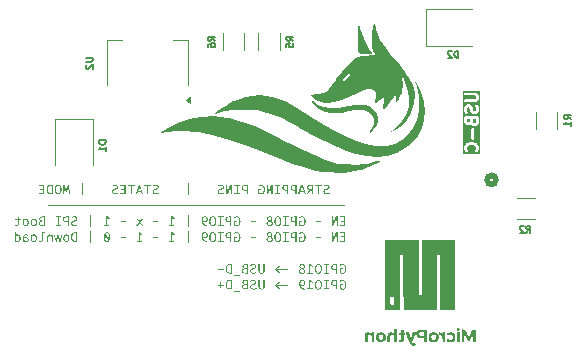
<source format=gbr>
%TF.GenerationSoftware,KiCad,Pcbnew,8.0.4*%
%TF.CreationDate,2024-08-06T00:30:12-04:00*%
%TF.ProjectId,ESP32-C3-BreadBoardAdapter,45535033-322d-4433-932d-427265616442,rev?*%
%TF.SameCoordinates,Original*%
%TF.FileFunction,Legend,Bot*%
%TF.FilePolarity,Positive*%
%FSLAX46Y46*%
G04 Gerber Fmt 4.6, Leading zero omitted, Abs format (unit mm)*
G04 Created by KiCad (PCBNEW 8.0.4) date 2024-08-06 00:30:12*
%MOMM*%
%LPD*%
G01*
G04 APERTURE LIST*
%ADD10C,0.250000*%
%ADD11C,0.100000*%
%ADD12C,0.150000*%
%ADD13C,0.000000*%
%ADD14C,0.508000*%
%ADD15C,0.120000*%
G04 APERTURE END LIST*
D10*
G36*
X154264619Y-69170491D02*
G01*
X154239268Y-69221192D01*
X154220336Y-69240125D01*
X154169634Y-69265476D01*
X154085794Y-69265476D01*
X154035092Y-69240125D01*
X154022681Y-69227715D01*
X153990809Y-69132097D01*
X153990809Y-68944048D01*
X154264619Y-68944048D01*
X154264619Y-69170491D01*
G37*
G36*
X153740809Y-69122872D02*
G01*
X153715458Y-69173573D01*
X153696526Y-69192506D01*
X153645825Y-69217857D01*
X153609604Y-69217857D01*
X153558902Y-69192506D01*
X153539969Y-69173574D01*
X153514619Y-69122873D01*
X153514619Y-68944048D01*
X153740809Y-68944048D01*
X153740809Y-69122872D01*
G37*
G36*
X154639619Y-71876169D02*
G01*
X153139619Y-71876169D01*
X153139619Y-71342857D01*
X153264619Y-71342857D01*
X153264619Y-71438095D01*
X153265834Y-71450438D01*
X153265601Y-71453729D01*
X153266585Y-71458058D01*
X153267021Y-71462481D01*
X153268284Y-71465532D01*
X153271034Y-71477623D01*
X153318652Y-71620480D01*
X153328643Y-71642855D01*
X153331586Y-71646248D01*
X153333305Y-71650398D01*
X153348850Y-71669340D01*
X153396468Y-71716959D01*
X153415410Y-71732504D01*
X153460470Y-71751169D01*
X153509243Y-71751169D01*
X153554303Y-71732504D01*
X153588790Y-71698017D01*
X153607455Y-71652957D01*
X153607455Y-71604184D01*
X153588790Y-71559124D01*
X153573245Y-71540182D01*
X153546491Y-71513429D01*
X153514619Y-71417811D01*
X153514619Y-71363140D01*
X153546491Y-71267522D01*
X153606519Y-71207494D01*
X153671342Y-71175083D01*
X153833579Y-71134524D01*
X153945658Y-71134524D01*
X154107896Y-71175083D01*
X154172715Y-71207493D01*
X154232746Y-71267524D01*
X154264619Y-71363142D01*
X154264619Y-71417809D01*
X154232746Y-71513428D01*
X154205993Y-71540182D01*
X154190447Y-71559124D01*
X154171782Y-71604183D01*
X154171782Y-71652956D01*
X154190446Y-71698016D01*
X154224933Y-71732504D01*
X154269992Y-71751169D01*
X154318765Y-71751169D01*
X154363825Y-71732505D01*
X154382767Y-71716960D01*
X154430387Y-71669341D01*
X154445933Y-71650400D01*
X154447653Y-71646246D01*
X154450595Y-71642855D01*
X154460585Y-71620480D01*
X154508204Y-71477624D01*
X154510953Y-71465530D01*
X154512217Y-71462481D01*
X154512652Y-71458059D01*
X154513637Y-71453730D01*
X154513403Y-71450438D01*
X154514619Y-71438095D01*
X154514619Y-71342857D01*
X154513403Y-71330513D01*
X154513637Y-71327222D01*
X154512652Y-71322892D01*
X154512217Y-71318471D01*
X154510953Y-71315421D01*
X154508204Y-71303328D01*
X154460585Y-71160472D01*
X154450595Y-71138097D01*
X154447652Y-71134704D01*
X154445933Y-71130553D01*
X154430388Y-71111611D01*
X154335149Y-71016373D01*
X154325560Y-71008504D01*
X154323400Y-71006013D01*
X154319643Y-71003648D01*
X154316207Y-71000828D01*
X154313156Y-70999564D01*
X154302662Y-70992958D01*
X154207425Y-70945340D01*
X154205639Y-70944656D01*
X154204915Y-70944120D01*
X154194685Y-70940464D01*
X154184539Y-70936582D01*
X154183639Y-70936518D01*
X154181840Y-70935875D01*
X153991364Y-70888256D01*
X153987134Y-70887630D01*
X153985433Y-70886926D01*
X153976251Y-70886021D01*
X153967123Y-70884672D01*
X153965301Y-70884943D01*
X153961047Y-70884524D01*
X153818190Y-70884524D01*
X153813935Y-70884943D01*
X153812113Y-70884672D01*
X153802983Y-70886021D01*
X153793804Y-70886926D01*
X153792102Y-70887630D01*
X153787873Y-70888256D01*
X153597397Y-70935875D01*
X153595597Y-70936518D01*
X153594698Y-70936582D01*
X153584551Y-70940464D01*
X153574322Y-70944120D01*
X153573597Y-70944656D01*
X153571812Y-70945340D01*
X153476574Y-70992959D01*
X153466077Y-70999566D01*
X153463030Y-71000829D01*
X153459598Y-71003645D01*
X153455837Y-71006013D01*
X153453673Y-71008507D01*
X153444088Y-71016374D01*
X153348850Y-71111612D01*
X153333305Y-71130554D01*
X153331586Y-71134703D01*
X153328643Y-71138097D01*
X153318652Y-71160472D01*
X153271034Y-71303329D01*
X153268284Y-71315419D01*
X153267021Y-71318471D01*
X153266585Y-71322893D01*
X153265601Y-71327223D01*
X153265834Y-71330513D01*
X153264619Y-71342857D01*
X153139619Y-71342857D01*
X153139619Y-69819048D01*
X153883666Y-69819048D01*
X153883666Y-70580953D01*
X153886068Y-70605339D01*
X153904732Y-70650399D01*
X153939220Y-70684887D01*
X153984280Y-70703551D01*
X154033052Y-70703551D01*
X154078112Y-70684887D01*
X154112600Y-70650399D01*
X154131264Y-70605339D01*
X154133666Y-70580953D01*
X154133666Y-69819048D01*
X154131264Y-69794662D01*
X154112600Y-69749602D01*
X154078112Y-69715114D01*
X154033052Y-69696450D01*
X153984280Y-69696450D01*
X153939220Y-69715114D01*
X153904732Y-69749602D01*
X153886068Y-69794662D01*
X153883666Y-69819048D01*
X153139619Y-69819048D01*
X153139619Y-68819048D01*
X153264619Y-68819048D01*
X153264619Y-69152381D01*
X153267021Y-69176767D01*
X153268739Y-69180915D01*
X153269058Y-69185397D01*
X153277816Y-69208283D01*
X153325434Y-69303520D01*
X153332043Y-69314018D01*
X153333305Y-69317065D01*
X153336120Y-69320496D01*
X153338489Y-69324258D01*
X153340983Y-69326421D01*
X153348850Y-69336007D01*
X153396468Y-69383626D01*
X153406056Y-69391495D01*
X153408218Y-69393987D01*
X153411975Y-69396352D01*
X153415410Y-69399171D01*
X153418460Y-69400434D01*
X153428955Y-69407041D01*
X153524193Y-69454660D01*
X153547079Y-69463418D01*
X153551559Y-69463736D01*
X153555709Y-69465455D01*
X153580095Y-69467857D01*
X153675333Y-69467857D01*
X153699719Y-69465455D01*
X153703867Y-69463736D01*
X153708349Y-69463418D01*
X153731235Y-69454660D01*
X153826472Y-69407042D01*
X153836970Y-69400432D01*
X153840017Y-69399171D01*
X153840328Y-69398915D01*
X153872658Y-69431245D01*
X153882246Y-69439114D01*
X153884408Y-69441606D01*
X153888165Y-69443971D01*
X153891600Y-69446790D01*
X153894650Y-69448053D01*
X153905145Y-69454660D01*
X154000383Y-69502279D01*
X154023269Y-69511037D01*
X154027749Y-69511355D01*
X154031899Y-69513074D01*
X154056285Y-69515476D01*
X154199142Y-69515476D01*
X154223528Y-69513074D01*
X154227676Y-69511355D01*
X154232158Y-69511037D01*
X154255044Y-69502279D01*
X154350281Y-69454661D01*
X154360777Y-69448053D01*
X154363825Y-69446791D01*
X154367258Y-69443973D01*
X154371019Y-69441606D01*
X154373182Y-69439111D01*
X154382767Y-69431246D01*
X154430387Y-69383627D01*
X154438256Y-69374038D01*
X154440749Y-69371877D01*
X154443112Y-69368122D01*
X154445933Y-69364686D01*
X154447197Y-69361632D01*
X154453803Y-69351140D01*
X154501422Y-69255902D01*
X154510180Y-69233016D01*
X154510498Y-69228535D01*
X154512217Y-69224386D01*
X154514619Y-69200000D01*
X154514619Y-68819048D01*
X154512217Y-68794662D01*
X154493553Y-68749602D01*
X154459065Y-68715114D01*
X154414005Y-68696450D01*
X154389619Y-68694048D01*
X153389619Y-68694048D01*
X153365233Y-68696450D01*
X153320173Y-68715114D01*
X153285685Y-68749602D01*
X153267021Y-68794662D01*
X153264619Y-68819048D01*
X153139619Y-68819048D01*
X153139619Y-68009524D01*
X153264619Y-68009524D01*
X153264619Y-68247619D01*
X153265834Y-68259962D01*
X153265601Y-68263253D01*
X153266585Y-68267582D01*
X153267021Y-68272005D01*
X153268284Y-68275056D01*
X153271034Y-68287147D01*
X153318652Y-68430004D01*
X153328643Y-68452379D01*
X153360598Y-68489225D01*
X153404222Y-68511037D01*
X153452872Y-68514494D01*
X153499141Y-68499071D01*
X153535987Y-68467115D01*
X153557799Y-68423491D01*
X153561256Y-68374841D01*
X153555823Y-68350947D01*
X153514619Y-68227335D01*
X153514619Y-68039032D01*
X153539969Y-67988330D01*
X153558902Y-67969398D01*
X153609604Y-67944048D01*
X153645825Y-67944048D01*
X153696526Y-67969398D01*
X153715458Y-67988331D01*
X153747868Y-68053152D01*
X153792160Y-68230317D01*
X153792803Y-68232116D01*
X153792867Y-68233016D01*
X153796749Y-68243162D01*
X153800405Y-68253392D01*
X153800941Y-68254116D01*
X153801625Y-68255902D01*
X153849243Y-68351139D01*
X153855852Y-68361637D01*
X153857114Y-68364684D01*
X153859929Y-68368115D01*
X153862298Y-68371877D01*
X153864792Y-68374040D01*
X153872659Y-68383626D01*
X153920277Y-68431245D01*
X153929865Y-68439114D01*
X153932027Y-68441606D01*
X153935784Y-68443971D01*
X153939219Y-68446790D01*
X153942269Y-68448053D01*
X153952764Y-68454660D01*
X154048002Y-68502279D01*
X154070888Y-68511037D01*
X154075368Y-68511355D01*
X154079518Y-68513074D01*
X154103904Y-68515476D01*
X154199142Y-68515476D01*
X154223528Y-68513074D01*
X154227676Y-68511355D01*
X154232158Y-68511037D01*
X154255044Y-68502279D01*
X154350281Y-68454661D01*
X154360777Y-68448053D01*
X154363825Y-68446791D01*
X154367258Y-68443973D01*
X154371019Y-68441606D01*
X154373182Y-68439111D01*
X154382767Y-68431246D01*
X154430387Y-68383627D01*
X154438256Y-68374038D01*
X154440749Y-68371877D01*
X154443112Y-68368122D01*
X154445933Y-68364686D01*
X154447197Y-68361632D01*
X154453803Y-68351140D01*
X154501422Y-68255902D01*
X154510180Y-68233016D01*
X154510498Y-68228535D01*
X154512217Y-68224386D01*
X154514619Y-68200000D01*
X154514619Y-67961905D01*
X154513403Y-67949561D01*
X154513637Y-67946270D01*
X154512652Y-67941940D01*
X154512217Y-67937519D01*
X154510953Y-67934469D01*
X154508204Y-67922376D01*
X154460585Y-67779520D01*
X154450595Y-67757145D01*
X154418640Y-67720299D01*
X154375015Y-67698487D01*
X154326366Y-67695030D01*
X154280097Y-67710453D01*
X154243251Y-67742408D01*
X154221439Y-67786033D01*
X154217982Y-67834682D01*
X154223415Y-67858576D01*
X154264619Y-67982190D01*
X154264619Y-68170491D01*
X154239268Y-68221192D01*
X154220336Y-68240125D01*
X154169634Y-68265476D01*
X154133413Y-68265476D01*
X154082711Y-68240125D01*
X154063778Y-68221193D01*
X154031368Y-68156373D01*
X153987077Y-67979207D01*
X153986433Y-67977407D01*
X153986370Y-67976508D01*
X153982487Y-67966361D01*
X153978832Y-67956132D01*
X153978295Y-67955407D01*
X153977612Y-67953622D01*
X153929993Y-67858384D01*
X153923386Y-67847889D01*
X153922123Y-67844839D01*
X153919304Y-67841404D01*
X153916939Y-67837647D01*
X153914447Y-67835485D01*
X153906578Y-67825897D01*
X153858959Y-67778279D01*
X153849373Y-67770412D01*
X153847210Y-67767918D01*
X153843448Y-67765549D01*
X153840017Y-67762734D01*
X153836970Y-67761472D01*
X153826472Y-67754863D01*
X153731235Y-67707245D01*
X153708349Y-67698487D01*
X153703867Y-67698168D01*
X153699719Y-67696450D01*
X153675333Y-67694048D01*
X153580095Y-67694048D01*
X153555709Y-67696450D01*
X153551559Y-67698168D01*
X153547079Y-67698487D01*
X153524193Y-67707245D01*
X153428955Y-67754864D01*
X153418460Y-67761470D01*
X153415410Y-67762734D01*
X153411975Y-67765552D01*
X153408218Y-67767918D01*
X153406056Y-67770409D01*
X153396468Y-67778279D01*
X153348850Y-67825898D01*
X153340983Y-67835483D01*
X153338489Y-67837647D01*
X153336120Y-67841408D01*
X153333305Y-67844840D01*
X153332043Y-67847886D01*
X153325434Y-67858385D01*
X153277816Y-67953622D01*
X153269058Y-67976508D01*
X153268739Y-67980989D01*
X153267021Y-67985138D01*
X153264619Y-68009524D01*
X153139619Y-68009524D01*
X153139619Y-66794662D01*
X153267021Y-66794662D01*
X153267021Y-66843434D01*
X153285685Y-66888494D01*
X153320173Y-66922982D01*
X153365233Y-66941646D01*
X153389619Y-66944048D01*
X154169634Y-66944048D01*
X154220336Y-66969399D01*
X154239268Y-66988331D01*
X154264619Y-67039032D01*
X154264619Y-67170491D01*
X154239268Y-67221192D01*
X154220336Y-67240125D01*
X154169634Y-67265476D01*
X153389619Y-67265476D01*
X153365233Y-67267878D01*
X153320173Y-67286542D01*
X153285685Y-67321030D01*
X153267021Y-67366090D01*
X153267021Y-67414862D01*
X153285685Y-67459922D01*
X153320173Y-67494410D01*
X153365233Y-67513074D01*
X153389619Y-67515476D01*
X154199142Y-67515476D01*
X154223528Y-67513074D01*
X154227676Y-67511355D01*
X154232158Y-67511037D01*
X154255044Y-67502279D01*
X154350281Y-67454661D01*
X154360777Y-67448053D01*
X154363825Y-67446791D01*
X154367258Y-67443973D01*
X154371019Y-67441606D01*
X154373182Y-67439111D01*
X154382767Y-67431246D01*
X154430387Y-67383627D01*
X154438256Y-67374038D01*
X154440749Y-67371877D01*
X154443112Y-67368122D01*
X154445933Y-67364686D01*
X154447197Y-67361632D01*
X154453803Y-67351140D01*
X154501422Y-67255902D01*
X154510180Y-67233016D01*
X154510498Y-67228535D01*
X154512217Y-67224386D01*
X154514619Y-67200000D01*
X154514619Y-67009524D01*
X154512217Y-66985138D01*
X154510498Y-66980988D01*
X154510180Y-66976508D01*
X154501422Y-66953622D01*
X154453803Y-66858384D01*
X154447197Y-66847891D01*
X154445933Y-66844838D01*
X154443112Y-66841401D01*
X154440749Y-66837647D01*
X154438256Y-66835485D01*
X154430387Y-66825897D01*
X154382767Y-66778278D01*
X154373182Y-66770412D01*
X154371019Y-66767918D01*
X154367258Y-66765550D01*
X154363825Y-66762733D01*
X154360777Y-66761470D01*
X154350281Y-66754863D01*
X154255044Y-66707245D01*
X154232158Y-66698487D01*
X154227676Y-66698168D01*
X154223528Y-66696450D01*
X154199142Y-66694048D01*
X153389619Y-66694048D01*
X153365233Y-66696450D01*
X153320173Y-66715114D01*
X153285685Y-66749602D01*
X153267021Y-66794662D01*
X153139619Y-66794662D01*
X153139619Y-66569048D01*
X154639619Y-66569048D01*
X154639619Y-71876169D01*
G37*
D11*
G36*
X141346587Y-75076664D02*
G01*
X141349907Y-75118433D01*
X141359868Y-75157035D01*
X141376469Y-75192469D01*
X141380586Y-75199176D01*
X141404728Y-75230141D01*
X141434899Y-75256604D01*
X141471101Y-75278563D01*
X141479064Y-75282414D01*
X141517498Y-75296960D01*
X141560260Y-75306745D01*
X141601903Y-75311447D01*
X141635380Y-75312505D01*
X141677744Y-75310917D01*
X141718080Y-75306154D01*
X141756390Y-75298217D01*
X141792672Y-75287103D01*
X141830617Y-75271161D01*
X141865315Y-75251912D01*
X141900063Y-75226644D01*
X141912840Y-75215394D01*
X141853635Y-75147787D01*
X141821368Y-75174843D01*
X141785528Y-75197393D01*
X141759651Y-75209923D01*
X141720627Y-75222938D01*
X141681304Y-75230083D01*
X141638317Y-75232762D01*
X141633817Y-75232784D01*
X141592821Y-75229717D01*
X141554294Y-75220517D01*
X141543740Y-75216762D01*
X141507919Y-75198005D01*
X141477566Y-75169765D01*
X141475938Y-75167718D01*
X141457285Y-75132810D01*
X141450179Y-75093102D01*
X141449951Y-75083698D01*
X141454711Y-75043794D01*
X141464996Y-75017459D01*
X141490759Y-74986784D01*
X141517752Y-74968415D01*
X141553485Y-74951240D01*
X141591428Y-74936908D01*
X141623461Y-74926601D01*
X141661221Y-74914499D01*
X141700548Y-74899979D01*
X141736536Y-74884500D01*
X141758674Y-74873649D01*
X141794874Y-74851795D01*
X141825026Y-74826800D01*
X141847187Y-74801353D01*
X141866238Y-74766118D01*
X141876496Y-74724893D01*
X141878450Y-74694082D01*
X141874595Y-74654300D01*
X141861593Y-74614536D01*
X141845819Y-74587201D01*
X141820319Y-74557362D01*
X141788954Y-74532326D01*
X141755352Y-74513733D01*
X141717506Y-74499719D01*
X141676263Y-74490896D01*
X141636241Y-74487393D01*
X141622288Y-74487159D01*
X141582599Y-74488686D01*
X141541160Y-74494052D01*
X141503121Y-74503283D01*
X141479651Y-74511584D01*
X141442797Y-74528948D01*
X141408194Y-74550510D01*
X141375844Y-74576270D01*
X141369644Y-74581926D01*
X141428066Y-74647773D01*
X141458090Y-74621570D01*
X141492528Y-74599094D01*
X141519511Y-74586420D01*
X141559458Y-74573769D01*
X141599922Y-74567567D01*
X141618771Y-74566880D01*
X141661223Y-74570343D01*
X141699380Y-74580733D01*
X141730341Y-74596189D01*
X141760451Y-74624972D01*
X141775210Y-74664009D01*
X141776845Y-74685484D01*
X141769671Y-74725235D01*
X141758478Y-74745275D01*
X141729682Y-74772017D01*
X141696343Y-74791193D01*
X141659212Y-74807066D01*
X141621469Y-74820587D01*
X141582214Y-74832984D01*
X141577543Y-74834375D01*
X141539953Y-74846507D01*
X141500631Y-74861924D01*
X141463433Y-74879511D01*
X141429721Y-74900469D01*
X141398475Y-74928546D01*
X141378827Y-74953175D01*
X141360472Y-74988660D01*
X141350397Y-75027250D01*
X141346713Y-75067137D01*
X141346587Y-75076664D01*
G37*
G36*
X140881939Y-74579385D02*
G01*
X140881939Y-75300000D01*
X140981395Y-75300000D01*
X140981395Y-74579385D01*
X141228374Y-74579385D01*
X141228374Y-74499665D01*
X140631639Y-74499665D01*
X140641995Y-74579385D01*
X140881939Y-74579385D01*
G37*
G36*
X140469071Y-75300000D02*
G01*
X140369225Y-75300000D01*
X140369225Y-74954542D01*
X140262344Y-74954542D01*
X140046434Y-75300000D01*
X139926852Y-75300000D01*
X140161325Y-74942819D01*
X140131611Y-74934175D01*
X140094834Y-74918781D01*
X140057343Y-74896180D01*
X140023963Y-74867983D01*
X140002265Y-74842145D01*
X139982198Y-74804089D01*
X139971756Y-74765694D01*
X139968276Y-74723000D01*
X139968302Y-74722414D01*
X140075157Y-74722414D01*
X140075340Y-74732559D01*
X140080721Y-74773603D01*
X140095436Y-74810362D01*
X140122247Y-74840041D01*
X140137888Y-74850061D01*
X140174722Y-74865006D01*
X140214204Y-74872648D01*
X140254333Y-74874822D01*
X140369225Y-74874822D01*
X140369225Y-74579385D01*
X140254333Y-74579385D01*
X140237639Y-74579681D01*
X140197187Y-74583357D01*
X140154933Y-74593859D01*
X140119120Y-74612993D01*
X140092330Y-74644043D01*
X140078634Y-74683029D01*
X140075157Y-74722414D01*
X139968302Y-74722414D01*
X139969457Y-74696201D01*
X139977211Y-74653386D01*
X139992202Y-74615770D01*
X140014429Y-74583352D01*
X140043893Y-74556133D01*
X140058660Y-74546042D01*
X140097978Y-74526355D01*
X140137096Y-74513782D01*
X140181216Y-74505179D01*
X140221802Y-74501043D01*
X140265861Y-74499665D01*
X140469071Y-74499665D01*
X140469071Y-75300000D01*
G37*
G36*
X139873510Y-75300000D02*
G01*
X139775422Y-75300000D01*
X139712114Y-75092100D01*
X139399092Y-75092100D01*
X139335980Y-75300000D01*
X139231444Y-75300000D01*
X139323924Y-75012379D01*
X139425080Y-75012379D01*
X139686322Y-75012379D01*
X139554822Y-74590914D01*
X139425080Y-75012379D01*
X139323924Y-75012379D01*
X139488778Y-74499665D01*
X139616371Y-74499665D01*
X139873510Y-75300000D01*
G37*
G36*
X139075910Y-75300000D02*
G01*
X138976064Y-75300000D01*
X138976064Y-74999874D01*
X138874849Y-74999874D01*
X138836679Y-74998658D01*
X138795460Y-74994293D01*
X138756806Y-74986752D01*
X138716385Y-74974473D01*
X138703713Y-74969440D01*
X138668831Y-74951108D01*
X138635583Y-74925046D01*
X138608136Y-74892993D01*
X138592757Y-74866692D01*
X138578534Y-74827683D01*
X138571133Y-74788103D01*
X138568765Y-74745666D01*
X138675547Y-74745666D01*
X138676716Y-74774136D01*
X138684158Y-74816200D01*
X138699972Y-74852156D01*
X138703098Y-74856805D01*
X138731216Y-74885979D01*
X138767578Y-74905108D01*
X138786964Y-74910970D01*
X138826044Y-74918037D01*
X138865666Y-74920153D01*
X138976064Y-74920153D01*
X138976064Y-74579385D01*
X138861758Y-74579385D01*
X138845304Y-74579777D01*
X138805114Y-74584455D01*
X138766015Y-74595408D01*
X138760810Y-74597467D01*
X138726300Y-74618069D01*
X138699776Y-74647773D01*
X138689176Y-74667594D01*
X138678410Y-74706417D01*
X138675547Y-74745666D01*
X138568765Y-74745666D01*
X138568667Y-74743907D01*
X138570665Y-74706375D01*
X138578341Y-74665580D01*
X138594571Y-74623838D01*
X138618636Y-74588398D01*
X138650537Y-74559260D01*
X138671933Y-74545292D01*
X138707506Y-74527833D01*
X138747257Y-74514563D01*
X138791184Y-74505484D01*
X138830980Y-74501120D01*
X138873677Y-74499665D01*
X139075910Y-74499665D01*
X139075910Y-75300000D01*
G37*
G36*
X138387341Y-75300000D02*
G01*
X138287494Y-75300000D01*
X138287494Y-74999874D01*
X138186280Y-74999874D01*
X138148110Y-74998658D01*
X138106891Y-74994293D01*
X138068236Y-74986752D01*
X138027815Y-74974473D01*
X138015144Y-74969440D01*
X137980261Y-74951108D01*
X137947014Y-74925046D01*
X137919567Y-74892993D01*
X137904188Y-74866692D01*
X137889965Y-74827683D01*
X137882564Y-74788103D01*
X137880195Y-74745666D01*
X137986978Y-74745666D01*
X137988147Y-74774136D01*
X137995588Y-74816200D01*
X138011402Y-74852156D01*
X138014528Y-74856805D01*
X138042647Y-74885979D01*
X138079009Y-74905108D01*
X138098395Y-74910970D01*
X138137474Y-74918037D01*
X138177096Y-74920153D01*
X138287494Y-74920153D01*
X138287494Y-74579385D01*
X138173189Y-74579385D01*
X138156735Y-74579777D01*
X138116544Y-74584455D01*
X138077445Y-74595408D01*
X138072241Y-74597467D01*
X138037731Y-74618069D01*
X138011207Y-74647773D01*
X138000607Y-74667594D01*
X137989841Y-74706417D01*
X137986978Y-74745666D01*
X137880195Y-74745666D01*
X137880097Y-74743907D01*
X137882096Y-74706375D01*
X137889771Y-74665580D01*
X137906001Y-74623838D01*
X137930067Y-74588398D01*
X137961967Y-74559260D01*
X137983363Y-74545292D01*
X138018937Y-74527833D01*
X138058688Y-74514563D01*
X138102615Y-74505484D01*
X138142411Y-74501120D01*
X138185108Y-74499665D01*
X138387341Y-74499665D01*
X138387341Y-75300000D01*
G37*
G36*
X137260502Y-74499665D02*
G01*
X137260502Y-74579385D01*
X137436357Y-74579385D01*
X137436357Y-75220279D01*
X137260502Y-75220279D01*
X137260502Y-75300000D01*
X137713035Y-75300000D01*
X137713035Y-75220279D01*
X137537376Y-75220279D01*
X137537376Y-74579385D01*
X137713035Y-74579385D01*
X137713035Y-74499665D01*
X137260502Y-74499665D01*
G37*
G36*
X136689169Y-75300000D02*
G01*
X136967606Y-74606545D01*
X136965429Y-74647110D01*
X136963698Y-74671612D01*
X136960969Y-74712735D01*
X136958680Y-74754931D01*
X136957445Y-74781423D01*
X136955777Y-74824049D01*
X136954801Y-74866490D01*
X136954515Y-74904912D01*
X136954515Y-75300000D01*
X137046936Y-75300000D01*
X137046936Y-74499665D01*
X136911919Y-74499665D01*
X136628792Y-75207969D01*
X136631320Y-75166826D01*
X136632896Y-75146029D01*
X136635530Y-75106166D01*
X136637847Y-75063988D01*
X136639148Y-75036999D01*
X136640694Y-74996348D01*
X136641667Y-74954017D01*
X136642053Y-74914484D01*
X136642079Y-74901004D01*
X136642079Y-74499665D01*
X136549658Y-74499665D01*
X136549658Y-75300000D01*
X136689169Y-75300000D01*
G37*
G36*
X136094193Y-75312505D02*
G01*
X136136764Y-75309991D01*
X136176549Y-75302449D01*
X136220614Y-75286762D01*
X136260666Y-75263834D01*
X136296707Y-75233666D01*
X136318506Y-75209532D01*
X136342598Y-75174754D01*
X136362607Y-75134900D01*
X136378533Y-75089971D01*
X136388333Y-75050373D01*
X136395520Y-75007527D01*
X136400093Y-74961432D01*
X136402053Y-74912089D01*
X136402135Y-74899246D01*
X136400826Y-74855277D01*
X136396899Y-74813814D01*
X136390354Y-74774857D01*
X136379668Y-74733403D01*
X136374780Y-74718702D01*
X136359869Y-74681711D01*
X136340145Y-74643921D01*
X136317299Y-74610181D01*
X136300334Y-74589937D01*
X136269739Y-74560151D01*
X136236816Y-74535516D01*
X136201565Y-74516034D01*
X136194235Y-74512756D01*
X136156775Y-74499258D01*
X136118398Y-74490759D01*
X136079105Y-74487259D01*
X136071137Y-74487159D01*
X136029684Y-74488921D01*
X135988483Y-74495012D01*
X135949069Y-74506737D01*
X135942568Y-74509434D01*
X135904832Y-74528907D01*
X135871400Y-74551873D01*
X135844870Y-74574305D01*
X135905247Y-74637613D01*
X135937267Y-74610052D01*
X135971605Y-74589260D01*
X136008262Y-74575238D01*
X136047238Y-74567985D01*
X136070551Y-74566880D01*
X136112811Y-74571277D01*
X136150101Y-74583031D01*
X136179581Y-74598143D01*
X136212648Y-74624397D01*
X136238782Y-74656759D01*
X136259105Y-74692803D01*
X136263210Y-74701702D01*
X136277229Y-74741245D01*
X136286210Y-74781255D01*
X136292125Y-74826313D01*
X136294754Y-74868954D01*
X136295254Y-74899441D01*
X136294421Y-74942065D01*
X136291920Y-74981617D01*
X136286451Y-75026738D01*
X136278376Y-75067060D01*
X136265249Y-75109112D01*
X136245193Y-75149438D01*
X136241912Y-75154431D01*
X136216104Y-75184961D01*
X136180772Y-75210671D01*
X136139211Y-75226586D01*
X136097736Y-75232478D01*
X136085010Y-75232784D01*
X136045418Y-75230341D01*
X136002454Y-75221755D01*
X135961159Y-75206986D01*
X135934556Y-75193705D01*
X135934556Y-74942037D01*
X136090090Y-74942037D01*
X136102205Y-74862316D01*
X135835687Y-74862316D01*
X135835687Y-75247438D01*
X135873325Y-75265452D01*
X135912626Y-75281341D01*
X135949797Y-75293942D01*
X135989925Y-75303731D01*
X136029924Y-75309441D01*
X136073601Y-75312215D01*
X136094193Y-75312505D01*
G37*
G36*
X134944494Y-75300000D02*
G01*
X134844647Y-75300000D01*
X134844647Y-74999874D01*
X134743433Y-74999874D01*
X134705262Y-74998658D01*
X134664043Y-74994293D01*
X134625389Y-74986752D01*
X134584968Y-74974473D01*
X134572296Y-74969440D01*
X134537414Y-74951108D01*
X134504166Y-74925046D01*
X134476720Y-74892993D01*
X134461340Y-74866692D01*
X134447117Y-74827683D01*
X134439717Y-74788103D01*
X134437348Y-74745666D01*
X134544131Y-74745666D01*
X134545299Y-74774136D01*
X134552741Y-74816200D01*
X134568555Y-74852156D01*
X134571681Y-74856805D01*
X134599800Y-74885979D01*
X134636161Y-74905108D01*
X134655548Y-74910970D01*
X134694627Y-74918037D01*
X134734249Y-74920153D01*
X134844647Y-74920153D01*
X134844647Y-74579385D01*
X134730341Y-74579385D01*
X134713887Y-74579777D01*
X134673697Y-74584455D01*
X134634598Y-74595408D01*
X134629394Y-74597467D01*
X134594884Y-74618069D01*
X134568360Y-74647773D01*
X134557759Y-74667594D01*
X134546994Y-74706417D01*
X134544131Y-74745666D01*
X134437348Y-74745666D01*
X134437250Y-74743907D01*
X134439249Y-74706375D01*
X134446924Y-74665580D01*
X134463154Y-74623838D01*
X134487220Y-74588398D01*
X134519120Y-74559260D01*
X134540516Y-74545292D01*
X134576090Y-74527833D01*
X134615840Y-74514563D01*
X134659767Y-74505484D01*
X134699564Y-74501120D01*
X134742260Y-74499665D01*
X134944494Y-74499665D01*
X134944494Y-75300000D01*
G37*
G36*
X133817655Y-74499665D02*
G01*
X133817655Y-74579385D01*
X133993510Y-74579385D01*
X133993510Y-75220279D01*
X133817655Y-75220279D01*
X133817655Y-75300000D01*
X134270188Y-75300000D01*
X134270188Y-75220279D01*
X134094528Y-75220279D01*
X134094528Y-74579385D01*
X134270188Y-74579385D01*
X134270188Y-74499665D01*
X133817655Y-74499665D01*
G37*
G36*
X133246322Y-75300000D02*
G01*
X133524759Y-74606545D01*
X133522582Y-74647110D01*
X133520851Y-74671612D01*
X133518122Y-74712735D01*
X133515832Y-74754931D01*
X133514598Y-74781423D01*
X133512930Y-74824049D01*
X133511954Y-74866490D01*
X133511667Y-74904912D01*
X133511667Y-75300000D01*
X133604089Y-75300000D01*
X133604089Y-74499665D01*
X133469071Y-74499665D01*
X133185945Y-75207969D01*
X133188473Y-75166826D01*
X133190048Y-75146029D01*
X133192683Y-75106166D01*
X133195000Y-75063988D01*
X133196301Y-75036999D01*
X133197847Y-74996348D01*
X133198820Y-74954017D01*
X133199206Y-74914484D01*
X133199232Y-74901004D01*
X133199232Y-74499665D01*
X133106810Y-74499665D01*
X133106810Y-75300000D01*
X133246322Y-75300000D01*
G37*
G36*
X132395184Y-75076664D02*
G01*
X132398505Y-75118433D01*
X132408465Y-75157035D01*
X132425066Y-75192469D01*
X132429183Y-75199176D01*
X132453325Y-75230141D01*
X132483497Y-75256604D01*
X132519698Y-75278563D01*
X132527662Y-75282414D01*
X132566096Y-75296960D01*
X132608857Y-75306745D01*
X132650501Y-75311447D01*
X132683977Y-75312505D01*
X132726341Y-75310917D01*
X132766678Y-75306154D01*
X132804987Y-75298217D01*
X132841270Y-75287103D01*
X132879214Y-75271161D01*
X132913913Y-75251912D01*
X132948660Y-75226644D01*
X132961437Y-75215394D01*
X132902233Y-75147787D01*
X132869965Y-75174843D01*
X132834125Y-75197393D01*
X132808248Y-75209923D01*
X132769224Y-75222938D01*
X132729901Y-75230083D01*
X132686914Y-75232762D01*
X132682414Y-75232784D01*
X132641419Y-75229717D01*
X132602892Y-75220517D01*
X132592337Y-75216762D01*
X132556517Y-75198005D01*
X132526163Y-75169765D01*
X132524535Y-75167718D01*
X132505882Y-75132810D01*
X132498776Y-75093102D01*
X132498548Y-75083698D01*
X132503308Y-75043794D01*
X132513593Y-75017459D01*
X132539356Y-74986784D01*
X132566350Y-74968415D01*
X132602083Y-74951240D01*
X132640026Y-74936908D01*
X132672058Y-74926601D01*
X132709818Y-74914499D01*
X132749145Y-74899979D01*
X132785133Y-74884500D01*
X132807271Y-74873649D01*
X132843472Y-74851795D01*
X132873623Y-74826800D01*
X132895785Y-74801353D01*
X132914836Y-74766118D01*
X132925094Y-74724893D01*
X132927048Y-74694082D01*
X132923192Y-74654300D01*
X132910191Y-74614536D01*
X132894417Y-74587201D01*
X132868917Y-74557362D01*
X132837552Y-74532326D01*
X132803949Y-74513733D01*
X132766103Y-74499719D01*
X132724860Y-74490896D01*
X132684838Y-74487393D01*
X132670886Y-74487159D01*
X132631196Y-74488686D01*
X132589757Y-74494052D01*
X132551718Y-74503283D01*
X132528248Y-74511584D01*
X132491394Y-74528948D01*
X132456792Y-74550510D01*
X132424441Y-74576270D01*
X132418241Y-74581926D01*
X132476664Y-74647773D01*
X132506687Y-74621570D01*
X132541126Y-74599094D01*
X132568108Y-74586420D01*
X132608056Y-74573769D01*
X132648519Y-74567567D01*
X132667369Y-74566880D01*
X132709820Y-74570343D01*
X132747977Y-74580733D01*
X132778939Y-74596189D01*
X132809048Y-74624972D01*
X132823808Y-74664009D01*
X132825443Y-74685484D01*
X132818268Y-74725235D01*
X132807076Y-74745275D01*
X132778279Y-74772017D01*
X132744940Y-74791193D01*
X132707809Y-74807066D01*
X132670066Y-74820587D01*
X132630811Y-74832984D01*
X132626140Y-74834375D01*
X132588550Y-74846507D01*
X132549228Y-74861924D01*
X132512030Y-74879511D01*
X132478319Y-74900469D01*
X132447072Y-74928546D01*
X132427424Y-74953175D01*
X132409069Y-74988660D01*
X132398994Y-75027250D01*
X132395310Y-75067137D01*
X132395184Y-75076664D01*
G37*
G36*
X129870104Y-74355854D02*
G01*
X129870104Y-75412547D01*
X129956273Y-75412547D01*
X129956273Y-74355854D01*
X129870104Y-74355854D01*
G37*
G36*
X126886629Y-75076664D02*
G01*
X126889949Y-75118433D01*
X126899910Y-75157035D01*
X126916511Y-75192469D01*
X126920628Y-75199176D01*
X126944769Y-75230141D01*
X126974941Y-75256604D01*
X127011142Y-75278563D01*
X127019106Y-75282414D01*
X127057540Y-75296960D01*
X127100302Y-75306745D01*
X127141945Y-75311447D01*
X127175422Y-75312505D01*
X127217786Y-75310917D01*
X127258122Y-75306154D01*
X127296432Y-75298217D01*
X127332714Y-75287103D01*
X127370659Y-75271161D01*
X127405357Y-75251912D01*
X127440105Y-75226644D01*
X127452882Y-75215394D01*
X127393677Y-75147787D01*
X127361410Y-75174843D01*
X127325570Y-75197393D01*
X127299692Y-75209923D01*
X127260669Y-75222938D01*
X127221345Y-75230083D01*
X127178359Y-75232762D01*
X127173859Y-75232784D01*
X127132863Y-75229717D01*
X127094336Y-75220517D01*
X127083782Y-75216762D01*
X127047961Y-75198005D01*
X127017608Y-75169765D01*
X127015980Y-75167718D01*
X126997327Y-75132810D01*
X126990221Y-75093102D01*
X126989993Y-75083698D01*
X126994753Y-75043794D01*
X127005038Y-75017459D01*
X127030801Y-74986784D01*
X127057794Y-74968415D01*
X127093527Y-74951240D01*
X127131470Y-74936908D01*
X127163503Y-74926601D01*
X127201263Y-74914499D01*
X127240589Y-74899979D01*
X127276578Y-74884500D01*
X127298715Y-74873649D01*
X127334916Y-74851795D01*
X127365068Y-74826800D01*
X127387229Y-74801353D01*
X127406280Y-74766118D01*
X127416538Y-74724893D01*
X127418492Y-74694082D01*
X127414636Y-74654300D01*
X127401635Y-74614536D01*
X127385861Y-74587201D01*
X127360361Y-74557362D01*
X127328996Y-74532326D01*
X127295394Y-74513733D01*
X127257548Y-74499719D01*
X127216305Y-74490896D01*
X127176282Y-74487393D01*
X127162330Y-74487159D01*
X127122641Y-74488686D01*
X127081202Y-74494052D01*
X127043163Y-74503283D01*
X127019692Y-74511584D01*
X126982838Y-74528948D01*
X126948236Y-74550510D01*
X126915885Y-74576270D01*
X126909685Y-74581926D01*
X126968108Y-74647773D01*
X126998132Y-74621570D01*
X127032570Y-74599094D01*
X127059553Y-74586420D01*
X127099500Y-74573769D01*
X127139964Y-74567567D01*
X127158813Y-74566880D01*
X127201265Y-74570343D01*
X127239422Y-74580733D01*
X127270383Y-74596189D01*
X127300493Y-74624972D01*
X127315252Y-74664009D01*
X127316887Y-74685484D01*
X127309713Y-74725235D01*
X127298520Y-74745275D01*
X127269724Y-74772017D01*
X127236385Y-74791193D01*
X127199254Y-74807066D01*
X127161511Y-74820587D01*
X127122256Y-74832984D01*
X127117585Y-74834375D01*
X127079994Y-74846507D01*
X127040673Y-74861924D01*
X127003475Y-74879511D01*
X126969763Y-74900469D01*
X126938517Y-74928546D01*
X126918869Y-74953175D01*
X126900514Y-74988660D01*
X126890439Y-75027250D01*
X126886755Y-75067137D01*
X126886629Y-75076664D01*
G37*
G36*
X126421981Y-74579385D02*
G01*
X126421981Y-75300000D01*
X126521437Y-75300000D01*
X126521437Y-74579385D01*
X126768415Y-74579385D01*
X126768415Y-74499665D01*
X126171681Y-74499665D01*
X126182037Y-74579385D01*
X126421981Y-74579385D01*
G37*
G36*
X126102121Y-75300000D02*
G01*
X126004033Y-75300000D01*
X125940725Y-75092100D01*
X125627704Y-75092100D01*
X125564591Y-75300000D01*
X125460055Y-75300000D01*
X125552535Y-75012379D01*
X125653691Y-75012379D01*
X125914933Y-75012379D01*
X125783433Y-74590914D01*
X125653691Y-75012379D01*
X125552535Y-75012379D01*
X125717390Y-74499665D01*
X125844982Y-74499665D01*
X126102121Y-75300000D01*
G37*
G36*
X125044842Y-74579385D02*
G01*
X125044842Y-75300000D01*
X125144298Y-75300000D01*
X125144298Y-74579385D01*
X125391277Y-74579385D01*
X125391277Y-74499665D01*
X124794542Y-74499665D01*
X124804898Y-74579385D01*
X125044842Y-74579385D01*
G37*
G36*
X124504577Y-74579385D02*
G01*
X124504577Y-74849811D01*
X124211681Y-74849811D01*
X124211681Y-74929532D01*
X124504577Y-74929532D01*
X124504577Y-75220279D01*
X124145052Y-75220279D01*
X124145052Y-75300000D01*
X124604424Y-75300000D01*
X124604424Y-74499665D01*
X124155408Y-74499665D01*
X124166741Y-74579385D01*
X124504577Y-74579385D01*
G37*
G36*
X123443782Y-75076664D02*
G01*
X123447102Y-75118433D01*
X123457062Y-75157035D01*
X123473663Y-75192469D01*
X123477780Y-75199176D01*
X123501922Y-75230141D01*
X123532094Y-75256604D01*
X123568295Y-75278563D01*
X123576259Y-75282414D01*
X123614693Y-75296960D01*
X123657455Y-75306745D01*
X123699098Y-75311447D01*
X123732575Y-75312505D01*
X123774938Y-75310917D01*
X123815275Y-75306154D01*
X123853585Y-75298217D01*
X123889867Y-75287103D01*
X123927811Y-75271161D01*
X123962510Y-75251912D01*
X123997257Y-75226644D01*
X124010034Y-75215394D01*
X123950830Y-75147787D01*
X123918562Y-75174843D01*
X123882723Y-75197393D01*
X123856845Y-75209923D01*
X123817821Y-75222938D01*
X123778498Y-75230083D01*
X123735512Y-75232762D01*
X123731011Y-75232784D01*
X123690016Y-75229717D01*
X123651489Y-75220517D01*
X123640935Y-75216762D01*
X123605114Y-75198005D01*
X123574761Y-75169765D01*
X123573133Y-75167718D01*
X123554480Y-75132810D01*
X123547374Y-75093102D01*
X123547145Y-75083698D01*
X123551906Y-75043794D01*
X123562191Y-75017459D01*
X123587953Y-74986784D01*
X123614947Y-74968415D01*
X123650680Y-74951240D01*
X123688623Y-74936908D01*
X123720655Y-74926601D01*
X123758415Y-74914499D01*
X123797742Y-74899979D01*
X123833731Y-74884500D01*
X123855868Y-74873649D01*
X123892069Y-74851795D01*
X123922221Y-74826800D01*
X123944382Y-74801353D01*
X123963433Y-74766118D01*
X123973691Y-74724893D01*
X123975645Y-74694082D01*
X123971789Y-74654300D01*
X123958788Y-74614536D01*
X123943014Y-74587201D01*
X123917514Y-74557362D01*
X123886149Y-74532326D01*
X123852547Y-74513733D01*
X123814700Y-74499719D01*
X123773458Y-74490896D01*
X123733435Y-74487393D01*
X123719483Y-74487159D01*
X123679794Y-74488686D01*
X123638354Y-74494052D01*
X123600315Y-74503283D01*
X123576845Y-74511584D01*
X123539991Y-74528948D01*
X123505389Y-74550510D01*
X123473038Y-74576270D01*
X123466838Y-74581926D01*
X123525261Y-74647773D01*
X123555285Y-74621570D01*
X123589723Y-74599094D01*
X123616706Y-74586420D01*
X123656653Y-74573769D01*
X123697117Y-74567567D01*
X123715966Y-74566880D01*
X123758418Y-74570343D01*
X123796575Y-74580733D01*
X123827536Y-74596189D01*
X123857646Y-74624972D01*
X123872405Y-74664009D01*
X123874040Y-74685484D01*
X123866865Y-74725235D01*
X123855673Y-74745275D01*
X123826877Y-74772017D01*
X123793538Y-74791193D01*
X123756407Y-74807066D01*
X123718663Y-74820587D01*
X123679409Y-74832984D01*
X123674738Y-74834375D01*
X123637147Y-74846507D01*
X123597825Y-74861924D01*
X123560628Y-74879511D01*
X123526916Y-74900469D01*
X123495670Y-74928546D01*
X123476022Y-74953175D01*
X123457666Y-74988660D01*
X123447591Y-75027250D01*
X123443908Y-75067137D01*
X123443782Y-75076664D01*
G37*
G36*
X120918702Y-74355854D02*
G01*
X120918702Y-75412547D01*
X121004870Y-75412547D01*
X121004870Y-74355854D01*
X120918702Y-74355854D01*
G37*
G36*
X119319204Y-74499665D02*
G01*
X119274459Y-75300000D01*
X119370397Y-75300000D01*
X119395017Y-74887131D01*
X119397023Y-74845476D01*
X119398644Y-74803161D01*
X119399511Y-74774584D01*
X119400427Y-74733011D01*
X119401171Y-74691384D01*
X119401465Y-74670439D01*
X119401660Y-74629504D01*
X119401465Y-74600488D01*
X119534724Y-75156385D01*
X119634570Y-75156385D01*
X119777599Y-74600488D01*
X119776313Y-74641340D01*
X119775840Y-74671807D01*
X119775558Y-74712885D01*
X119775640Y-74753552D01*
X119775840Y-74778492D01*
X119776527Y-74820807D01*
X119777709Y-74860704D01*
X119778771Y-74885959D01*
X119800069Y-75300000D01*
X119893663Y-75300000D01*
X119848722Y-74499665D01*
X119709797Y-74499665D01*
X119581814Y-75049309D01*
X119459302Y-74499665D01*
X119319204Y-74499665D01*
G37*
G36*
X118901395Y-74487211D02*
G01*
X118941666Y-74490481D01*
X118983956Y-74500446D01*
X119022266Y-74517055D01*
X119056594Y-74540307D01*
X119064554Y-74547107D01*
X119093906Y-74577454D01*
X119119277Y-74612833D01*
X119138210Y-74647917D01*
X119154096Y-74686852D01*
X119156103Y-74692717D01*
X119168372Y-74735298D01*
X119176402Y-74773924D01*
X119182138Y-74814515D01*
X119185579Y-74857070D01*
X119186727Y-74901591D01*
X119186695Y-74909290D01*
X119185165Y-74954197D01*
X119181341Y-74996892D01*
X119175223Y-75037376D01*
X119166810Y-75075647D01*
X119154096Y-75117501D01*
X119152013Y-75123225D01*
X119135692Y-75161062D01*
X119113307Y-75199518D01*
X119086941Y-75232869D01*
X119056594Y-75261116D01*
X119052521Y-75264278D01*
X119017695Y-75285957D01*
X118978888Y-75301213D01*
X118936099Y-75310046D01*
X118895394Y-75312505D01*
X118889392Y-75312453D01*
X118849134Y-75309220D01*
X118806880Y-75299364D01*
X118768632Y-75282939D01*
X118734389Y-75259944D01*
X118726430Y-75253216D01*
X118697096Y-75223162D01*
X118671768Y-75188077D01*
X118652892Y-75153250D01*
X118637083Y-75114570D01*
X118635063Y-75108742D01*
X118622721Y-75066381D01*
X118614643Y-75027899D01*
X118608872Y-74987411D01*
X118605410Y-74944918D01*
X118604266Y-74900809D01*
X118708792Y-74900809D01*
X118709173Y-74930471D01*
X118711503Y-74976915D01*
X118715951Y-75019619D01*
X118724085Y-75065928D01*
X118735268Y-75106851D01*
X118752170Y-75147787D01*
X118754936Y-75153017D01*
X118781036Y-75188875D01*
X118814195Y-75214108D01*
X118854413Y-75228717D01*
X118895394Y-75232784D01*
X118907329Y-75232454D01*
X118945892Y-75226107D01*
X118983850Y-75208961D01*
X119015287Y-75181264D01*
X119037445Y-75148374D01*
X119052652Y-75113933D01*
X119064712Y-75074066D01*
X119073626Y-75028772D01*
X119078651Y-74986881D01*
X119081492Y-74941222D01*
X119082191Y-74901981D01*
X119081513Y-74862664D01*
X119078759Y-74816833D01*
X119073888Y-74774684D01*
X119066898Y-74736217D01*
X119055715Y-74694919D01*
X119038813Y-74653440D01*
X119036047Y-74648114D01*
X119009931Y-74611597D01*
X118976732Y-74585900D01*
X118936451Y-74571022D01*
X118895394Y-74566880D01*
X118883134Y-74567216D01*
X118843697Y-74573681D01*
X118805244Y-74591144D01*
X118773850Y-74619354D01*
X118752170Y-74652854D01*
X118737428Y-74687766D01*
X118725737Y-74728022D01*
X118717095Y-74773623D01*
X118712223Y-74815707D01*
X118709470Y-74861501D01*
X118708792Y-74900809D01*
X118604266Y-74900809D01*
X118604256Y-74900418D01*
X118604288Y-74892718D01*
X118605827Y-74847774D01*
X118609674Y-74804987D01*
X118615829Y-74764358D01*
X118624292Y-74725885D01*
X118637083Y-74683726D01*
X118639153Y-74677941D01*
X118655401Y-74639726D01*
X118677725Y-74600928D01*
X118704054Y-74567332D01*
X118734389Y-74538939D01*
X118738450Y-74535753D01*
X118773194Y-74513909D01*
X118811943Y-74498537D01*
X118854698Y-74489637D01*
X118895394Y-74487159D01*
X118901395Y-74487211D01*
G37*
G36*
X118455561Y-75300000D02*
G01*
X118274040Y-75300000D01*
X118270204Y-75299983D01*
X118227805Y-75297664D01*
X118188940Y-75292149D01*
X118149769Y-75283391D01*
X118141944Y-75281211D01*
X118104010Y-75267198D01*
X118068061Y-75247994D01*
X118034096Y-75223600D01*
X118014974Y-75206070D01*
X117989047Y-75175034D01*
X117966428Y-75138311D01*
X117949099Y-75100893D01*
X117936537Y-75063979D01*
X117927060Y-75022653D01*
X117921393Y-74983717D01*
X117917993Y-74941540D01*
X117916859Y-74896120D01*
X117916879Y-74895143D01*
X118023154Y-74895143D01*
X118024154Y-74937172D01*
X118027748Y-74980946D01*
X118033954Y-75020178D01*
X118044061Y-75058883D01*
X118055382Y-75088949D01*
X118073779Y-75124468D01*
X118099748Y-75157752D01*
X118108565Y-75166167D01*
X118141349Y-75190423D01*
X118177124Y-75206601D01*
X118182425Y-75208257D01*
X118222230Y-75217273D01*
X118262121Y-75220279D01*
X118356301Y-75220279D01*
X118356301Y-74579385D01*
X118263098Y-74579385D01*
X118260556Y-74579396D01*
X118219475Y-74582363D01*
X118180251Y-74589937D01*
X118172396Y-74592101D01*
X118134872Y-74608484D01*
X118102484Y-74632142D01*
X118081509Y-74654895D01*
X118059967Y-74690359D01*
X118045038Y-74726713D01*
X118043691Y-74730698D01*
X118033497Y-74770280D01*
X118027342Y-74811068D01*
X118024201Y-74851086D01*
X118023154Y-74895143D01*
X117916879Y-74895143D01*
X117917622Y-74858195D01*
X117920553Y-74815733D01*
X117925683Y-74776597D01*
X117934445Y-74735139D01*
X117948122Y-74693300D01*
X117956280Y-74674371D01*
X117977135Y-74635889D01*
X118001453Y-74603095D01*
X118032533Y-74573328D01*
X118039226Y-74568156D01*
X118074179Y-74545411D01*
X118111613Y-74527856D01*
X118151528Y-74515491D01*
X118159750Y-74513575D01*
X118201317Y-74505847D01*
X118243647Y-74501210D01*
X118286741Y-74499665D01*
X118455561Y-74499665D01*
X118455561Y-75300000D01*
G37*
G36*
X117618883Y-74579385D02*
G01*
X117618883Y-74849811D01*
X117325987Y-74849811D01*
X117325987Y-74929532D01*
X117618883Y-74929532D01*
X117618883Y-75220279D01*
X117259357Y-75220279D01*
X117259357Y-75300000D01*
X117718729Y-75300000D01*
X117718729Y-74499665D01*
X117269713Y-74499665D01*
X117281046Y-74579385D01*
X117618883Y-74579385D01*
G37*
G36*
X143196971Y-76318863D02*
G01*
X143196971Y-76239143D01*
X142639316Y-76239143D01*
X142639316Y-76318863D01*
X143196971Y-76318863D01*
G37*
G36*
X142662958Y-76318863D02*
G01*
X142662958Y-76239143D01*
X141950746Y-76239143D01*
X141950746Y-76318863D01*
X142662958Y-76318863D01*
G37*
G36*
X141974389Y-76318863D02*
G01*
X141974389Y-76239143D01*
X141262177Y-76239143D01*
X141262177Y-76318863D01*
X141974389Y-76318863D01*
G37*
G36*
X141285819Y-76318863D02*
G01*
X141285819Y-76239143D01*
X140573607Y-76239143D01*
X140573607Y-76318863D01*
X141285819Y-76318863D01*
G37*
G36*
X140597250Y-76318863D02*
G01*
X140597250Y-76239143D01*
X139885038Y-76239143D01*
X139885038Y-76318863D01*
X140597250Y-76318863D01*
G37*
G36*
X139908681Y-76318863D02*
G01*
X139908681Y-76239143D01*
X139196468Y-76239143D01*
X139196468Y-76318863D01*
X139908681Y-76318863D01*
G37*
G36*
X139220111Y-76318863D02*
G01*
X139220111Y-76239143D01*
X138507899Y-76239143D01*
X138507899Y-76318863D01*
X139220111Y-76318863D01*
G37*
G36*
X138531542Y-76318863D02*
G01*
X138531542Y-76239143D01*
X137819330Y-76239143D01*
X137819330Y-76318863D01*
X138531542Y-76318863D01*
G37*
G36*
X137842972Y-76318863D02*
G01*
X137842972Y-76239143D01*
X137130760Y-76239143D01*
X137130760Y-76318863D01*
X137842972Y-76318863D01*
G37*
G36*
X137154403Y-76318863D02*
G01*
X137154403Y-76239143D01*
X136442191Y-76239143D01*
X136442191Y-76318863D01*
X137154403Y-76318863D01*
G37*
G36*
X136465833Y-76318863D02*
G01*
X136465833Y-76239143D01*
X135753621Y-76239143D01*
X135753621Y-76318863D01*
X136465833Y-76318863D01*
G37*
G36*
X135777264Y-76318863D02*
G01*
X135777264Y-76239143D01*
X135065052Y-76239143D01*
X135065052Y-76318863D01*
X135777264Y-76318863D01*
G37*
G36*
X135088695Y-76318863D02*
G01*
X135088695Y-76239143D01*
X134376482Y-76239143D01*
X134376482Y-76318863D01*
X135088695Y-76318863D01*
G37*
G36*
X134400125Y-76318863D02*
G01*
X134400125Y-76239143D01*
X133687913Y-76239143D01*
X133687913Y-76318863D01*
X134400125Y-76318863D01*
G37*
G36*
X133711556Y-76318863D02*
G01*
X133711556Y-76239143D01*
X132999344Y-76239143D01*
X132999344Y-76318863D01*
X133711556Y-76318863D01*
G37*
G36*
X133022986Y-76318863D02*
G01*
X133022986Y-76239143D01*
X132310774Y-76239143D01*
X132310774Y-76318863D01*
X133022986Y-76318863D01*
G37*
G36*
X132334417Y-76318863D02*
G01*
X132334417Y-76239143D01*
X131622205Y-76239143D01*
X131622205Y-76318863D01*
X132334417Y-76318863D01*
G37*
G36*
X131645847Y-76318863D02*
G01*
X131645847Y-76239143D01*
X130933635Y-76239143D01*
X130933635Y-76318863D01*
X131645847Y-76318863D01*
G37*
G36*
X130957278Y-76318863D02*
G01*
X130957278Y-76239143D01*
X130245066Y-76239143D01*
X130245066Y-76318863D01*
X130957278Y-76318863D01*
G37*
G36*
X130268709Y-76318863D02*
G01*
X130268709Y-76239143D01*
X129556496Y-76239143D01*
X129556496Y-76318863D01*
X130268709Y-76318863D01*
G37*
G36*
X129580139Y-76318863D02*
G01*
X129580139Y-76239143D01*
X128867927Y-76239143D01*
X128867927Y-76318863D01*
X129580139Y-76318863D01*
G37*
G36*
X128891570Y-76318863D02*
G01*
X128891570Y-76239143D01*
X128179357Y-76239143D01*
X128179357Y-76318863D01*
X128891570Y-76318863D01*
G37*
G36*
X128203000Y-76318863D02*
G01*
X128203000Y-76239143D01*
X127490788Y-76239143D01*
X127490788Y-76318863D01*
X128203000Y-76318863D01*
G37*
G36*
X127514431Y-76318863D02*
G01*
X127514431Y-76239143D01*
X126802219Y-76239143D01*
X126802219Y-76318863D01*
X127514431Y-76318863D01*
G37*
G36*
X126825861Y-76318863D02*
G01*
X126825861Y-76239143D01*
X126113649Y-76239143D01*
X126113649Y-76318863D01*
X126825861Y-76318863D01*
G37*
G36*
X126137292Y-76318863D02*
G01*
X126137292Y-76239143D01*
X125425080Y-76239143D01*
X125425080Y-76318863D01*
X126137292Y-76318863D01*
G37*
G36*
X125448722Y-76318863D02*
G01*
X125448722Y-76239143D01*
X124736510Y-76239143D01*
X124736510Y-76318863D01*
X125448722Y-76318863D01*
G37*
G36*
X124760153Y-76318863D02*
G01*
X124760153Y-76239143D01*
X124047941Y-76239143D01*
X124047941Y-76318863D01*
X124760153Y-76318863D01*
G37*
G36*
X124071584Y-76318863D02*
G01*
X124071584Y-76239143D01*
X123359371Y-76239143D01*
X123359371Y-76318863D01*
X124071584Y-76318863D01*
G37*
G36*
X123383014Y-76318863D02*
G01*
X123383014Y-76239143D01*
X122670802Y-76239143D01*
X122670802Y-76318863D01*
X123383014Y-76318863D01*
G37*
G36*
X122694445Y-76318863D02*
G01*
X122694445Y-76239143D01*
X121982233Y-76239143D01*
X121982233Y-76318863D01*
X122694445Y-76318863D01*
G37*
G36*
X122005875Y-76318863D02*
G01*
X122005875Y-76239143D01*
X121293663Y-76239143D01*
X121293663Y-76318863D01*
X122005875Y-76318863D01*
G37*
G36*
X121317306Y-76318863D02*
G01*
X121317306Y-76239143D01*
X120605094Y-76239143D01*
X120605094Y-76318863D01*
X121317306Y-76318863D01*
G37*
G36*
X120628736Y-76318863D02*
G01*
X120628736Y-76239143D01*
X119916524Y-76239143D01*
X119916524Y-76318863D01*
X120628736Y-76318863D01*
G37*
G36*
X119940167Y-76318863D02*
G01*
X119940167Y-76239143D01*
X119227955Y-76239143D01*
X119227955Y-76318863D01*
X119940167Y-76318863D01*
G37*
G36*
X119251598Y-76318863D02*
G01*
X119251598Y-76239143D01*
X118539385Y-76239143D01*
X118539385Y-76318863D01*
X119251598Y-76318863D01*
G37*
G36*
X118005373Y-76318863D02*
G01*
X118005373Y-76239143D01*
X118563028Y-76239143D01*
X118563028Y-76318863D01*
X118005373Y-76318863D01*
G37*
G36*
X143095952Y-77267385D02*
G01*
X143095952Y-77537811D01*
X142803056Y-77537811D01*
X142803056Y-77617532D01*
X143095952Y-77617532D01*
X143095952Y-77908279D01*
X142736427Y-77908279D01*
X142736427Y-77988000D01*
X143195799Y-77988000D01*
X143195799Y-77187665D01*
X142746782Y-77187665D01*
X142758115Y-77267385D01*
X143095952Y-77267385D01*
G37*
G36*
X142197725Y-77988000D02*
G01*
X142476161Y-77294545D01*
X142473985Y-77335110D01*
X142472254Y-77359612D01*
X142469525Y-77400735D01*
X142467235Y-77442931D01*
X142466001Y-77469423D01*
X142464332Y-77512049D01*
X142463356Y-77554490D01*
X142463070Y-77592912D01*
X142463070Y-77988000D01*
X142555491Y-77988000D01*
X142555491Y-77187665D01*
X142420474Y-77187665D01*
X142137348Y-77895969D01*
X142139876Y-77854826D01*
X142141451Y-77834029D01*
X142144085Y-77794166D01*
X142146403Y-77751988D01*
X142147704Y-77724999D01*
X142149249Y-77684348D01*
X142150222Y-77642017D01*
X142150609Y-77602484D01*
X142150635Y-77589004D01*
X142150635Y-77187665D01*
X142058213Y-77187665D01*
X142058213Y-77988000D01*
X142197725Y-77988000D01*
G37*
G36*
X141159986Y-77662863D02*
G01*
X141159986Y-77583143D01*
X140699441Y-77583143D01*
X140699441Y-77662863D01*
X141159986Y-77662863D01*
G37*
G36*
X139537041Y-78000505D02*
G01*
X139579611Y-77997991D01*
X139619396Y-77990449D01*
X139663461Y-77974762D01*
X139703514Y-77951834D01*
X139739555Y-77921666D01*
X139761353Y-77897532D01*
X139785446Y-77862754D01*
X139805454Y-77822900D01*
X139821380Y-77777971D01*
X139831180Y-77738373D01*
X139838367Y-77695527D01*
X139842940Y-77649432D01*
X139844900Y-77600089D01*
X139844982Y-77587246D01*
X139843673Y-77543277D01*
X139839746Y-77501814D01*
X139833201Y-77462857D01*
X139822516Y-77421403D01*
X139817627Y-77406702D01*
X139802716Y-77369711D01*
X139782992Y-77331921D01*
X139760147Y-77298181D01*
X139743182Y-77277937D01*
X139712586Y-77248151D01*
X139679663Y-77223516D01*
X139644412Y-77204034D01*
X139637083Y-77200756D01*
X139599622Y-77187258D01*
X139561245Y-77178759D01*
X139521953Y-77175259D01*
X139513984Y-77175159D01*
X139472531Y-77176921D01*
X139431330Y-77183012D01*
X139391916Y-77194737D01*
X139385415Y-77197434D01*
X139347679Y-77216907D01*
X139314247Y-77239873D01*
X139287718Y-77262305D01*
X139348094Y-77325613D01*
X139380114Y-77298052D01*
X139414452Y-77277260D01*
X139451109Y-77263238D01*
X139490085Y-77255985D01*
X139513398Y-77254880D01*
X139555658Y-77259277D01*
X139592948Y-77271031D01*
X139622428Y-77286143D01*
X139655495Y-77312397D01*
X139681629Y-77344759D01*
X139701952Y-77380803D01*
X139706057Y-77389702D01*
X139720076Y-77429245D01*
X139729058Y-77469255D01*
X139734972Y-77514313D01*
X139737601Y-77556954D01*
X139738101Y-77587441D01*
X139737268Y-77630065D01*
X139734767Y-77669617D01*
X139729298Y-77714738D01*
X139721223Y-77755060D01*
X139708096Y-77797112D01*
X139688041Y-77837438D01*
X139684759Y-77842431D01*
X139658952Y-77872961D01*
X139623619Y-77898671D01*
X139582058Y-77914586D01*
X139540583Y-77920478D01*
X139527857Y-77920784D01*
X139488265Y-77918341D01*
X139445301Y-77909755D01*
X139404006Y-77894986D01*
X139377404Y-77881705D01*
X139377404Y-77630037D01*
X139532937Y-77630037D01*
X139545052Y-77550316D01*
X139278534Y-77550316D01*
X139278534Y-77935438D01*
X139316173Y-77953452D01*
X139355474Y-77969341D01*
X139392644Y-77981942D01*
X139432773Y-77991731D01*
X139472771Y-77997441D01*
X139516448Y-78000215D01*
X139537041Y-78000505D01*
G37*
G36*
X139075910Y-77988000D02*
G01*
X138976064Y-77988000D01*
X138976064Y-77687874D01*
X138874849Y-77687874D01*
X138836679Y-77686658D01*
X138795460Y-77682293D01*
X138756806Y-77674752D01*
X138716385Y-77662473D01*
X138703713Y-77657440D01*
X138668831Y-77639108D01*
X138635583Y-77613046D01*
X138608136Y-77580993D01*
X138592757Y-77554692D01*
X138578534Y-77515683D01*
X138571133Y-77476103D01*
X138568765Y-77433666D01*
X138675547Y-77433666D01*
X138676716Y-77462136D01*
X138684158Y-77504200D01*
X138699972Y-77540156D01*
X138703098Y-77544805D01*
X138731216Y-77573979D01*
X138767578Y-77593108D01*
X138786964Y-77598970D01*
X138826044Y-77606037D01*
X138865666Y-77608153D01*
X138976064Y-77608153D01*
X138976064Y-77267385D01*
X138861758Y-77267385D01*
X138845304Y-77267777D01*
X138805114Y-77272455D01*
X138766015Y-77283408D01*
X138760810Y-77285467D01*
X138726300Y-77306069D01*
X138699776Y-77335773D01*
X138689176Y-77355594D01*
X138678410Y-77394417D01*
X138675547Y-77433666D01*
X138568765Y-77433666D01*
X138568667Y-77431907D01*
X138570665Y-77394375D01*
X138578341Y-77353580D01*
X138594571Y-77311838D01*
X138618636Y-77276398D01*
X138650537Y-77247260D01*
X138671933Y-77233292D01*
X138707506Y-77215833D01*
X138747257Y-77202563D01*
X138791184Y-77193484D01*
X138830980Y-77189120D01*
X138873677Y-77187665D01*
X139075910Y-77187665D01*
X139075910Y-77988000D01*
G37*
G36*
X137949071Y-77187665D02*
G01*
X137949071Y-77267385D01*
X138124926Y-77267385D01*
X138124926Y-77908279D01*
X137949071Y-77908279D01*
X137949071Y-77988000D01*
X138401605Y-77988000D01*
X138401605Y-77908279D01*
X138225945Y-77908279D01*
X138225945Y-77267385D01*
X138401605Y-77267385D01*
X138401605Y-77187665D01*
X137949071Y-77187665D01*
G37*
G36*
X137492770Y-77175211D02*
G01*
X137533040Y-77178481D01*
X137575331Y-77188446D01*
X137613640Y-77205055D01*
X137647969Y-77228307D01*
X137655929Y-77235107D01*
X137685281Y-77265454D01*
X137710651Y-77300833D01*
X137729585Y-77335917D01*
X137745471Y-77374852D01*
X137747478Y-77380717D01*
X137759747Y-77423298D01*
X137767777Y-77461924D01*
X137773513Y-77502515D01*
X137776954Y-77545070D01*
X137778101Y-77589591D01*
X137778070Y-77597290D01*
X137776540Y-77642197D01*
X137772716Y-77684892D01*
X137766598Y-77725376D01*
X137758185Y-77763647D01*
X137745471Y-77805501D01*
X137743388Y-77811225D01*
X137727067Y-77849062D01*
X137704682Y-77887518D01*
X137678316Y-77920869D01*
X137647969Y-77949116D01*
X137643895Y-77952278D01*
X137609069Y-77973957D01*
X137570262Y-77989213D01*
X137527474Y-77998046D01*
X137486769Y-78000505D01*
X137480767Y-78000453D01*
X137440509Y-77997220D01*
X137398255Y-77987364D01*
X137360006Y-77970939D01*
X137325764Y-77947944D01*
X137317804Y-77941216D01*
X137288471Y-77911162D01*
X137263143Y-77876077D01*
X137244267Y-77841250D01*
X137228457Y-77802570D01*
X137226438Y-77796742D01*
X137214096Y-77754381D01*
X137206017Y-77715899D01*
X137200247Y-77675411D01*
X137196785Y-77632918D01*
X137195641Y-77588809D01*
X137300167Y-77588809D01*
X137300548Y-77618471D01*
X137302878Y-77664915D01*
X137307326Y-77707619D01*
X137315459Y-77753928D01*
X137326643Y-77794851D01*
X137343545Y-77835787D01*
X137346311Y-77841017D01*
X137372411Y-77876875D01*
X137405570Y-77902108D01*
X137445788Y-77916717D01*
X137486769Y-77920784D01*
X137498704Y-77920454D01*
X137537267Y-77914107D01*
X137575225Y-77896961D01*
X137606662Y-77869264D01*
X137628820Y-77836374D01*
X137644027Y-77801933D01*
X137656087Y-77762066D01*
X137665001Y-77716772D01*
X137670026Y-77674881D01*
X137672866Y-77629222D01*
X137673565Y-77589981D01*
X137672888Y-77550664D01*
X137670134Y-77504833D01*
X137665263Y-77462684D01*
X137658273Y-77424217D01*
X137647090Y-77382919D01*
X137630188Y-77341440D01*
X137627421Y-77336114D01*
X137601306Y-77299597D01*
X137568107Y-77273900D01*
X137527825Y-77259022D01*
X137486769Y-77254880D01*
X137474508Y-77255216D01*
X137435072Y-77261681D01*
X137396619Y-77279144D01*
X137365224Y-77307354D01*
X137343545Y-77340854D01*
X137328803Y-77375766D01*
X137317111Y-77416022D01*
X137308470Y-77461623D01*
X137303598Y-77503707D01*
X137300845Y-77549501D01*
X137300167Y-77588809D01*
X137195641Y-77588809D01*
X137195631Y-77588418D01*
X137195663Y-77580718D01*
X137197202Y-77535774D01*
X137201049Y-77492987D01*
X137207204Y-77452358D01*
X137215667Y-77413885D01*
X137228457Y-77371726D01*
X137230528Y-77365941D01*
X137246775Y-77327726D01*
X137269099Y-77288928D01*
X137295429Y-77255332D01*
X137325764Y-77226939D01*
X137329825Y-77223753D01*
X137364568Y-77201909D01*
X137403318Y-77186537D01*
X137446072Y-77177637D01*
X137486769Y-77175159D01*
X137492770Y-77175211D01*
G37*
G36*
X136800644Y-77175171D02*
G01*
X136840437Y-77178578D01*
X136878897Y-77187274D01*
X136884075Y-77188817D01*
X136921352Y-77203798D01*
X136955882Y-77224789D01*
X136960251Y-77228021D01*
X136989709Y-77255859D01*
X137013328Y-77290051D01*
X137021931Y-77308257D01*
X137032303Y-77346135D01*
X137035408Y-77385794D01*
X137032888Y-77421812D01*
X137022967Y-77460670D01*
X137003558Y-77496583D01*
X136978037Y-77524881D01*
X136945266Y-77550132D01*
X136909183Y-77570442D01*
X136926668Y-77579055D01*
X136962771Y-77600331D01*
X136994392Y-77624234D01*
X137024270Y-77653875D01*
X137032022Y-77663455D01*
X137052356Y-77698290D01*
X137064217Y-77737590D01*
X137067648Y-77776778D01*
X137064576Y-77815105D01*
X137054100Y-77854400D01*
X137036189Y-77890693D01*
X137011103Y-77923015D01*
X136979366Y-77950396D01*
X136944745Y-77971000D01*
X136921458Y-77981027D01*
X136883281Y-77992178D01*
X136841210Y-77998661D01*
X136800544Y-78000505D01*
X136780085Y-78000047D01*
X136736621Y-77995668D01*
X136696712Y-77986652D01*
X136656538Y-77971196D01*
X136621146Y-77950740D01*
X136588473Y-77923303D01*
X136562358Y-77890693D01*
X136544738Y-77857419D01*
X136532894Y-77817864D01*
X136528964Y-77775411D01*
X136630551Y-77775411D01*
X136634028Y-77808833D01*
X136649484Y-77848300D01*
X136674515Y-77879360D01*
X136680161Y-77884376D01*
X136716620Y-77906180D01*
X136757699Y-77917507D01*
X136801130Y-77920784D01*
X136811229Y-77920633D01*
X136852748Y-77916212D01*
X136891338Y-77904122D01*
X136924619Y-77882096D01*
X136948203Y-77852150D01*
X136961997Y-77815508D01*
X136966043Y-77776387D01*
X136963091Y-77737170D01*
X136951465Y-77696459D01*
X136928722Y-77661105D01*
X136909342Y-77641761D01*
X136877569Y-77617141D01*
X136842554Y-77597797D01*
X136808463Y-77609636D01*
X136770029Y-77624023D01*
X136732156Y-77639612D01*
X136723399Y-77643551D01*
X136687345Y-77664388D01*
X136657515Y-77691196D01*
X136651195Y-77699265D01*
X136635001Y-77735778D01*
X136630551Y-77775411D01*
X136528964Y-77775411D01*
X136528946Y-77775215D01*
X136529125Y-77766156D01*
X136535403Y-77723127D01*
X136550649Y-77683877D01*
X136574863Y-77648404D01*
X136593195Y-77629010D01*
X136624866Y-77602752D01*
X136661545Y-77579894D01*
X136698353Y-77562431D01*
X136690216Y-77557792D01*
X136656550Y-77536349D01*
X136624798Y-77511436D01*
X136596748Y-77482710D01*
X136581104Y-77460203D01*
X136566019Y-77422641D01*
X136561666Y-77386185D01*
X136656343Y-77386185D01*
X136656773Y-77399481D01*
X136664118Y-77438096D01*
X136683893Y-77473917D01*
X136699403Y-77490318D01*
X136732003Y-77516501D01*
X136766741Y-77538202D01*
X136783062Y-77532787D01*
X136822238Y-77518885D01*
X136859162Y-77504203D01*
X136889878Y-77487801D01*
X136919148Y-77461217D01*
X136934829Y-77429953D01*
X136940055Y-77388921D01*
X136938269Y-77362561D01*
X136926898Y-77323593D01*
X136902735Y-77290247D01*
X136876490Y-77271596D01*
X136837289Y-77258334D01*
X136798199Y-77254880D01*
X136770013Y-77256573D01*
X136728568Y-77267348D01*
X136693468Y-77290247D01*
X136679002Y-77306925D01*
X136661564Y-77344301D01*
X136656343Y-77386185D01*
X136561666Y-77386185D01*
X136560990Y-77380519D01*
X136564444Y-77338360D01*
X136576221Y-77297848D01*
X136596357Y-77263478D01*
X136617765Y-77239785D01*
X136651022Y-77214158D01*
X136686238Y-77196653D01*
X136720596Y-77185318D01*
X136759051Y-77177699D01*
X136798199Y-77175159D01*
X136800644Y-77175171D01*
G37*
G36*
X135651430Y-77662863D02*
G01*
X135651430Y-77583143D01*
X135190886Y-77583143D01*
X135190886Y-77662863D01*
X135651430Y-77662863D01*
G37*
G36*
X134028485Y-78000505D02*
G01*
X134071056Y-77997991D01*
X134110841Y-77990449D01*
X134154905Y-77974762D01*
X134194958Y-77951834D01*
X134230999Y-77921666D01*
X134252798Y-77897532D01*
X134276890Y-77862754D01*
X134296899Y-77822900D01*
X134312824Y-77777971D01*
X134322625Y-77738373D01*
X134329811Y-77695527D01*
X134334385Y-77649432D01*
X134336345Y-77600089D01*
X134336427Y-77587246D01*
X134335118Y-77543277D01*
X134331191Y-77501814D01*
X134324646Y-77462857D01*
X134313960Y-77421403D01*
X134309071Y-77406702D01*
X134294160Y-77369711D01*
X134274437Y-77331921D01*
X134251591Y-77298181D01*
X134234626Y-77277937D01*
X134204031Y-77248151D01*
X134171108Y-77223516D01*
X134135857Y-77204034D01*
X134128527Y-77200756D01*
X134091066Y-77187258D01*
X134052690Y-77178759D01*
X134013397Y-77175259D01*
X134005429Y-77175159D01*
X133963976Y-77176921D01*
X133922775Y-77183012D01*
X133883361Y-77194737D01*
X133876859Y-77197434D01*
X133839124Y-77216907D01*
X133805691Y-77239873D01*
X133779162Y-77262305D01*
X133839539Y-77325613D01*
X133871558Y-77298052D01*
X133905897Y-77277260D01*
X133942554Y-77263238D01*
X133981530Y-77255985D01*
X134004842Y-77254880D01*
X134047103Y-77259277D01*
X134084393Y-77271031D01*
X134113872Y-77286143D01*
X134146940Y-77312397D01*
X134173074Y-77344759D01*
X134193396Y-77380803D01*
X134197501Y-77389702D01*
X134211521Y-77429245D01*
X134220502Y-77469255D01*
X134226417Y-77514313D01*
X134229045Y-77556954D01*
X134229546Y-77587441D01*
X134228712Y-77630065D01*
X134226212Y-77669617D01*
X134220742Y-77714738D01*
X134212668Y-77755060D01*
X134199541Y-77797112D01*
X134179485Y-77837438D01*
X134176203Y-77842431D01*
X134150396Y-77872961D01*
X134115063Y-77898671D01*
X134073502Y-77914586D01*
X134032027Y-77920478D01*
X134019302Y-77920784D01*
X133979710Y-77918341D01*
X133936746Y-77909755D01*
X133895451Y-77894986D01*
X133868848Y-77881705D01*
X133868848Y-77630037D01*
X134024382Y-77630037D01*
X134036496Y-77550316D01*
X133769979Y-77550316D01*
X133769979Y-77935438D01*
X133807617Y-77953452D01*
X133846918Y-77969341D01*
X133884089Y-77981942D01*
X133924217Y-77991731D01*
X133964216Y-77997441D01*
X134007892Y-78000215D01*
X134028485Y-78000505D01*
G37*
G36*
X133567355Y-77988000D02*
G01*
X133467508Y-77988000D01*
X133467508Y-77687874D01*
X133366294Y-77687874D01*
X133328124Y-77686658D01*
X133286905Y-77682293D01*
X133248250Y-77674752D01*
X133207829Y-77662473D01*
X133195158Y-77657440D01*
X133160275Y-77639108D01*
X133127028Y-77613046D01*
X133099581Y-77580993D01*
X133084202Y-77554692D01*
X133069979Y-77515683D01*
X133062578Y-77476103D01*
X133060209Y-77433666D01*
X133166992Y-77433666D01*
X133168161Y-77462136D01*
X133175602Y-77504200D01*
X133191416Y-77540156D01*
X133194542Y-77544805D01*
X133222661Y-77573979D01*
X133259023Y-77593108D01*
X133278409Y-77598970D01*
X133317488Y-77606037D01*
X133357110Y-77608153D01*
X133467508Y-77608153D01*
X133467508Y-77267385D01*
X133353203Y-77267385D01*
X133336749Y-77267777D01*
X133296558Y-77272455D01*
X133257459Y-77283408D01*
X133252255Y-77285467D01*
X133217745Y-77306069D01*
X133191221Y-77335773D01*
X133180621Y-77355594D01*
X133169855Y-77394417D01*
X133166992Y-77433666D01*
X133060209Y-77433666D01*
X133060111Y-77431907D01*
X133062110Y-77394375D01*
X133069785Y-77353580D01*
X133086015Y-77311838D01*
X133110081Y-77276398D01*
X133141981Y-77247260D01*
X133163377Y-77233292D01*
X133198951Y-77215833D01*
X133238702Y-77202563D01*
X133282629Y-77193484D01*
X133322425Y-77189120D01*
X133365122Y-77187665D01*
X133567355Y-77187665D01*
X133567355Y-77988000D01*
G37*
G36*
X132440516Y-77187665D02*
G01*
X132440516Y-77267385D01*
X132616371Y-77267385D01*
X132616371Y-77908279D01*
X132440516Y-77908279D01*
X132440516Y-77988000D01*
X132893049Y-77988000D01*
X132893049Y-77908279D01*
X132717390Y-77908279D01*
X132717390Y-77267385D01*
X132893049Y-77267385D01*
X132893049Y-77187665D01*
X132440516Y-77187665D01*
G37*
G36*
X131984215Y-77175211D02*
G01*
X132024485Y-77178481D01*
X132066775Y-77188446D01*
X132105085Y-77205055D01*
X132139413Y-77228307D01*
X132147373Y-77235107D01*
X132176725Y-77265454D01*
X132202096Y-77300833D01*
X132221030Y-77335917D01*
X132236915Y-77374852D01*
X132238923Y-77380717D01*
X132251191Y-77423298D01*
X132259221Y-77461924D01*
X132264957Y-77502515D01*
X132268399Y-77545070D01*
X132269546Y-77589591D01*
X132269514Y-77597290D01*
X132267984Y-77642197D01*
X132264161Y-77684892D01*
X132258042Y-77725376D01*
X132249630Y-77763647D01*
X132236915Y-77805501D01*
X132234832Y-77811225D01*
X132218511Y-77849062D01*
X132196127Y-77887518D01*
X132169760Y-77920869D01*
X132139413Y-77949116D01*
X132135340Y-77952278D01*
X132100514Y-77973957D01*
X132061707Y-77989213D01*
X132018919Y-77998046D01*
X131978213Y-78000505D01*
X131972212Y-78000453D01*
X131931953Y-77997220D01*
X131889699Y-77987364D01*
X131851451Y-77970939D01*
X131817208Y-77947944D01*
X131809249Y-77941216D01*
X131779915Y-77911162D01*
X131754587Y-77876077D01*
X131735711Y-77841250D01*
X131719902Y-77802570D01*
X131717882Y-77796742D01*
X131705540Y-77754381D01*
X131697462Y-77715899D01*
X131691692Y-77675411D01*
X131688230Y-77632918D01*
X131687086Y-77588809D01*
X131791612Y-77588809D01*
X131791993Y-77618471D01*
X131794323Y-77664915D01*
X131798770Y-77707619D01*
X131806904Y-77753928D01*
X131818087Y-77794851D01*
X131834989Y-77835787D01*
X131837755Y-77841017D01*
X131863856Y-77876875D01*
X131897015Y-77902108D01*
X131937232Y-77916717D01*
X131978213Y-77920784D01*
X131990148Y-77920454D01*
X132028711Y-77914107D01*
X132066670Y-77896961D01*
X132098107Y-77869264D01*
X132120265Y-77836374D01*
X132135471Y-77801933D01*
X132147531Y-77762066D01*
X132156445Y-77716772D01*
X132161471Y-77674881D01*
X132164311Y-77629222D01*
X132165010Y-77589981D01*
X132164332Y-77550664D01*
X132161579Y-77504833D01*
X132156707Y-77462684D01*
X132149718Y-77424217D01*
X132138534Y-77382919D01*
X132121632Y-77341440D01*
X132118866Y-77336114D01*
X132092750Y-77299597D01*
X132059552Y-77273900D01*
X132019270Y-77259022D01*
X131978213Y-77254880D01*
X131965953Y-77255216D01*
X131926516Y-77261681D01*
X131888063Y-77279144D01*
X131856669Y-77307354D01*
X131834989Y-77340854D01*
X131820247Y-77375766D01*
X131808556Y-77416022D01*
X131799914Y-77461623D01*
X131795043Y-77503707D01*
X131792289Y-77549501D01*
X131791612Y-77588809D01*
X131687086Y-77588809D01*
X131687076Y-77588418D01*
X131687108Y-77580718D01*
X131688646Y-77535774D01*
X131692493Y-77492987D01*
X131698648Y-77452358D01*
X131707111Y-77413885D01*
X131719902Y-77371726D01*
X131721973Y-77365941D01*
X131738220Y-77327726D01*
X131760544Y-77288928D01*
X131786873Y-77255332D01*
X131817208Y-77226939D01*
X131821269Y-77223753D01*
X131856013Y-77201909D01*
X131894762Y-77186537D01*
X131937517Y-77177637D01*
X131978213Y-77175159D01*
X131984215Y-77175211D01*
G37*
G36*
X131310621Y-77175276D02*
G01*
X131353379Y-77179363D01*
X131393541Y-77189290D01*
X131431109Y-77205055D01*
X131438248Y-77208904D01*
X131471217Y-77231515D01*
X131499644Y-77259737D01*
X131523531Y-77293568D01*
X131535218Y-77316425D01*
X131548214Y-77354264D01*
X131555771Y-77396370D01*
X131557920Y-77437378D01*
X131557662Y-77452164D01*
X131553798Y-77494128D01*
X131544067Y-77536550D01*
X131528611Y-77574545D01*
X131508194Y-77607610D01*
X131480886Y-77637986D01*
X131448499Y-77662082D01*
X131411772Y-77679436D01*
X131371442Y-77689587D01*
X131331653Y-77692563D01*
X131302662Y-77690878D01*
X131262563Y-77682030D01*
X131226531Y-77665599D01*
X131204537Y-77651103D01*
X131174065Y-77625558D01*
X131146615Y-77595452D01*
X131150769Y-77635625D01*
X131159409Y-77677964D01*
X131172201Y-77716494D01*
X131191556Y-77755285D01*
X131210317Y-77782457D01*
X131239330Y-77814343D01*
X131269738Y-77839805D01*
X131304494Y-77862556D01*
X131333381Y-77878118D01*
X131370279Y-77895231D01*
X131410617Y-77911222D01*
X131447931Y-77924035D01*
X131487773Y-77936025D01*
X131465498Y-78010274D01*
X131431579Y-78000502D01*
X131392891Y-77988284D01*
X131350533Y-77973352D01*
X131311168Y-77957691D01*
X131274794Y-77941300D01*
X131241214Y-77923685D01*
X131206226Y-77901447D01*
X131174853Y-77876961D01*
X131143879Y-77846729D01*
X131119956Y-77816810D01*
X131099378Y-77783519D01*
X131082147Y-77746859D01*
X131068262Y-77706827D01*
X131058745Y-77668435D01*
X131051566Y-77626434D01*
X131047272Y-77587560D01*
X131044696Y-77546035D01*
X131044001Y-77510260D01*
X131144466Y-77510260D01*
X131160029Y-77530080D01*
X131187928Y-77559618D01*
X131219888Y-77585292D01*
X131235516Y-77594655D01*
X131272533Y-77608296D01*
X131313872Y-77612842D01*
X131349677Y-77609612D01*
X131387100Y-77596890D01*
X131419972Y-77572005D01*
X131428902Y-77561011D01*
X131447320Y-77522686D01*
X131455692Y-77482502D01*
X131458073Y-77440114D01*
X131457463Y-77417683D01*
X131452578Y-77377163D01*
X131439603Y-77334654D01*
X131418995Y-77301189D01*
X131384190Y-77272969D01*
X131346790Y-77259402D01*
X131301758Y-77254880D01*
X131287347Y-77255387D01*
X131248360Y-77262986D01*
X131212510Y-77282125D01*
X131184521Y-77312521D01*
X131167583Y-77346496D01*
X131156549Y-77384678D01*
X131149904Y-77423687D01*
X131145856Y-77468493D01*
X131144466Y-77510260D01*
X131044001Y-77510260D01*
X131043838Y-77501859D01*
X131044845Y-77465265D01*
X131048938Y-77422253D01*
X131056179Y-77382276D01*
X131069025Y-77338307D01*
X131086405Y-77298708D01*
X131108318Y-77263478D01*
X131112399Y-77258044D01*
X131139546Y-77229064D01*
X131176984Y-77203104D01*
X131214014Y-77187579D01*
X131255605Y-77178264D01*
X131301758Y-77175159D01*
X131310621Y-77175276D01*
G37*
G36*
X129870104Y-77043854D02*
G01*
X129870104Y-78100547D01*
X129956273Y-78100547D01*
X129956273Y-77043854D01*
X129870104Y-77043854D01*
G37*
G36*
X128285652Y-77908279D02*
G01*
X128285652Y-77988000D01*
X128742288Y-77988000D01*
X128742288Y-77908279D01*
X128547480Y-77908279D01*
X128547480Y-77302556D01*
X128729002Y-77412563D01*
X128770816Y-77343980D01*
X128535366Y-77187665D01*
X128450956Y-77187665D01*
X128450956Y-77908279D01*
X128285652Y-77908279D01*
G37*
G36*
X127388597Y-77662863D02*
G01*
X127388597Y-77583143D01*
X126928053Y-77583143D01*
X126928053Y-77662863D01*
X127388597Y-77662863D01*
G37*
G36*
X125951667Y-77988000D02*
G01*
X126062065Y-77988000D01*
X125838534Y-77664817D01*
X126034515Y-77375243D01*
X125920209Y-77375243D01*
X125779916Y-77603659D01*
X125638060Y-77375243D01*
X125527857Y-77375243D01*
X125723056Y-77660714D01*
X125500307Y-77988000D01*
X125618520Y-77988000D01*
X125784019Y-77725194D01*
X125951667Y-77988000D01*
G37*
G36*
X124634319Y-77662863D02*
G01*
X124634319Y-77583143D01*
X124173775Y-77583143D01*
X124173775Y-77662863D01*
X124634319Y-77662863D01*
G37*
G36*
X122777096Y-77908279D02*
G01*
X122777096Y-77988000D01*
X123233733Y-77988000D01*
X123233733Y-77908279D01*
X123038925Y-77908279D01*
X123038925Y-77302556D01*
X123220446Y-77412563D01*
X123262260Y-77343980D01*
X123026810Y-77187665D01*
X122942400Y-77187665D01*
X122942400Y-77908279D01*
X122777096Y-77908279D01*
G37*
G36*
X121607271Y-77043854D02*
G01*
X121607271Y-78100547D01*
X121693440Y-78100547D01*
X121693440Y-77043854D01*
X121607271Y-77043854D01*
G37*
G36*
X120000935Y-77764664D02*
G01*
X120004255Y-77806433D01*
X120014215Y-77845035D01*
X120030816Y-77880469D01*
X120034933Y-77887176D01*
X120059075Y-77918141D01*
X120089247Y-77944604D01*
X120125448Y-77966563D01*
X120133412Y-77970414D01*
X120171846Y-77984960D01*
X120214607Y-77994745D01*
X120256251Y-77999447D01*
X120289727Y-78000505D01*
X120332091Y-77998917D01*
X120372428Y-77994154D01*
X120410737Y-77986217D01*
X120447020Y-77975103D01*
X120484964Y-77959161D01*
X120519663Y-77939912D01*
X120554410Y-77914644D01*
X120567187Y-77903394D01*
X120507983Y-77835787D01*
X120475715Y-77862843D01*
X120439876Y-77885393D01*
X120413998Y-77897923D01*
X120374974Y-77910938D01*
X120335651Y-77918083D01*
X120292664Y-77920762D01*
X120288164Y-77920784D01*
X120247169Y-77917717D01*
X120208642Y-77908517D01*
X120198087Y-77904762D01*
X120162267Y-77886005D01*
X120131913Y-77857765D01*
X120130286Y-77855718D01*
X120111633Y-77820810D01*
X120104527Y-77781102D01*
X120104298Y-77771698D01*
X120109059Y-77731794D01*
X120119344Y-77705459D01*
X120145106Y-77674784D01*
X120172100Y-77656415D01*
X120207833Y-77639240D01*
X120245776Y-77624908D01*
X120277808Y-77614601D01*
X120315568Y-77602499D01*
X120354895Y-77587979D01*
X120390884Y-77572500D01*
X120413021Y-77561649D01*
X120449222Y-77539795D01*
X120479374Y-77514800D01*
X120501535Y-77489353D01*
X120520586Y-77454118D01*
X120530844Y-77412893D01*
X120532798Y-77382082D01*
X120528942Y-77342300D01*
X120515941Y-77302536D01*
X120500167Y-77275201D01*
X120474667Y-77245362D01*
X120443302Y-77220326D01*
X120409699Y-77201733D01*
X120371853Y-77187719D01*
X120330611Y-77178896D01*
X120290588Y-77175393D01*
X120276636Y-77175159D01*
X120236946Y-77176686D01*
X120195507Y-77182052D01*
X120157468Y-77191283D01*
X120133998Y-77199584D01*
X120097144Y-77216948D01*
X120062542Y-77238510D01*
X120030191Y-77264270D01*
X120023991Y-77269926D01*
X120082414Y-77335773D01*
X120112438Y-77309570D01*
X120146876Y-77287094D01*
X120173859Y-77274420D01*
X120213806Y-77261769D01*
X120254269Y-77255567D01*
X120273119Y-77254880D01*
X120315570Y-77258343D01*
X120353727Y-77268733D01*
X120384689Y-77284189D01*
X120414798Y-77312972D01*
X120429558Y-77352009D01*
X120431193Y-77373484D01*
X120424018Y-77413235D01*
X120412826Y-77433275D01*
X120384030Y-77460017D01*
X120350690Y-77479193D01*
X120313559Y-77495066D01*
X120275816Y-77508587D01*
X120236561Y-77520984D01*
X120231891Y-77522375D01*
X120194300Y-77534507D01*
X120154978Y-77549924D01*
X120117780Y-77567511D01*
X120084069Y-77588469D01*
X120052823Y-77616546D01*
X120033175Y-77641175D01*
X120014819Y-77676660D01*
X120004744Y-77715250D01*
X120001061Y-77755137D01*
X120000935Y-77764664D01*
G37*
G36*
X119795966Y-77988000D02*
G01*
X119696120Y-77988000D01*
X119696120Y-77687874D01*
X119594905Y-77687874D01*
X119556735Y-77686658D01*
X119515516Y-77682293D01*
X119476861Y-77674752D01*
X119436441Y-77662473D01*
X119423769Y-77657440D01*
X119388886Y-77639108D01*
X119355639Y-77613046D01*
X119328192Y-77580993D01*
X119312813Y-77554692D01*
X119298590Y-77515683D01*
X119291189Y-77476103D01*
X119288820Y-77433666D01*
X119395603Y-77433666D01*
X119396772Y-77462136D01*
X119404214Y-77504200D01*
X119420027Y-77540156D01*
X119423154Y-77544805D01*
X119451272Y-77573979D01*
X119487634Y-77593108D01*
X119507020Y-77598970D01*
X119546099Y-77606037D01*
X119585722Y-77608153D01*
X119696120Y-77608153D01*
X119696120Y-77267385D01*
X119581814Y-77267385D01*
X119565360Y-77267777D01*
X119525169Y-77272455D01*
X119486071Y-77283408D01*
X119480866Y-77285467D01*
X119446356Y-77306069D01*
X119419832Y-77335773D01*
X119409232Y-77355594D01*
X119398466Y-77394417D01*
X119395603Y-77433666D01*
X119288820Y-77433666D01*
X119288722Y-77431907D01*
X119290721Y-77394375D01*
X119298397Y-77353580D01*
X119314627Y-77311838D01*
X119338692Y-77276398D01*
X119370593Y-77247260D01*
X119391988Y-77233292D01*
X119427562Y-77215833D01*
X119467313Y-77202563D01*
X119511240Y-77193484D01*
X119551036Y-77189120D01*
X119593733Y-77187665D01*
X119795966Y-77187665D01*
X119795966Y-77988000D01*
G37*
G36*
X118669127Y-77187665D02*
G01*
X118669127Y-77267385D01*
X118844982Y-77267385D01*
X118844982Y-77908279D01*
X118669127Y-77908279D01*
X118669127Y-77988000D01*
X119121660Y-77988000D01*
X119121660Y-77908279D01*
X118946001Y-77908279D01*
X118946001Y-77267385D01*
X119121660Y-77267385D01*
X119121660Y-77187665D01*
X118669127Y-77187665D01*
G37*
G36*
X117752142Y-77988000D02*
G01*
X117539553Y-77988000D01*
X117512418Y-77987303D01*
X117472172Y-77983649D01*
X117432477Y-77976862D01*
X117413110Y-77972104D01*
X117373505Y-77958307D01*
X117337124Y-77939737D01*
X117321682Y-77929374D01*
X117292371Y-77902677D01*
X117268736Y-77870177D01*
X117256363Y-77843967D01*
X117246164Y-77803731D01*
X117243420Y-77765445D01*
X117348262Y-77765445D01*
X117348689Y-77779938D01*
X117355982Y-77820756D01*
X117375617Y-77855913D01*
X117406050Y-77881656D01*
X117443028Y-77897532D01*
X117482986Y-77905592D01*
X117522358Y-77908279D01*
X117652686Y-77908279D01*
X117652686Y-77612842D01*
X117517669Y-77612842D01*
X117514806Y-77612855D01*
X117473607Y-77616066D01*
X117433258Y-77625739D01*
X117400520Y-77642251D01*
X117371514Y-77671656D01*
X117363612Y-77685015D01*
X117351532Y-77723771D01*
X117348262Y-77765445D01*
X117243420Y-77765445D01*
X117243140Y-77761538D01*
X117244449Y-77733601D01*
X117252784Y-77691758D01*
X117270495Y-77655048D01*
X117277557Y-77645394D01*
X117305783Y-77616511D01*
X117339469Y-77595257D01*
X117347290Y-77591630D01*
X117384241Y-77577610D01*
X117424661Y-77567902D01*
X117387829Y-77555885D01*
X117353147Y-77537420D01*
X117322714Y-77512117D01*
X117298632Y-77479584D01*
X117293732Y-77470296D01*
X117281175Y-77431009D01*
X117278149Y-77396150D01*
X117379916Y-77396150D01*
X117382273Y-77429721D01*
X117393210Y-77467786D01*
X117417627Y-77500686D01*
X117444261Y-77517791D01*
X117484634Y-77529954D01*
X117525289Y-77533122D01*
X117652686Y-77533122D01*
X117652686Y-77267385D01*
X117535059Y-77267385D01*
X117497008Y-77269719D01*
X117457008Y-77278911D01*
X117421535Y-77296890D01*
X117399587Y-77319261D01*
X117383980Y-77356484D01*
X117379916Y-77396150D01*
X117278149Y-77396150D01*
X117277725Y-77391265D01*
X117278563Y-77369764D01*
X117285267Y-77330966D01*
X117301563Y-77292787D01*
X117307779Y-77283176D01*
X117333574Y-77253577D01*
X117365652Y-77230260D01*
X117378413Y-77223328D01*
X117416731Y-77207471D01*
X117455729Y-77197434D01*
X117474542Y-77194114D01*
X117515680Y-77189277D01*
X117557334Y-77187665D01*
X117752142Y-77187665D01*
X117752142Y-77988000D01*
G37*
G36*
X116854426Y-77363725D02*
G01*
X116897799Y-77370480D01*
X116936968Y-77383633D01*
X116971933Y-77403184D01*
X116989437Y-77416545D01*
X117017459Y-77444538D01*
X117040998Y-77477600D01*
X117060055Y-77515732D01*
X117061895Y-77520271D01*
X117074507Y-77558129D01*
X117083382Y-77598722D01*
X117088520Y-77642051D01*
X117089951Y-77682207D01*
X117088919Y-77717320D01*
X117084727Y-77758713D01*
X117077310Y-77797329D01*
X117064153Y-77840004D01*
X117046352Y-77878680D01*
X117023907Y-77913359D01*
X117015409Y-77923912D01*
X116987002Y-77951485D01*
X116954226Y-77972931D01*
X116917082Y-77988250D01*
X116875568Y-77997441D01*
X116829685Y-78000505D01*
X116803951Y-77999508D01*
X116760875Y-77992688D01*
X116721973Y-77979408D01*
X116687243Y-77959667D01*
X116669800Y-77946091D01*
X116641888Y-77917854D01*
X116618458Y-77884734D01*
X116599511Y-77846729D01*
X116597672Y-77842202D01*
X116585060Y-77804473D01*
X116576184Y-77764057D01*
X116571046Y-77720954D01*
X116569630Y-77681426D01*
X116672979Y-77681426D01*
X116673133Y-77696420D01*
X116675446Y-77738444D01*
X116681652Y-77781864D01*
X116693369Y-77824091D01*
X116712449Y-77862166D01*
X116720153Y-77872641D01*
X116750744Y-77900119D01*
X116788892Y-77916147D01*
X116829685Y-77920784D01*
X116844000Y-77920270D01*
X116882863Y-77912568D01*
X116918866Y-77893170D01*
X116947313Y-77862361D01*
X116958627Y-77842563D01*
X116972741Y-77804476D01*
X116981064Y-77764679D01*
X116985206Y-77725760D01*
X116986587Y-77682403D01*
X116986431Y-77667338D01*
X116984096Y-77625140D01*
X116977829Y-77581587D01*
X116965995Y-77539299D01*
X116946727Y-77501272D01*
X116938881Y-77490762D01*
X116907893Y-77463193D01*
X116869463Y-77447111D01*
X116828513Y-77442459D01*
X116814342Y-77442972D01*
X116775867Y-77450674D01*
X116740222Y-77470073D01*
X116712058Y-77500882D01*
X116700800Y-77520694D01*
X116686756Y-77558863D01*
X116678475Y-77598792D01*
X116674353Y-77637870D01*
X116672979Y-77681426D01*
X116569630Y-77681426D01*
X116569616Y-77681035D01*
X116570638Y-77645657D01*
X116574793Y-77604009D01*
X116582145Y-77565224D01*
X116595185Y-77522460D01*
X116612828Y-77483818D01*
X116635073Y-77449297D01*
X116639225Y-77443972D01*
X116666702Y-77415570D01*
X116704316Y-77390126D01*
X116741318Y-77374910D01*
X116782718Y-77365781D01*
X116828513Y-77362738D01*
X116854426Y-77363725D01*
G37*
G36*
X116165856Y-77363725D02*
G01*
X116209229Y-77370480D01*
X116248398Y-77383633D01*
X116283363Y-77403184D01*
X116300867Y-77416545D01*
X116328889Y-77444538D01*
X116352429Y-77477600D01*
X116371486Y-77515732D01*
X116373325Y-77520271D01*
X116385937Y-77558129D01*
X116394812Y-77598722D01*
X116399951Y-77642051D01*
X116401381Y-77682207D01*
X116400349Y-77717320D01*
X116396157Y-77758713D01*
X116388740Y-77797329D01*
X116375583Y-77840004D01*
X116357782Y-77878680D01*
X116335338Y-77913359D01*
X116326840Y-77923912D01*
X116298433Y-77951485D01*
X116265657Y-77972931D01*
X116228512Y-77988250D01*
X116186999Y-77997441D01*
X116141116Y-78000505D01*
X116115382Y-77999508D01*
X116072306Y-77992688D01*
X116033403Y-77979408D01*
X115998674Y-77959667D01*
X115981230Y-77946091D01*
X115953318Y-77917854D01*
X115929889Y-77884734D01*
X115910942Y-77846729D01*
X115909102Y-77842202D01*
X115896490Y-77804473D01*
X115887615Y-77764057D01*
X115882477Y-77720954D01*
X115881060Y-77681426D01*
X115984410Y-77681426D01*
X115984564Y-77696420D01*
X115986877Y-77738444D01*
X115993082Y-77781864D01*
X116004800Y-77824091D01*
X116023879Y-77862166D01*
X116031583Y-77872641D01*
X116062175Y-77900119D01*
X116100323Y-77916147D01*
X116141116Y-77920784D01*
X116155431Y-77920270D01*
X116194294Y-77912568D01*
X116230297Y-77893170D01*
X116258743Y-77862361D01*
X116270058Y-77842563D01*
X116284172Y-77804476D01*
X116292495Y-77764679D01*
X116296637Y-77725760D01*
X116298018Y-77682403D01*
X116297862Y-77667338D01*
X116295526Y-77625140D01*
X116289259Y-77581587D01*
X116277426Y-77539299D01*
X116258157Y-77501272D01*
X116250312Y-77490762D01*
X116219324Y-77463193D01*
X116180893Y-77447111D01*
X116139944Y-77442459D01*
X116125772Y-77442972D01*
X116087297Y-77450674D01*
X116051653Y-77470073D01*
X116023489Y-77500882D01*
X116012231Y-77520694D01*
X115998187Y-77558863D01*
X115989905Y-77598792D01*
X115985784Y-77637870D01*
X115984410Y-77681426D01*
X115881060Y-77681426D01*
X115881046Y-77681035D01*
X115882069Y-77645657D01*
X115886224Y-77604009D01*
X115893575Y-77565224D01*
X115906615Y-77522460D01*
X115924258Y-77483818D01*
X115946503Y-77449297D01*
X115950655Y-77443972D01*
X115978133Y-77415570D01*
X116015746Y-77390126D01*
X116052749Y-77374910D01*
X116094148Y-77365781D01*
X116139944Y-77362738D01*
X116165856Y-77363725D01*
G37*
G36*
X115201660Y-77957127D02*
G01*
X115238267Y-77976334D01*
X115276887Y-77988976D01*
X115315227Y-77996857D01*
X115355642Y-78000403D01*
X115363642Y-78000505D01*
X115404167Y-77998055D01*
X115445261Y-77989256D01*
X115484836Y-77971709D01*
X115514096Y-77949311D01*
X115539598Y-77918071D01*
X115556754Y-77882164D01*
X115565564Y-77841588D01*
X115566852Y-77817030D01*
X115566852Y-77454964D01*
X115705973Y-77454964D01*
X115705973Y-77375243D01*
X115566852Y-77375243D01*
X115566852Y-77236122D01*
X115470327Y-77224594D01*
X115470327Y-77375243D01*
X115261256Y-77375243D01*
X115272784Y-77454964D01*
X115470327Y-77454964D01*
X115470327Y-77816834D01*
X115465241Y-77856649D01*
X115445389Y-77892526D01*
X115443754Y-77894210D01*
X115408192Y-77914140D01*
X115366349Y-77920550D01*
X115355045Y-77920784D01*
X115314607Y-77917655D01*
X115292323Y-77912773D01*
X115254769Y-77899541D01*
X115238981Y-77892061D01*
X115201660Y-77957127D01*
G37*
G36*
X143095952Y-78611385D02*
G01*
X143095952Y-78881811D01*
X142803056Y-78881811D01*
X142803056Y-78961532D01*
X143095952Y-78961532D01*
X143095952Y-79252279D01*
X142736427Y-79252279D01*
X142736427Y-79332000D01*
X143195799Y-79332000D01*
X143195799Y-78531665D01*
X142746782Y-78531665D01*
X142758115Y-78611385D01*
X143095952Y-78611385D01*
G37*
G36*
X142197725Y-79332000D02*
G01*
X142476161Y-78638545D01*
X142473985Y-78679110D01*
X142472254Y-78703612D01*
X142469525Y-78744735D01*
X142467235Y-78786931D01*
X142466001Y-78813423D01*
X142464332Y-78856049D01*
X142463356Y-78898490D01*
X142463070Y-78936912D01*
X142463070Y-79332000D01*
X142555491Y-79332000D01*
X142555491Y-78531665D01*
X142420474Y-78531665D01*
X142137348Y-79239969D01*
X142139876Y-79198826D01*
X142141451Y-79178029D01*
X142144085Y-79138166D01*
X142146403Y-79095988D01*
X142147704Y-79068999D01*
X142149249Y-79028348D01*
X142150222Y-78986017D01*
X142150609Y-78946484D01*
X142150635Y-78933004D01*
X142150635Y-78531665D01*
X142058213Y-78531665D01*
X142058213Y-79332000D01*
X142197725Y-79332000D01*
G37*
G36*
X141159986Y-79006863D02*
G01*
X141159986Y-78927143D01*
X140699441Y-78927143D01*
X140699441Y-79006863D01*
X141159986Y-79006863D01*
G37*
G36*
X139537041Y-79344505D02*
G01*
X139579611Y-79341991D01*
X139619396Y-79334449D01*
X139663461Y-79318762D01*
X139703514Y-79295834D01*
X139739555Y-79265666D01*
X139761353Y-79241532D01*
X139785446Y-79206754D01*
X139805454Y-79166900D01*
X139821380Y-79121971D01*
X139831180Y-79082373D01*
X139838367Y-79039527D01*
X139842940Y-78993432D01*
X139844900Y-78944089D01*
X139844982Y-78931246D01*
X139843673Y-78887277D01*
X139839746Y-78845814D01*
X139833201Y-78806857D01*
X139822516Y-78765403D01*
X139817627Y-78750702D01*
X139802716Y-78713711D01*
X139782992Y-78675921D01*
X139760147Y-78642181D01*
X139743182Y-78621937D01*
X139712586Y-78592151D01*
X139679663Y-78567516D01*
X139644412Y-78548034D01*
X139637083Y-78544756D01*
X139599622Y-78531258D01*
X139561245Y-78522759D01*
X139521953Y-78519259D01*
X139513984Y-78519159D01*
X139472531Y-78520921D01*
X139431330Y-78527012D01*
X139391916Y-78538737D01*
X139385415Y-78541434D01*
X139347679Y-78560907D01*
X139314247Y-78583873D01*
X139287718Y-78606305D01*
X139348094Y-78669613D01*
X139380114Y-78642052D01*
X139414452Y-78621260D01*
X139451109Y-78607238D01*
X139490085Y-78599985D01*
X139513398Y-78598880D01*
X139555658Y-78603277D01*
X139592948Y-78615031D01*
X139622428Y-78630143D01*
X139655495Y-78656397D01*
X139681629Y-78688759D01*
X139701952Y-78724803D01*
X139706057Y-78733702D01*
X139720076Y-78773245D01*
X139729058Y-78813255D01*
X139734972Y-78858313D01*
X139737601Y-78900954D01*
X139738101Y-78931441D01*
X139737268Y-78974065D01*
X139734767Y-79013617D01*
X139729298Y-79058738D01*
X139721223Y-79099060D01*
X139708096Y-79141112D01*
X139688041Y-79181438D01*
X139684759Y-79186431D01*
X139658952Y-79216961D01*
X139623619Y-79242671D01*
X139582058Y-79258586D01*
X139540583Y-79264478D01*
X139527857Y-79264784D01*
X139488265Y-79262341D01*
X139445301Y-79253755D01*
X139404006Y-79238986D01*
X139377404Y-79225705D01*
X139377404Y-78974037D01*
X139532937Y-78974037D01*
X139545052Y-78894316D01*
X139278534Y-78894316D01*
X139278534Y-79279438D01*
X139316173Y-79297452D01*
X139355474Y-79313341D01*
X139392644Y-79325942D01*
X139432773Y-79335731D01*
X139472771Y-79341441D01*
X139516448Y-79344215D01*
X139537041Y-79344505D01*
G37*
G36*
X139075910Y-79332000D02*
G01*
X138976064Y-79332000D01*
X138976064Y-79031874D01*
X138874849Y-79031874D01*
X138836679Y-79030658D01*
X138795460Y-79026293D01*
X138756806Y-79018752D01*
X138716385Y-79006473D01*
X138703713Y-79001440D01*
X138668831Y-78983108D01*
X138635583Y-78957046D01*
X138608136Y-78924993D01*
X138592757Y-78898692D01*
X138578534Y-78859683D01*
X138571133Y-78820103D01*
X138568765Y-78777666D01*
X138675547Y-78777666D01*
X138676716Y-78806136D01*
X138684158Y-78848200D01*
X138699972Y-78884156D01*
X138703098Y-78888805D01*
X138731216Y-78917979D01*
X138767578Y-78937108D01*
X138786964Y-78942970D01*
X138826044Y-78950037D01*
X138865666Y-78952153D01*
X138976064Y-78952153D01*
X138976064Y-78611385D01*
X138861758Y-78611385D01*
X138845304Y-78611777D01*
X138805114Y-78616455D01*
X138766015Y-78627408D01*
X138760810Y-78629467D01*
X138726300Y-78650069D01*
X138699776Y-78679773D01*
X138689176Y-78699594D01*
X138678410Y-78738417D01*
X138675547Y-78777666D01*
X138568765Y-78777666D01*
X138568667Y-78775907D01*
X138570665Y-78738375D01*
X138578341Y-78697580D01*
X138594571Y-78655838D01*
X138618636Y-78620398D01*
X138650537Y-78591260D01*
X138671933Y-78577292D01*
X138707506Y-78559833D01*
X138747257Y-78546563D01*
X138791184Y-78537484D01*
X138830980Y-78533120D01*
X138873677Y-78531665D01*
X139075910Y-78531665D01*
X139075910Y-79332000D01*
G37*
G36*
X137949071Y-78531665D02*
G01*
X137949071Y-78611385D01*
X138124926Y-78611385D01*
X138124926Y-79252279D01*
X137949071Y-79252279D01*
X137949071Y-79332000D01*
X138401605Y-79332000D01*
X138401605Y-79252279D01*
X138225945Y-79252279D01*
X138225945Y-78611385D01*
X138401605Y-78611385D01*
X138401605Y-78531665D01*
X137949071Y-78531665D01*
G37*
G36*
X137492770Y-78519211D02*
G01*
X137533040Y-78522481D01*
X137575331Y-78532446D01*
X137613640Y-78549055D01*
X137647969Y-78572307D01*
X137655929Y-78579107D01*
X137685281Y-78609454D01*
X137710651Y-78644833D01*
X137729585Y-78679917D01*
X137745471Y-78718852D01*
X137747478Y-78724717D01*
X137759747Y-78767298D01*
X137767777Y-78805924D01*
X137773513Y-78846515D01*
X137776954Y-78889070D01*
X137778101Y-78933591D01*
X137778070Y-78941290D01*
X137776540Y-78986197D01*
X137772716Y-79028892D01*
X137766598Y-79069376D01*
X137758185Y-79107647D01*
X137745471Y-79149501D01*
X137743388Y-79155225D01*
X137727067Y-79193062D01*
X137704682Y-79231518D01*
X137678316Y-79264869D01*
X137647969Y-79293116D01*
X137643895Y-79296278D01*
X137609069Y-79317957D01*
X137570262Y-79333213D01*
X137527474Y-79342046D01*
X137486769Y-79344505D01*
X137480767Y-79344453D01*
X137440509Y-79341220D01*
X137398255Y-79331364D01*
X137360006Y-79314939D01*
X137325764Y-79291944D01*
X137317804Y-79285216D01*
X137288471Y-79255162D01*
X137263143Y-79220077D01*
X137244267Y-79185250D01*
X137228457Y-79146570D01*
X137226438Y-79140742D01*
X137214096Y-79098381D01*
X137206017Y-79059899D01*
X137200247Y-79019411D01*
X137196785Y-78976918D01*
X137195641Y-78932809D01*
X137300167Y-78932809D01*
X137300548Y-78962471D01*
X137302878Y-79008915D01*
X137307326Y-79051619D01*
X137315459Y-79097928D01*
X137326643Y-79138851D01*
X137343545Y-79179787D01*
X137346311Y-79185017D01*
X137372411Y-79220875D01*
X137405570Y-79246108D01*
X137445788Y-79260717D01*
X137486769Y-79264784D01*
X137498704Y-79264454D01*
X137537267Y-79258107D01*
X137575225Y-79240961D01*
X137606662Y-79213264D01*
X137628820Y-79180374D01*
X137644027Y-79145933D01*
X137656087Y-79106066D01*
X137665001Y-79060772D01*
X137670026Y-79018881D01*
X137672866Y-78973222D01*
X137673565Y-78933981D01*
X137672888Y-78894664D01*
X137670134Y-78848833D01*
X137665263Y-78806684D01*
X137658273Y-78768217D01*
X137647090Y-78726919D01*
X137630188Y-78685440D01*
X137627421Y-78680114D01*
X137601306Y-78643597D01*
X137568107Y-78617900D01*
X137527825Y-78603022D01*
X137486769Y-78598880D01*
X137474508Y-78599216D01*
X137435072Y-78605681D01*
X137396619Y-78623144D01*
X137365224Y-78651354D01*
X137343545Y-78684854D01*
X137328803Y-78719766D01*
X137317111Y-78760022D01*
X137308470Y-78805623D01*
X137303598Y-78847707D01*
X137300845Y-78893501D01*
X137300167Y-78932809D01*
X137195641Y-78932809D01*
X137195631Y-78932418D01*
X137195663Y-78924718D01*
X137197202Y-78879774D01*
X137201049Y-78836987D01*
X137207204Y-78796358D01*
X137215667Y-78757885D01*
X137228457Y-78715726D01*
X137230528Y-78709941D01*
X137246775Y-78671726D01*
X137269099Y-78632928D01*
X137295429Y-78599332D01*
X137325764Y-78570939D01*
X137329825Y-78567753D01*
X137364568Y-78545909D01*
X137403318Y-78530537D01*
X137446072Y-78521637D01*
X137486769Y-78519159D01*
X137492770Y-78519211D01*
G37*
G36*
X136800644Y-78519171D02*
G01*
X136840437Y-78522578D01*
X136878897Y-78531274D01*
X136884075Y-78532817D01*
X136921352Y-78547798D01*
X136955882Y-78568789D01*
X136960251Y-78572021D01*
X136989709Y-78599859D01*
X137013328Y-78634051D01*
X137021931Y-78652257D01*
X137032303Y-78690135D01*
X137035408Y-78729794D01*
X137032888Y-78765812D01*
X137022967Y-78804670D01*
X137003558Y-78840583D01*
X136978037Y-78868881D01*
X136945266Y-78894132D01*
X136909183Y-78914442D01*
X136926668Y-78923055D01*
X136962771Y-78944331D01*
X136994392Y-78968234D01*
X137024270Y-78997875D01*
X137032022Y-79007455D01*
X137052356Y-79042290D01*
X137064217Y-79081590D01*
X137067648Y-79120778D01*
X137064576Y-79159105D01*
X137054100Y-79198400D01*
X137036189Y-79234693D01*
X137011103Y-79267015D01*
X136979366Y-79294396D01*
X136944745Y-79315000D01*
X136921458Y-79325027D01*
X136883281Y-79336178D01*
X136841210Y-79342661D01*
X136800544Y-79344505D01*
X136780085Y-79344047D01*
X136736621Y-79339668D01*
X136696712Y-79330652D01*
X136656538Y-79315196D01*
X136621146Y-79294740D01*
X136588473Y-79267303D01*
X136562358Y-79234693D01*
X136544738Y-79201419D01*
X136532894Y-79161864D01*
X136528964Y-79119411D01*
X136630551Y-79119411D01*
X136634028Y-79152833D01*
X136649484Y-79192300D01*
X136674515Y-79223360D01*
X136680161Y-79228376D01*
X136716620Y-79250180D01*
X136757699Y-79261507D01*
X136801130Y-79264784D01*
X136811229Y-79264633D01*
X136852748Y-79260212D01*
X136891338Y-79248122D01*
X136924619Y-79226096D01*
X136948203Y-79196150D01*
X136961997Y-79159508D01*
X136966043Y-79120387D01*
X136963091Y-79081170D01*
X136951465Y-79040459D01*
X136928722Y-79005105D01*
X136909342Y-78985761D01*
X136877569Y-78961141D01*
X136842554Y-78941797D01*
X136808463Y-78953636D01*
X136770029Y-78968023D01*
X136732156Y-78983612D01*
X136723399Y-78987551D01*
X136687345Y-79008388D01*
X136657515Y-79035196D01*
X136651195Y-79043265D01*
X136635001Y-79079778D01*
X136630551Y-79119411D01*
X136528964Y-79119411D01*
X136528946Y-79119215D01*
X136529125Y-79110156D01*
X136535403Y-79067127D01*
X136550649Y-79027877D01*
X136574863Y-78992404D01*
X136593195Y-78973010D01*
X136624866Y-78946752D01*
X136661545Y-78923894D01*
X136698353Y-78906431D01*
X136690216Y-78901792D01*
X136656550Y-78880349D01*
X136624798Y-78855436D01*
X136596748Y-78826710D01*
X136581104Y-78804203D01*
X136566019Y-78766641D01*
X136561666Y-78730185D01*
X136656343Y-78730185D01*
X136656773Y-78743481D01*
X136664118Y-78782096D01*
X136683893Y-78817917D01*
X136699403Y-78834318D01*
X136732003Y-78860501D01*
X136766741Y-78882202D01*
X136783062Y-78876787D01*
X136822238Y-78862885D01*
X136859162Y-78848203D01*
X136889878Y-78831801D01*
X136919148Y-78805217D01*
X136934829Y-78773953D01*
X136940055Y-78732921D01*
X136938269Y-78706561D01*
X136926898Y-78667593D01*
X136902735Y-78634247D01*
X136876490Y-78615596D01*
X136837289Y-78602334D01*
X136798199Y-78598880D01*
X136770013Y-78600573D01*
X136728568Y-78611348D01*
X136693468Y-78634247D01*
X136679002Y-78650925D01*
X136661564Y-78688301D01*
X136656343Y-78730185D01*
X136561666Y-78730185D01*
X136560990Y-78724519D01*
X136564444Y-78682360D01*
X136576221Y-78641848D01*
X136596357Y-78607478D01*
X136617765Y-78583785D01*
X136651022Y-78558158D01*
X136686238Y-78540653D01*
X136720596Y-78529318D01*
X136759051Y-78521699D01*
X136798199Y-78519159D01*
X136800644Y-78519171D01*
G37*
G36*
X135651430Y-79006863D02*
G01*
X135651430Y-78927143D01*
X135190886Y-78927143D01*
X135190886Y-79006863D01*
X135651430Y-79006863D01*
G37*
G36*
X134028485Y-79344505D02*
G01*
X134071056Y-79341991D01*
X134110841Y-79334449D01*
X134154905Y-79318762D01*
X134194958Y-79295834D01*
X134230999Y-79265666D01*
X134252798Y-79241532D01*
X134276890Y-79206754D01*
X134296899Y-79166900D01*
X134312824Y-79121971D01*
X134322625Y-79082373D01*
X134329811Y-79039527D01*
X134334385Y-78993432D01*
X134336345Y-78944089D01*
X134336427Y-78931246D01*
X134335118Y-78887277D01*
X134331191Y-78845814D01*
X134324646Y-78806857D01*
X134313960Y-78765403D01*
X134309071Y-78750702D01*
X134294160Y-78713711D01*
X134274437Y-78675921D01*
X134251591Y-78642181D01*
X134234626Y-78621937D01*
X134204031Y-78592151D01*
X134171108Y-78567516D01*
X134135857Y-78548034D01*
X134128527Y-78544756D01*
X134091066Y-78531258D01*
X134052690Y-78522759D01*
X134013397Y-78519259D01*
X134005429Y-78519159D01*
X133963976Y-78520921D01*
X133922775Y-78527012D01*
X133883361Y-78538737D01*
X133876859Y-78541434D01*
X133839124Y-78560907D01*
X133805691Y-78583873D01*
X133779162Y-78606305D01*
X133839539Y-78669613D01*
X133871558Y-78642052D01*
X133905897Y-78621260D01*
X133942554Y-78607238D01*
X133981530Y-78599985D01*
X134004842Y-78598880D01*
X134047103Y-78603277D01*
X134084393Y-78615031D01*
X134113872Y-78630143D01*
X134146940Y-78656397D01*
X134173074Y-78688759D01*
X134193396Y-78724803D01*
X134197501Y-78733702D01*
X134211521Y-78773245D01*
X134220502Y-78813255D01*
X134226417Y-78858313D01*
X134229045Y-78900954D01*
X134229546Y-78931441D01*
X134228712Y-78974065D01*
X134226212Y-79013617D01*
X134220742Y-79058738D01*
X134212668Y-79099060D01*
X134199541Y-79141112D01*
X134179485Y-79181438D01*
X134176203Y-79186431D01*
X134150396Y-79216961D01*
X134115063Y-79242671D01*
X134073502Y-79258586D01*
X134032027Y-79264478D01*
X134019302Y-79264784D01*
X133979710Y-79262341D01*
X133936746Y-79253755D01*
X133895451Y-79238986D01*
X133868848Y-79225705D01*
X133868848Y-78974037D01*
X134024382Y-78974037D01*
X134036496Y-78894316D01*
X133769979Y-78894316D01*
X133769979Y-79279438D01*
X133807617Y-79297452D01*
X133846918Y-79313341D01*
X133884089Y-79325942D01*
X133924217Y-79335731D01*
X133964216Y-79341441D01*
X134007892Y-79344215D01*
X134028485Y-79344505D01*
G37*
G36*
X133567355Y-79332000D02*
G01*
X133467508Y-79332000D01*
X133467508Y-79031874D01*
X133366294Y-79031874D01*
X133328124Y-79030658D01*
X133286905Y-79026293D01*
X133248250Y-79018752D01*
X133207829Y-79006473D01*
X133195158Y-79001440D01*
X133160275Y-78983108D01*
X133127028Y-78957046D01*
X133099581Y-78924993D01*
X133084202Y-78898692D01*
X133069979Y-78859683D01*
X133062578Y-78820103D01*
X133060209Y-78777666D01*
X133166992Y-78777666D01*
X133168161Y-78806136D01*
X133175602Y-78848200D01*
X133191416Y-78884156D01*
X133194542Y-78888805D01*
X133222661Y-78917979D01*
X133259023Y-78937108D01*
X133278409Y-78942970D01*
X133317488Y-78950037D01*
X133357110Y-78952153D01*
X133467508Y-78952153D01*
X133467508Y-78611385D01*
X133353203Y-78611385D01*
X133336749Y-78611777D01*
X133296558Y-78616455D01*
X133257459Y-78627408D01*
X133252255Y-78629467D01*
X133217745Y-78650069D01*
X133191221Y-78679773D01*
X133180621Y-78699594D01*
X133169855Y-78738417D01*
X133166992Y-78777666D01*
X133060209Y-78777666D01*
X133060111Y-78775907D01*
X133062110Y-78738375D01*
X133069785Y-78697580D01*
X133086015Y-78655838D01*
X133110081Y-78620398D01*
X133141981Y-78591260D01*
X133163377Y-78577292D01*
X133198951Y-78559833D01*
X133238702Y-78546563D01*
X133282629Y-78537484D01*
X133322425Y-78533120D01*
X133365122Y-78531665D01*
X133567355Y-78531665D01*
X133567355Y-79332000D01*
G37*
G36*
X132440516Y-78531665D02*
G01*
X132440516Y-78611385D01*
X132616371Y-78611385D01*
X132616371Y-79252279D01*
X132440516Y-79252279D01*
X132440516Y-79332000D01*
X132893049Y-79332000D01*
X132893049Y-79252279D01*
X132717390Y-79252279D01*
X132717390Y-78611385D01*
X132893049Y-78611385D01*
X132893049Y-78531665D01*
X132440516Y-78531665D01*
G37*
G36*
X131984215Y-78519211D02*
G01*
X132024485Y-78522481D01*
X132066775Y-78532446D01*
X132105085Y-78549055D01*
X132139413Y-78572307D01*
X132147373Y-78579107D01*
X132176725Y-78609454D01*
X132202096Y-78644833D01*
X132221030Y-78679917D01*
X132236915Y-78718852D01*
X132238923Y-78724717D01*
X132251191Y-78767298D01*
X132259221Y-78805924D01*
X132264957Y-78846515D01*
X132268399Y-78889070D01*
X132269546Y-78933591D01*
X132269514Y-78941290D01*
X132267984Y-78986197D01*
X132264161Y-79028892D01*
X132258042Y-79069376D01*
X132249630Y-79107647D01*
X132236915Y-79149501D01*
X132234832Y-79155225D01*
X132218511Y-79193062D01*
X132196127Y-79231518D01*
X132169760Y-79264869D01*
X132139413Y-79293116D01*
X132135340Y-79296278D01*
X132100514Y-79317957D01*
X132061707Y-79333213D01*
X132018919Y-79342046D01*
X131978213Y-79344505D01*
X131972212Y-79344453D01*
X131931953Y-79341220D01*
X131889699Y-79331364D01*
X131851451Y-79314939D01*
X131817208Y-79291944D01*
X131809249Y-79285216D01*
X131779915Y-79255162D01*
X131754587Y-79220077D01*
X131735711Y-79185250D01*
X131719902Y-79146570D01*
X131717882Y-79140742D01*
X131705540Y-79098381D01*
X131697462Y-79059899D01*
X131691692Y-79019411D01*
X131688230Y-78976918D01*
X131687086Y-78932809D01*
X131791612Y-78932809D01*
X131791993Y-78962471D01*
X131794323Y-79008915D01*
X131798770Y-79051619D01*
X131806904Y-79097928D01*
X131818087Y-79138851D01*
X131834989Y-79179787D01*
X131837755Y-79185017D01*
X131863856Y-79220875D01*
X131897015Y-79246108D01*
X131937232Y-79260717D01*
X131978213Y-79264784D01*
X131990148Y-79264454D01*
X132028711Y-79258107D01*
X132066670Y-79240961D01*
X132098107Y-79213264D01*
X132120265Y-79180374D01*
X132135471Y-79145933D01*
X132147531Y-79106066D01*
X132156445Y-79060772D01*
X132161471Y-79018881D01*
X132164311Y-78973222D01*
X132165010Y-78933981D01*
X132164332Y-78894664D01*
X132161579Y-78848833D01*
X132156707Y-78806684D01*
X132149718Y-78768217D01*
X132138534Y-78726919D01*
X132121632Y-78685440D01*
X132118866Y-78680114D01*
X132092750Y-78643597D01*
X132059552Y-78617900D01*
X132019270Y-78603022D01*
X131978213Y-78598880D01*
X131965953Y-78599216D01*
X131926516Y-78605681D01*
X131888063Y-78623144D01*
X131856669Y-78651354D01*
X131834989Y-78684854D01*
X131820247Y-78719766D01*
X131808556Y-78760022D01*
X131799914Y-78805623D01*
X131795043Y-78847707D01*
X131792289Y-78893501D01*
X131791612Y-78932809D01*
X131687086Y-78932809D01*
X131687076Y-78932418D01*
X131687108Y-78924718D01*
X131688646Y-78879774D01*
X131692493Y-78836987D01*
X131698648Y-78796358D01*
X131707111Y-78757885D01*
X131719902Y-78715726D01*
X131721973Y-78709941D01*
X131738220Y-78671726D01*
X131760544Y-78632928D01*
X131786873Y-78599332D01*
X131817208Y-78570939D01*
X131821269Y-78567753D01*
X131856013Y-78545909D01*
X131894762Y-78530537D01*
X131937517Y-78521637D01*
X131978213Y-78519159D01*
X131984215Y-78519211D01*
G37*
G36*
X131310621Y-78519276D02*
G01*
X131353379Y-78523363D01*
X131393541Y-78533290D01*
X131431109Y-78549055D01*
X131438248Y-78552904D01*
X131471217Y-78575515D01*
X131499644Y-78603737D01*
X131523531Y-78637568D01*
X131535218Y-78660425D01*
X131548214Y-78698264D01*
X131555771Y-78740370D01*
X131557920Y-78781378D01*
X131557662Y-78796164D01*
X131553798Y-78838128D01*
X131544067Y-78880550D01*
X131528611Y-78918545D01*
X131508194Y-78951610D01*
X131480886Y-78981986D01*
X131448499Y-79006082D01*
X131411772Y-79023436D01*
X131371442Y-79033587D01*
X131331653Y-79036563D01*
X131302662Y-79034878D01*
X131262563Y-79026030D01*
X131226531Y-79009599D01*
X131204537Y-78995103D01*
X131174065Y-78969558D01*
X131146615Y-78939452D01*
X131150769Y-78979625D01*
X131159409Y-79021964D01*
X131172201Y-79060494D01*
X131191556Y-79099285D01*
X131210317Y-79126457D01*
X131239330Y-79158343D01*
X131269738Y-79183805D01*
X131304494Y-79206556D01*
X131333381Y-79222118D01*
X131370279Y-79239231D01*
X131410617Y-79255222D01*
X131447931Y-79268035D01*
X131487773Y-79280025D01*
X131465498Y-79354274D01*
X131431579Y-79344502D01*
X131392891Y-79332284D01*
X131350533Y-79317352D01*
X131311168Y-79301691D01*
X131274794Y-79285300D01*
X131241214Y-79267685D01*
X131206226Y-79245447D01*
X131174853Y-79220961D01*
X131143879Y-79190729D01*
X131119956Y-79160810D01*
X131099378Y-79127519D01*
X131082147Y-79090859D01*
X131068262Y-79050827D01*
X131058745Y-79012435D01*
X131051566Y-78970434D01*
X131047272Y-78931560D01*
X131044696Y-78890035D01*
X131044001Y-78854260D01*
X131144466Y-78854260D01*
X131160029Y-78874080D01*
X131187928Y-78903618D01*
X131219888Y-78929292D01*
X131235516Y-78938655D01*
X131272533Y-78952296D01*
X131313872Y-78956842D01*
X131349677Y-78953612D01*
X131387100Y-78940890D01*
X131419972Y-78916005D01*
X131428902Y-78905011D01*
X131447320Y-78866686D01*
X131455692Y-78826502D01*
X131458073Y-78784114D01*
X131457463Y-78761683D01*
X131452578Y-78721163D01*
X131439603Y-78678654D01*
X131418995Y-78645189D01*
X131384190Y-78616969D01*
X131346790Y-78603402D01*
X131301758Y-78598880D01*
X131287347Y-78599387D01*
X131248360Y-78606986D01*
X131212510Y-78626125D01*
X131184521Y-78656521D01*
X131167583Y-78690496D01*
X131156549Y-78728678D01*
X131149904Y-78767687D01*
X131145856Y-78812493D01*
X131144466Y-78854260D01*
X131044001Y-78854260D01*
X131043838Y-78845859D01*
X131044845Y-78809265D01*
X131048938Y-78766253D01*
X131056179Y-78726276D01*
X131069025Y-78682307D01*
X131086405Y-78642708D01*
X131108318Y-78607478D01*
X131112399Y-78602044D01*
X131139546Y-78573064D01*
X131176984Y-78547104D01*
X131214014Y-78531579D01*
X131255605Y-78522264D01*
X131301758Y-78519159D01*
X131310621Y-78519276D01*
G37*
G36*
X129870104Y-78387854D02*
G01*
X129870104Y-79444547D01*
X129956273Y-79444547D01*
X129956273Y-78387854D01*
X129870104Y-78387854D01*
G37*
G36*
X128285652Y-79252279D02*
G01*
X128285652Y-79332000D01*
X128742288Y-79332000D01*
X128742288Y-79252279D01*
X128547480Y-79252279D01*
X128547480Y-78646556D01*
X128729002Y-78756563D01*
X128770816Y-78687980D01*
X128535366Y-78531665D01*
X128450956Y-78531665D01*
X128450956Y-79252279D01*
X128285652Y-79252279D01*
G37*
G36*
X127388597Y-79006863D02*
G01*
X127388597Y-78927143D01*
X126928053Y-78927143D01*
X126928053Y-79006863D01*
X127388597Y-79006863D01*
G37*
G36*
X125531374Y-79252279D02*
G01*
X125531374Y-79332000D01*
X125988011Y-79332000D01*
X125988011Y-79252279D01*
X125793203Y-79252279D01*
X125793203Y-78646556D01*
X125974724Y-78756563D01*
X126016538Y-78687980D01*
X125781088Y-78531665D01*
X125696678Y-78531665D01*
X125696678Y-79252279D01*
X125531374Y-79252279D01*
G37*
G36*
X124634319Y-79006863D02*
G01*
X124634319Y-78927143D01*
X124173775Y-78927143D01*
X124173775Y-79006863D01*
X124634319Y-79006863D01*
G37*
G36*
X123042518Y-78519577D02*
G01*
X123086748Y-78525839D01*
X123126635Y-78539617D01*
X123162182Y-78560910D01*
X123193387Y-78589717D01*
X123220251Y-78626040D01*
X123224290Y-78632797D01*
X123242562Y-78669276D01*
X123257629Y-78710238D01*
X123269490Y-78755684D01*
X123276671Y-78795270D01*
X123281800Y-78837725D01*
X123284877Y-78883051D01*
X123285903Y-78931246D01*
X123285839Y-78943600D01*
X123284300Y-78991220D01*
X123280710Y-79035964D01*
X123275068Y-79077831D01*
X123267374Y-79116823D01*
X123254872Y-79161519D01*
X123239164Y-79201721D01*
X123220251Y-79237429D01*
X123211779Y-79250395D01*
X123183468Y-79284274D01*
X123150816Y-79310625D01*
X123113822Y-79329447D01*
X123072487Y-79340740D01*
X123026810Y-79344505D01*
X123011127Y-79344086D01*
X122966971Y-79337812D01*
X122927156Y-79324010D01*
X122891683Y-79302678D01*
X122860551Y-79273818D01*
X122833761Y-79237429D01*
X122829710Y-79230647D01*
X122811383Y-79194040D01*
X122796271Y-79152939D01*
X122784375Y-79107345D01*
X122777173Y-79067634D01*
X122772028Y-79025047D01*
X122768942Y-78979585D01*
X122767996Y-78935154D01*
X122869518Y-78935154D01*
X122870174Y-78977396D01*
X122872841Y-79025904D01*
X122877559Y-79069643D01*
X122884328Y-79108611D01*
X122895159Y-79149076D01*
X122911528Y-79187603D01*
X122922476Y-79205692D01*
X122950726Y-79237575D01*
X122987988Y-79258679D01*
X123026810Y-79264784D01*
X123066095Y-79259861D01*
X123102168Y-79243073D01*
X123130760Y-79214372D01*
X122890230Y-78728427D01*
X122881168Y-78769264D01*
X122875363Y-78810927D01*
X122871965Y-78851044D01*
X122870024Y-78895228D01*
X122869518Y-78935154D01*
X122767996Y-78935154D01*
X122767913Y-78931246D01*
X122767977Y-78918928D01*
X122769521Y-78871450D01*
X122773122Y-78826842D01*
X122778780Y-78785104D01*
X122786497Y-78746236D01*
X122799036Y-78701687D01*
X122814791Y-78661621D01*
X122817406Y-78656717D01*
X122921688Y-78656717D01*
X123163586Y-79141099D01*
X123172391Y-79099554D01*
X123178032Y-79057391D01*
X123181334Y-79016935D01*
X123183221Y-78972495D01*
X123183712Y-78932418D01*
X123183059Y-78889572D01*
X123180404Y-78840393D01*
X123175708Y-78796080D01*
X123168971Y-78756633D01*
X123158191Y-78715719D01*
X123141898Y-78676842D01*
X123130910Y-78658570D01*
X123102637Y-78626365D01*
X123065459Y-78605047D01*
X123026810Y-78598880D01*
X123022543Y-78598937D01*
X122983358Y-78605714D01*
X122947570Y-78626217D01*
X122921688Y-78656717D01*
X122817406Y-78656717D01*
X122833761Y-78626040D01*
X122842209Y-78613097D01*
X122870446Y-78579280D01*
X122903025Y-78552977D01*
X122939945Y-78534189D01*
X122981207Y-78522917D01*
X123026810Y-78519159D01*
X123042518Y-78519577D01*
G37*
G36*
X121607271Y-78387854D02*
G01*
X121607271Y-79444547D01*
X121693440Y-79444547D01*
X121693440Y-78387854D01*
X121607271Y-78387854D01*
G37*
G36*
X120521270Y-79332000D02*
G01*
X120339748Y-79332000D01*
X120335912Y-79331983D01*
X120293513Y-79329664D01*
X120254648Y-79324149D01*
X120215478Y-79315391D01*
X120207653Y-79313211D01*
X120169719Y-79299198D01*
X120133769Y-79279994D01*
X120099804Y-79255600D01*
X120080682Y-79238070D01*
X120054756Y-79207034D01*
X120032137Y-79170311D01*
X120014808Y-79132893D01*
X120002245Y-79095979D01*
X119992768Y-79054653D01*
X119987101Y-79015717D01*
X119983701Y-78973540D01*
X119982568Y-78928120D01*
X119982588Y-78927143D01*
X120088862Y-78927143D01*
X120089862Y-78969172D01*
X120093456Y-79012946D01*
X120099663Y-79052178D01*
X120109769Y-79090883D01*
X120121090Y-79120949D01*
X120139487Y-79156468D01*
X120165457Y-79189752D01*
X120174274Y-79198167D01*
X120207057Y-79222423D01*
X120242833Y-79238601D01*
X120248134Y-79240257D01*
X120287938Y-79249273D01*
X120327829Y-79252279D01*
X120422009Y-79252279D01*
X120422009Y-78611385D01*
X120328806Y-78611385D01*
X120326265Y-78611396D01*
X120285183Y-78614363D01*
X120245959Y-78621937D01*
X120238104Y-78624101D01*
X120200580Y-78640484D01*
X120168192Y-78664142D01*
X120147218Y-78686895D01*
X120125676Y-78722359D01*
X120110746Y-78758713D01*
X120109400Y-78762698D01*
X120099206Y-78802280D01*
X120093051Y-78843068D01*
X120089909Y-78883086D01*
X120088862Y-78927143D01*
X119982588Y-78927143D01*
X119983331Y-78890195D01*
X119986262Y-78847733D01*
X119991391Y-78808597D01*
X120000153Y-78767139D01*
X120013831Y-78725300D01*
X120021988Y-78706371D01*
X120042844Y-78667889D01*
X120067161Y-78635095D01*
X120098241Y-78605328D01*
X120104934Y-78600156D01*
X120139887Y-78577411D01*
X120177321Y-78559856D01*
X120217236Y-78547491D01*
X120225458Y-78545575D01*
X120267025Y-78537847D01*
X120309355Y-78533210D01*
X120352449Y-78531665D01*
X120521270Y-78531665D01*
X120521270Y-79332000D01*
G37*
G36*
X119608703Y-78707725D02*
G01*
X119652076Y-78714480D01*
X119691245Y-78727633D01*
X119726210Y-78747184D01*
X119743715Y-78760545D01*
X119771736Y-78788538D01*
X119795276Y-78821600D01*
X119814333Y-78859732D01*
X119816172Y-78864271D01*
X119828784Y-78902129D01*
X119837660Y-78942722D01*
X119842798Y-78986051D01*
X119844228Y-79026207D01*
X119843196Y-79061320D01*
X119839004Y-79102713D01*
X119831587Y-79141329D01*
X119818430Y-79184004D01*
X119800630Y-79222680D01*
X119778185Y-79257359D01*
X119769687Y-79267912D01*
X119741280Y-79295485D01*
X119708504Y-79316931D01*
X119671359Y-79332250D01*
X119629846Y-79341441D01*
X119583963Y-79344505D01*
X119558229Y-79343508D01*
X119515153Y-79336688D01*
X119476250Y-79323408D01*
X119441521Y-79303667D01*
X119424077Y-79290091D01*
X119396166Y-79261854D01*
X119372736Y-79228734D01*
X119353789Y-79190729D01*
X119351949Y-79186202D01*
X119339337Y-79148473D01*
X119330462Y-79108057D01*
X119325324Y-79064954D01*
X119323907Y-79025426D01*
X119427257Y-79025426D01*
X119427411Y-79040420D01*
X119429724Y-79082444D01*
X119435930Y-79125864D01*
X119447647Y-79168091D01*
X119466727Y-79206166D01*
X119474431Y-79216641D01*
X119505022Y-79244119D01*
X119543170Y-79260147D01*
X119583963Y-79264784D01*
X119598278Y-79264270D01*
X119637141Y-79256568D01*
X119673144Y-79237170D01*
X119701591Y-79206361D01*
X119712905Y-79186563D01*
X119727019Y-79148476D01*
X119735342Y-79108679D01*
X119739484Y-79069760D01*
X119740865Y-79026403D01*
X119740709Y-79011338D01*
X119738374Y-78969140D01*
X119732106Y-78925587D01*
X119720273Y-78883299D01*
X119701004Y-78845272D01*
X119693159Y-78834762D01*
X119662171Y-78807193D01*
X119623741Y-78791111D01*
X119582791Y-78786459D01*
X119568619Y-78786972D01*
X119530144Y-78794674D01*
X119494500Y-78814073D01*
X119466336Y-78844882D01*
X119455078Y-78864694D01*
X119441034Y-78902863D01*
X119432752Y-78942792D01*
X119428631Y-78981870D01*
X119427257Y-79025426D01*
X119323907Y-79025426D01*
X119323893Y-79025035D01*
X119324916Y-78989657D01*
X119329071Y-78948009D01*
X119336422Y-78909224D01*
X119349463Y-78866460D01*
X119367105Y-78827818D01*
X119389351Y-78793297D01*
X119393503Y-78787972D01*
X119420980Y-78759570D01*
X119458593Y-78734126D01*
X119495596Y-78718910D01*
X119536995Y-78709781D01*
X119582791Y-78706738D01*
X119608703Y-78707725D01*
G37*
G36*
X118676552Y-79332000D02*
G01*
X118813328Y-79332000D01*
X118891486Y-78882593D01*
X118976482Y-79332000D01*
X119109741Y-79332000D01*
X119219944Y-78719243D01*
X119121270Y-78719243D01*
X119044284Y-79271623D01*
X118947759Y-78797401D01*
X118833454Y-78797401D01*
X118742009Y-79271623D01*
X118665219Y-78719243D01*
X118571039Y-78719243D01*
X118676552Y-79332000D01*
G37*
G36*
X118436022Y-79332000D02*
G01*
X118436022Y-78719243D01*
X118353956Y-78719243D01*
X118346531Y-78812837D01*
X118318995Y-78780458D01*
X118287164Y-78753713D01*
X118254501Y-78734288D01*
X118216896Y-78718603D01*
X118176504Y-78708917D01*
X118146643Y-78706738D01*
X118105134Y-78709718D01*
X118065706Y-78720193D01*
X118030924Y-78740679D01*
X118017096Y-78754414D01*
X117995767Y-78787856D01*
X117982338Y-78828588D01*
X117977005Y-78871478D01*
X117976650Y-78887087D01*
X117976650Y-79332000D01*
X118072979Y-79332000D01*
X118072979Y-78961141D01*
X118073810Y-78921040D01*
X118076936Y-78881091D01*
X118080013Y-78860513D01*
X118093507Y-78822362D01*
X118108932Y-78804435D01*
X118145690Y-78788987D01*
X118176538Y-78786459D01*
X118217252Y-78792245D01*
X118243363Y-78802872D01*
X118278077Y-78825092D01*
X118299050Y-78843709D01*
X118325092Y-78872851D01*
X118339497Y-78892949D01*
X118339497Y-79332000D01*
X118436022Y-79332000D01*
G37*
G36*
X117512002Y-78469138D02*
G01*
X117512002Y-79181155D01*
X117505066Y-79220087D01*
X117484256Y-79245831D01*
X117447691Y-79261156D01*
X117412156Y-79264784D01*
X117372735Y-79261596D01*
X117360181Y-79259117D01*
X117321221Y-79247454D01*
X117310355Y-79243290D01*
X117284563Y-79314414D01*
X117322010Y-79328707D01*
X117345722Y-79335321D01*
X117384605Y-79342209D01*
X117425317Y-79344496D01*
X117428178Y-79344505D01*
X117470955Y-79340934D01*
X117508941Y-79330223D01*
X117545528Y-79309947D01*
X117558506Y-79299369D01*
X117584884Y-79267781D01*
X117601493Y-79229439D01*
X117608087Y-79189155D01*
X117608527Y-79174512D01*
X117608527Y-78548859D01*
X117793956Y-78548859D01*
X117793956Y-78469138D01*
X117512002Y-78469138D01*
G37*
G36*
X116854426Y-78707725D02*
G01*
X116897799Y-78714480D01*
X116936968Y-78727633D01*
X116971933Y-78747184D01*
X116989437Y-78760545D01*
X117017459Y-78788538D01*
X117040998Y-78821600D01*
X117060055Y-78859732D01*
X117061895Y-78864271D01*
X117074507Y-78902129D01*
X117083382Y-78942722D01*
X117088520Y-78986051D01*
X117089951Y-79026207D01*
X117088919Y-79061320D01*
X117084727Y-79102713D01*
X117077310Y-79141329D01*
X117064153Y-79184004D01*
X117046352Y-79222680D01*
X117023907Y-79257359D01*
X117015409Y-79267912D01*
X116987002Y-79295485D01*
X116954226Y-79316931D01*
X116917082Y-79332250D01*
X116875568Y-79341441D01*
X116829685Y-79344505D01*
X116803951Y-79343508D01*
X116760875Y-79336688D01*
X116721973Y-79323408D01*
X116687243Y-79303667D01*
X116669800Y-79290091D01*
X116641888Y-79261854D01*
X116618458Y-79228734D01*
X116599511Y-79190729D01*
X116597672Y-79186202D01*
X116585060Y-79148473D01*
X116576184Y-79108057D01*
X116571046Y-79064954D01*
X116569630Y-79025426D01*
X116672979Y-79025426D01*
X116673133Y-79040420D01*
X116675446Y-79082444D01*
X116681652Y-79125864D01*
X116693369Y-79168091D01*
X116712449Y-79206166D01*
X116720153Y-79216641D01*
X116750744Y-79244119D01*
X116788892Y-79260147D01*
X116829685Y-79264784D01*
X116844000Y-79264270D01*
X116882863Y-79256568D01*
X116918866Y-79237170D01*
X116947313Y-79206361D01*
X116958627Y-79186563D01*
X116972741Y-79148476D01*
X116981064Y-79108679D01*
X116985206Y-79069760D01*
X116986587Y-79026403D01*
X116986431Y-79011338D01*
X116984096Y-78969140D01*
X116977829Y-78925587D01*
X116965995Y-78883299D01*
X116946727Y-78845272D01*
X116938881Y-78834762D01*
X116907893Y-78807193D01*
X116869463Y-78791111D01*
X116828513Y-78786459D01*
X116814342Y-78786972D01*
X116775867Y-78794674D01*
X116740222Y-78814073D01*
X116712058Y-78844882D01*
X116700800Y-78864694D01*
X116686756Y-78902863D01*
X116678475Y-78942792D01*
X116674353Y-78981870D01*
X116672979Y-79025426D01*
X116569630Y-79025426D01*
X116569616Y-79025035D01*
X116570638Y-78989657D01*
X116574793Y-78948009D01*
X116582145Y-78909224D01*
X116595185Y-78866460D01*
X116612828Y-78827818D01*
X116635073Y-78793297D01*
X116639225Y-78787972D01*
X116666702Y-78759570D01*
X116704316Y-78734126D01*
X116741318Y-78718910D01*
X116782718Y-78709781D01*
X116828513Y-78706738D01*
X116854426Y-78707725D01*
G37*
G36*
X116177510Y-78706948D02*
G01*
X116217816Y-78709769D01*
X116256985Y-78715335D01*
X116285051Y-78721114D01*
X116323964Y-78731752D01*
X116361130Y-78744449D01*
X116335924Y-78817526D01*
X116327155Y-78814495D01*
X116287821Y-78802527D01*
X116248583Y-78793688D01*
X116217588Y-78789007D01*
X116178436Y-78786459D01*
X116150270Y-78787768D01*
X116108555Y-78796102D01*
X116072728Y-78813814D01*
X116055973Y-78829787D01*
X116038956Y-78865954D01*
X116034431Y-78906431D01*
X116034431Y-78956842D01*
X116123335Y-78956842D01*
X116131893Y-78956892D01*
X116172778Y-78958635D01*
X116217646Y-78964014D01*
X116257940Y-78972979D01*
X116299166Y-78987969D01*
X116334166Y-79007840D01*
X116338650Y-79011059D01*
X116369397Y-79039956D01*
X116391034Y-79074446D01*
X116403560Y-79114530D01*
X116407048Y-79154191D01*
X116405774Y-79180288D01*
X116397062Y-79223081D01*
X116380096Y-79260495D01*
X116354877Y-79292530D01*
X116330135Y-79312782D01*
X116292937Y-79331511D01*
X116254787Y-79341256D01*
X116211849Y-79344505D01*
X116183138Y-79343064D01*
X116142316Y-79335498D01*
X116104187Y-79321448D01*
X116080605Y-79308467D01*
X116049125Y-79283911D01*
X116022316Y-79253256D01*
X116006339Y-79288973D01*
X115979720Y-79317931D01*
X115950139Y-79334420D01*
X115911528Y-79344700D01*
X115887885Y-79272013D01*
X115892496Y-79270539D01*
X115925205Y-79247785D01*
X115932103Y-79233854D01*
X115937320Y-79194051D01*
X115937320Y-79178029D01*
X116034431Y-79178029D01*
X116041383Y-79187960D01*
X116069032Y-79218345D01*
X116101842Y-79241923D01*
X116106914Y-79244691D01*
X116146030Y-79259761D01*
X116187034Y-79264784D01*
X116207880Y-79263762D01*
X116248549Y-79253430D01*
X116281356Y-79227999D01*
X116299583Y-79188034D01*
X116303684Y-79148524D01*
X116302242Y-79127241D01*
X116289218Y-79086924D01*
X116262651Y-79054540D01*
X116241876Y-79040835D01*
X116202400Y-79027097D01*
X116162521Y-79021052D01*
X116121577Y-79019369D01*
X116034431Y-79019369D01*
X116034431Y-79178029D01*
X115937320Y-79178029D01*
X115937320Y-78902914D01*
X115939319Y-78870440D01*
X115948203Y-78831202D01*
X115966694Y-78792607D01*
X115994180Y-78759885D01*
X116005330Y-78750387D01*
X116039851Y-78729626D01*
X116081332Y-78715509D01*
X116123339Y-78708606D01*
X116163586Y-78706738D01*
X116177510Y-78706948D01*
G37*
G36*
X115319874Y-78780011D02*
G01*
X115331756Y-78766916D01*
X115362139Y-78741371D01*
X115401420Y-78720763D01*
X115439777Y-78710244D01*
X115481856Y-78706738D01*
X115495662Y-78707104D01*
X115534814Y-78712590D01*
X115574328Y-78726409D01*
X115609644Y-78748357D01*
X115622540Y-78759195D01*
X115651360Y-78790512D01*
X115673122Y-78823852D01*
X115690928Y-78862076D01*
X115692659Y-78866614D01*
X115704529Y-78904288D01*
X115712882Y-78944405D01*
X115717718Y-78986964D01*
X115719064Y-79026207D01*
X115717886Y-79066564D01*
X115713655Y-79109985D01*
X115706346Y-79150523D01*
X115694445Y-79192683D01*
X115689562Y-79205851D01*
X115672151Y-79242014D01*
X115647949Y-79276323D01*
X115618632Y-79304449D01*
X115608791Y-79311607D01*
X115572490Y-79330383D01*
X115530809Y-79341336D01*
X115488695Y-79344505D01*
X115470216Y-79343701D01*
X115431593Y-79336445D01*
X115394905Y-79321644D01*
X115370979Y-79306713D01*
X115341579Y-79280362D01*
X115317138Y-79249739D01*
X115307955Y-79332000D01*
X115223349Y-79332000D01*
X115223349Y-78868720D01*
X115319874Y-78868720D01*
X115319874Y-79169822D01*
X115324527Y-79176711D01*
X115351088Y-79208991D01*
X115380837Y-79235866D01*
X115392669Y-79244196D01*
X115429556Y-79260011D01*
X115468764Y-79264784D01*
X115510588Y-79258964D01*
X115551419Y-79236616D01*
X115577648Y-79205189D01*
X115596787Y-79162122D01*
X115606995Y-79119288D01*
X115612666Y-79069004D01*
X115613942Y-79026403D01*
X115613784Y-79011548D01*
X115611402Y-78969848D01*
X115605012Y-78926634D01*
X115592947Y-78884414D01*
X115573300Y-78846054D01*
X115565336Y-78835404D01*
X115534348Y-78807468D01*
X115496528Y-78791173D01*
X115456650Y-78786459D01*
X115416399Y-78791881D01*
X115379665Y-78808147D01*
X115377488Y-78809508D01*
X115345371Y-78835947D01*
X115319874Y-78868720D01*
X115223349Y-78868720D01*
X115223349Y-78472851D01*
X115319874Y-78460736D01*
X115319874Y-78780011D01*
G37*
G36*
X142979888Y-82032505D02*
G01*
X143022459Y-82029991D01*
X143062243Y-82022449D01*
X143106308Y-82006762D01*
X143146361Y-81983834D01*
X143182402Y-81953666D01*
X143204200Y-81929532D01*
X143228293Y-81894754D01*
X143248302Y-81854900D01*
X143264227Y-81809971D01*
X143274027Y-81770373D01*
X143281214Y-81727527D01*
X143285788Y-81681432D01*
X143287748Y-81632089D01*
X143287829Y-81619246D01*
X143286520Y-81575277D01*
X143282593Y-81533814D01*
X143276048Y-81494857D01*
X143265363Y-81453403D01*
X143260474Y-81438702D01*
X143245563Y-81401711D01*
X143225839Y-81363921D01*
X143202994Y-81330181D01*
X143186029Y-81309937D01*
X143155434Y-81280151D01*
X143122510Y-81255516D01*
X143087259Y-81236034D01*
X143079930Y-81232756D01*
X143042469Y-81219258D01*
X143004092Y-81210759D01*
X142964800Y-81207259D01*
X142956831Y-81207159D01*
X142915378Y-81208921D01*
X142874178Y-81215012D01*
X142834763Y-81226737D01*
X142828262Y-81229434D01*
X142790526Y-81248907D01*
X142757094Y-81271873D01*
X142730565Y-81294305D01*
X142790942Y-81357613D01*
X142822961Y-81330052D01*
X142857299Y-81309260D01*
X142893956Y-81295238D01*
X142932932Y-81287985D01*
X142956245Y-81286880D01*
X142998505Y-81291277D01*
X143035795Y-81303031D01*
X143065275Y-81318143D01*
X143098342Y-81344397D01*
X143124476Y-81376759D01*
X143144799Y-81412803D01*
X143148904Y-81421702D01*
X143162923Y-81461245D01*
X143171905Y-81501255D01*
X143177819Y-81546313D01*
X143180448Y-81588954D01*
X143180949Y-81619441D01*
X143180115Y-81662065D01*
X143177615Y-81701617D01*
X143172145Y-81746738D01*
X143164071Y-81787060D01*
X143150943Y-81829112D01*
X143130888Y-81869438D01*
X143127606Y-81874431D01*
X143101799Y-81904961D01*
X143066466Y-81930671D01*
X143024905Y-81946586D01*
X142983430Y-81952478D01*
X142970704Y-81952784D01*
X142931113Y-81950341D01*
X142888148Y-81941755D01*
X142846853Y-81926986D01*
X142820251Y-81913705D01*
X142820251Y-81662037D01*
X142975785Y-81662037D01*
X142987899Y-81582316D01*
X142721381Y-81582316D01*
X142721381Y-81967438D01*
X142759020Y-81985452D01*
X142798321Y-82001341D01*
X142835491Y-82013942D01*
X142875620Y-82023731D01*
X142915618Y-82029441D01*
X142959295Y-82032215D01*
X142979888Y-82032505D01*
G37*
G36*
X142518757Y-82020000D02*
G01*
X142418911Y-82020000D01*
X142418911Y-81719874D01*
X142317697Y-81719874D01*
X142279526Y-81718658D01*
X142238307Y-81714293D01*
X142199653Y-81706752D01*
X142159232Y-81694473D01*
X142146560Y-81689440D01*
X142111678Y-81671108D01*
X142078430Y-81645046D01*
X142050983Y-81612993D01*
X142035604Y-81586692D01*
X142021381Y-81547683D01*
X142013981Y-81508103D01*
X142011612Y-81465666D01*
X142118394Y-81465666D01*
X142119563Y-81494136D01*
X142127005Y-81536200D01*
X142142819Y-81572156D01*
X142145945Y-81576805D01*
X142174064Y-81605979D01*
X142210425Y-81625108D01*
X142229812Y-81630970D01*
X142268891Y-81638037D01*
X142308513Y-81640153D01*
X142418911Y-81640153D01*
X142418911Y-81299385D01*
X142304605Y-81299385D01*
X142288151Y-81299777D01*
X142247961Y-81304455D01*
X142208862Y-81315408D01*
X142203657Y-81317467D01*
X142169148Y-81338069D01*
X142142623Y-81367773D01*
X142132023Y-81387594D01*
X142121257Y-81426417D01*
X142118394Y-81465666D01*
X142011612Y-81465666D01*
X142011514Y-81463907D01*
X142013513Y-81426375D01*
X142021188Y-81385580D01*
X142037418Y-81343838D01*
X142061483Y-81308398D01*
X142093384Y-81279260D01*
X142114780Y-81265292D01*
X142150354Y-81247833D01*
X142190104Y-81234563D01*
X142234031Y-81225484D01*
X142273828Y-81221120D01*
X142316524Y-81219665D01*
X142518757Y-81219665D01*
X142518757Y-82020000D01*
G37*
G36*
X141391919Y-81219665D02*
G01*
X141391919Y-81299385D01*
X141567773Y-81299385D01*
X141567773Y-81940279D01*
X141391919Y-81940279D01*
X141391919Y-82020000D01*
X141844452Y-82020000D01*
X141844452Y-81940279D01*
X141668792Y-81940279D01*
X141668792Y-81299385D01*
X141844452Y-81299385D01*
X141844452Y-81219665D01*
X141391919Y-81219665D01*
G37*
G36*
X140935617Y-81207211D02*
G01*
X140975887Y-81210481D01*
X141018178Y-81220446D01*
X141056488Y-81237055D01*
X141090816Y-81260307D01*
X141098776Y-81267107D01*
X141128128Y-81297454D01*
X141153499Y-81332833D01*
X141172432Y-81367917D01*
X141188318Y-81406852D01*
X141190325Y-81412717D01*
X141202594Y-81455298D01*
X141210624Y-81493924D01*
X141216360Y-81534515D01*
X141219801Y-81577070D01*
X141220949Y-81621591D01*
X141220917Y-81629290D01*
X141219387Y-81674197D01*
X141215563Y-81716892D01*
X141209445Y-81757376D01*
X141201032Y-81795647D01*
X141188318Y-81837501D01*
X141186235Y-81843225D01*
X141169914Y-81881062D01*
X141147529Y-81919518D01*
X141121163Y-81952869D01*
X141090816Y-81981116D01*
X141086743Y-81984278D01*
X141051917Y-82005957D01*
X141013110Y-82021213D01*
X140970321Y-82030046D01*
X140929616Y-82032505D01*
X140923614Y-82032453D01*
X140883356Y-82029220D01*
X140841102Y-82019364D01*
X140802854Y-82002939D01*
X140768611Y-81979944D01*
X140760652Y-81973216D01*
X140731318Y-81943162D01*
X140705990Y-81908077D01*
X140687114Y-81873250D01*
X140671304Y-81834570D01*
X140669285Y-81828742D01*
X140656943Y-81786381D01*
X140648865Y-81747899D01*
X140643094Y-81707411D01*
X140639632Y-81664918D01*
X140638488Y-81620809D01*
X140743014Y-81620809D01*
X140743395Y-81650471D01*
X140745725Y-81696915D01*
X140750173Y-81739619D01*
X140758306Y-81785928D01*
X140769490Y-81826851D01*
X140786392Y-81867787D01*
X140789158Y-81873017D01*
X140815258Y-81908875D01*
X140848417Y-81934108D01*
X140888635Y-81948717D01*
X140929616Y-81952784D01*
X140941551Y-81952454D01*
X140980114Y-81946107D01*
X141018072Y-81928961D01*
X141049509Y-81901264D01*
X141071667Y-81868374D01*
X141086874Y-81833933D01*
X141098934Y-81794066D01*
X141107848Y-81748772D01*
X141112873Y-81706881D01*
X141115713Y-81661222D01*
X141116413Y-81621981D01*
X141115735Y-81582664D01*
X141112981Y-81536833D01*
X141108110Y-81494684D01*
X141101120Y-81456217D01*
X141089937Y-81414919D01*
X141073035Y-81373440D01*
X141070269Y-81368114D01*
X141044153Y-81331597D01*
X141010954Y-81305900D01*
X140970673Y-81291022D01*
X140929616Y-81286880D01*
X140917355Y-81287216D01*
X140877919Y-81293681D01*
X140839466Y-81311144D01*
X140808071Y-81339354D01*
X140786392Y-81372854D01*
X140771650Y-81407766D01*
X140759959Y-81448022D01*
X140751317Y-81493623D01*
X140746445Y-81535707D01*
X140743692Y-81581501D01*
X140743014Y-81620809D01*
X140638488Y-81620809D01*
X140638478Y-81620418D01*
X140638510Y-81612718D01*
X140640049Y-81567774D01*
X140643896Y-81524987D01*
X140650051Y-81484358D01*
X140658514Y-81445885D01*
X140671304Y-81403726D01*
X140673375Y-81397941D01*
X140689623Y-81359726D01*
X140711946Y-81320928D01*
X140738276Y-81287332D01*
X140768611Y-81258939D01*
X140772672Y-81255753D01*
X140807416Y-81233909D01*
X140846165Y-81218537D01*
X140888919Y-81209637D01*
X140929616Y-81207159D01*
X140935617Y-81207211D01*
G37*
G36*
X139991332Y-81940279D02*
G01*
X139991332Y-82020000D01*
X140447969Y-82020000D01*
X140447969Y-81940279D01*
X140253161Y-81940279D01*
X140253161Y-81334556D01*
X140434682Y-81444563D01*
X140476496Y-81375980D01*
X140241046Y-81219665D01*
X140156636Y-81219665D01*
X140156636Y-81940279D01*
X139991332Y-81940279D01*
G37*
G36*
X139554922Y-81207171D02*
G01*
X139594715Y-81210578D01*
X139633175Y-81219274D01*
X139638353Y-81220817D01*
X139675630Y-81235798D01*
X139710160Y-81256789D01*
X139714529Y-81260021D01*
X139743987Y-81287859D01*
X139767606Y-81322051D01*
X139776209Y-81340257D01*
X139786581Y-81378135D01*
X139789685Y-81417794D01*
X139787166Y-81453812D01*
X139777244Y-81492670D01*
X139757836Y-81528583D01*
X139732315Y-81556881D01*
X139699544Y-81582132D01*
X139663461Y-81602442D01*
X139680946Y-81611055D01*
X139717049Y-81632331D01*
X139748670Y-81656234D01*
X139778548Y-81685875D01*
X139786300Y-81695455D01*
X139806633Y-81730290D01*
X139818494Y-81769590D01*
X139821926Y-81808778D01*
X139818853Y-81847105D01*
X139808377Y-81886400D01*
X139790467Y-81922693D01*
X139765380Y-81955015D01*
X139733644Y-81982396D01*
X139699023Y-82003000D01*
X139675735Y-82013027D01*
X139637559Y-82024178D01*
X139595488Y-82030661D01*
X139554822Y-82032505D01*
X139534363Y-82032047D01*
X139490899Y-82027668D01*
X139450990Y-82018652D01*
X139410816Y-82003196D01*
X139375424Y-81982740D01*
X139342751Y-81955303D01*
X139316636Y-81922693D01*
X139299016Y-81889419D01*
X139287172Y-81849864D01*
X139283242Y-81807411D01*
X139384829Y-81807411D01*
X139388306Y-81840833D01*
X139403762Y-81880300D01*
X139428792Y-81911360D01*
X139434439Y-81916376D01*
X139470898Y-81938180D01*
X139511976Y-81949507D01*
X139555408Y-81952784D01*
X139565507Y-81952633D01*
X139607025Y-81948212D01*
X139645616Y-81936122D01*
X139678897Y-81914096D01*
X139702481Y-81884150D01*
X139716275Y-81847508D01*
X139720321Y-81808387D01*
X139717368Y-81769170D01*
X139705742Y-81728459D01*
X139683000Y-81693105D01*
X139663620Y-81673761D01*
X139631847Y-81649141D01*
X139596831Y-81629797D01*
X139562741Y-81641636D01*
X139524306Y-81656023D01*
X139486434Y-81671612D01*
X139477676Y-81675551D01*
X139441623Y-81696388D01*
X139411793Y-81723196D01*
X139405473Y-81731265D01*
X139389279Y-81767778D01*
X139384829Y-81807411D01*
X139283242Y-81807411D01*
X139283224Y-81807215D01*
X139283403Y-81798156D01*
X139289681Y-81755127D01*
X139304927Y-81715877D01*
X139329141Y-81680404D01*
X139347473Y-81661010D01*
X139379144Y-81634752D01*
X139415823Y-81611894D01*
X139452630Y-81594431D01*
X139444494Y-81589792D01*
X139410827Y-81568349D01*
X139379076Y-81543436D01*
X139351025Y-81514710D01*
X139335382Y-81492203D01*
X139320297Y-81454641D01*
X139315944Y-81418185D01*
X139410621Y-81418185D01*
X139411051Y-81431481D01*
X139418396Y-81470096D01*
X139438171Y-81505917D01*
X139453681Y-81522318D01*
X139486281Y-81548501D01*
X139521018Y-81570202D01*
X139537340Y-81564787D01*
X139576516Y-81550885D01*
X139613440Y-81536203D01*
X139644156Y-81519801D01*
X139673426Y-81493217D01*
X139689106Y-81461953D01*
X139694333Y-81420921D01*
X139692547Y-81394561D01*
X139681176Y-81355593D01*
X139657013Y-81322247D01*
X139630768Y-81303596D01*
X139591567Y-81290334D01*
X139552477Y-81286880D01*
X139524291Y-81288573D01*
X139482846Y-81299348D01*
X139447745Y-81322247D01*
X139433280Y-81338925D01*
X139415841Y-81376301D01*
X139410621Y-81418185D01*
X139315944Y-81418185D01*
X139315268Y-81412519D01*
X139318722Y-81370360D01*
X139330499Y-81329848D01*
X139350635Y-81295478D01*
X139372043Y-81271785D01*
X139405300Y-81246158D01*
X139440516Y-81228653D01*
X139474874Y-81217318D01*
X139513329Y-81209699D01*
X139552477Y-81207159D01*
X139554922Y-81207171D01*
G37*
G36*
X138376985Y-81694863D02*
G01*
X138376985Y-81615143D01*
X137819330Y-81615143D01*
X137819330Y-81694863D01*
X138376985Y-81694863D01*
G37*
G36*
X137595408Y-81305052D02*
G01*
X137282972Y-81655198D01*
X137595408Y-82006127D01*
X137666531Y-81944382D01*
X137502986Y-81761688D01*
X137475994Y-81733142D01*
X137465080Y-81722219D01*
X137433256Y-81697362D01*
X137429323Y-81694863D01*
X137842972Y-81694863D01*
X137842972Y-81615143D01*
X137429323Y-81615143D01*
X137461358Y-81591442D01*
X137465080Y-81587983D01*
X137493091Y-81558965D01*
X137502986Y-81548318D01*
X137666531Y-81365819D01*
X137595408Y-81305052D01*
G37*
G36*
X135848387Y-81219665D02*
G01*
X135848387Y-81760125D01*
X135850403Y-81799277D01*
X135857486Y-81840462D01*
X135869671Y-81878618D01*
X135880628Y-81902372D01*
X135903308Y-81938188D01*
X135931293Y-81968699D01*
X135964582Y-81993906D01*
X135971877Y-81998311D01*
X136010883Y-82016343D01*
X136049415Y-82026861D01*
X136091192Y-82031970D01*
X136110802Y-82032505D01*
X136150174Y-82030343D01*
X136190964Y-82022744D01*
X136228045Y-82009673D01*
X136250704Y-81997920D01*
X136284444Y-81973709D01*
X136312879Y-81944309D01*
X136336010Y-81909718D01*
X136340000Y-81902177D01*
X136356383Y-81861942D01*
X136365940Y-81822500D01*
X136370582Y-81779997D01*
X136371067Y-81760125D01*
X136371067Y-81219665D01*
X136272198Y-81219665D01*
X136272198Y-81769113D01*
X136269560Y-81812320D01*
X136260286Y-81853979D01*
X136242151Y-81891638D01*
X136229993Y-81907062D01*
X136196867Y-81933093D01*
X136159620Y-81947381D01*
X136120289Y-81952605D01*
X136110802Y-81952784D01*
X136069966Y-81949167D01*
X136031154Y-81936665D01*
X135996439Y-81912598D01*
X135991025Y-81907062D01*
X135968769Y-81873944D01*
X135955786Y-81836372D01*
X135949851Y-81796799D01*
X135948820Y-81769113D01*
X135948820Y-81219665D01*
X135848387Y-81219665D01*
G37*
G36*
X135149462Y-81796664D02*
G01*
X135152782Y-81838433D01*
X135162743Y-81877035D01*
X135179344Y-81912469D01*
X135183461Y-81919176D01*
X135207603Y-81950141D01*
X135237774Y-81976604D01*
X135273976Y-81998563D01*
X135281939Y-82002414D01*
X135320373Y-82016960D01*
X135363135Y-82026745D01*
X135404778Y-82031447D01*
X135438255Y-82032505D01*
X135480619Y-82030917D01*
X135520956Y-82026154D01*
X135559265Y-82018217D01*
X135595547Y-82007103D01*
X135633492Y-81991161D01*
X135668190Y-81971912D01*
X135702938Y-81946644D01*
X135715715Y-81935394D01*
X135656510Y-81867787D01*
X135624243Y-81894843D01*
X135588403Y-81917393D01*
X135562526Y-81929923D01*
X135523502Y-81942938D01*
X135484179Y-81950083D01*
X135441192Y-81952762D01*
X135436692Y-81952784D01*
X135395696Y-81949717D01*
X135357169Y-81940517D01*
X135346615Y-81936762D01*
X135310794Y-81918005D01*
X135280441Y-81889765D01*
X135278813Y-81887718D01*
X135260160Y-81852810D01*
X135253054Y-81813102D01*
X135252826Y-81803698D01*
X135257586Y-81763794D01*
X135267871Y-81737459D01*
X135293634Y-81706784D01*
X135320628Y-81688415D01*
X135356360Y-81671240D01*
X135394303Y-81656908D01*
X135426336Y-81646601D01*
X135464096Y-81634499D01*
X135503423Y-81619979D01*
X135539411Y-81604500D01*
X135561549Y-81593649D01*
X135597749Y-81571795D01*
X135627901Y-81546800D01*
X135650062Y-81521353D01*
X135669113Y-81486118D01*
X135679371Y-81444893D01*
X135681325Y-81414082D01*
X135677470Y-81374300D01*
X135664468Y-81334536D01*
X135648695Y-81307201D01*
X135623194Y-81277362D01*
X135591829Y-81252326D01*
X135558227Y-81233733D01*
X135520381Y-81219719D01*
X135479138Y-81210896D01*
X135439116Y-81207393D01*
X135425163Y-81207159D01*
X135385474Y-81208686D01*
X135344035Y-81214052D01*
X135305996Y-81223283D01*
X135282526Y-81231584D01*
X135245672Y-81248948D01*
X135211069Y-81270510D01*
X135178719Y-81296270D01*
X135172519Y-81301926D01*
X135230942Y-81367773D01*
X135260965Y-81341570D01*
X135295403Y-81319094D01*
X135322386Y-81306420D01*
X135362334Y-81293769D01*
X135402797Y-81287567D01*
X135421646Y-81286880D01*
X135464098Y-81290343D01*
X135502255Y-81300733D01*
X135533217Y-81316189D01*
X135563326Y-81344972D01*
X135578085Y-81384009D01*
X135579720Y-81405484D01*
X135572546Y-81445235D01*
X135561353Y-81465275D01*
X135532557Y-81492017D01*
X135499218Y-81511193D01*
X135462087Y-81527066D01*
X135424344Y-81540587D01*
X135385089Y-81552984D01*
X135380418Y-81554375D01*
X135342828Y-81566507D01*
X135303506Y-81581924D01*
X135266308Y-81599511D01*
X135232597Y-81620469D01*
X135201350Y-81648546D01*
X135181702Y-81673175D01*
X135163347Y-81708660D01*
X135153272Y-81747250D01*
X135149588Y-81787137D01*
X135149462Y-81796664D01*
G37*
G36*
X134966378Y-82020000D02*
G01*
X134753789Y-82020000D01*
X134726653Y-82019303D01*
X134686408Y-82015649D01*
X134646713Y-82008862D01*
X134627346Y-82004104D01*
X134587741Y-81990307D01*
X134551360Y-81971737D01*
X134535918Y-81961374D01*
X134506607Y-81934677D01*
X134482972Y-81902177D01*
X134470599Y-81875967D01*
X134460400Y-81835731D01*
X134457656Y-81797445D01*
X134562498Y-81797445D01*
X134562925Y-81811938D01*
X134570218Y-81852756D01*
X134589853Y-81887913D01*
X134620286Y-81913656D01*
X134657264Y-81929532D01*
X134697222Y-81937592D01*
X134736594Y-81940279D01*
X134866922Y-81940279D01*
X134866922Y-81644842D01*
X134731905Y-81644842D01*
X134729042Y-81644855D01*
X134687843Y-81648066D01*
X134647494Y-81657739D01*
X134614756Y-81674251D01*
X134585750Y-81703656D01*
X134577848Y-81717015D01*
X134565768Y-81755771D01*
X134562498Y-81797445D01*
X134457656Y-81797445D01*
X134457376Y-81793538D01*
X134458685Y-81765601D01*
X134467019Y-81723758D01*
X134484731Y-81687048D01*
X134491793Y-81677394D01*
X134520019Y-81648511D01*
X134553705Y-81627257D01*
X134561526Y-81623630D01*
X134598477Y-81609610D01*
X134638897Y-81599902D01*
X134602065Y-81587885D01*
X134567383Y-81569420D01*
X134536950Y-81544117D01*
X134512868Y-81511584D01*
X134507967Y-81502296D01*
X134495411Y-81463009D01*
X134492384Y-81428150D01*
X134594152Y-81428150D01*
X134596509Y-81461721D01*
X134607446Y-81499786D01*
X134631863Y-81532686D01*
X134658497Y-81549791D01*
X134698870Y-81561954D01*
X134739525Y-81565122D01*
X134866922Y-81565122D01*
X134866922Y-81299385D01*
X134749295Y-81299385D01*
X134711244Y-81301719D01*
X134671244Y-81310911D01*
X134635771Y-81328890D01*
X134613823Y-81351261D01*
X134598216Y-81388484D01*
X134594152Y-81428150D01*
X134492384Y-81428150D01*
X134491960Y-81423265D01*
X134492798Y-81401764D01*
X134499503Y-81362966D01*
X134515799Y-81324787D01*
X134522015Y-81315176D01*
X134547810Y-81285577D01*
X134579888Y-81262260D01*
X134592649Y-81255328D01*
X134630967Y-81239471D01*
X134669965Y-81229434D01*
X134688777Y-81226114D01*
X134729916Y-81221277D01*
X134771570Y-81219665D01*
X134966378Y-81219665D01*
X134966378Y-82020000D01*
G37*
G36*
X134331151Y-82232588D02*
G01*
X134331151Y-82152868D01*
X133756887Y-82152868D01*
X133756887Y-82232588D01*
X134331151Y-82232588D01*
G37*
G36*
X133604089Y-82020000D02*
G01*
X133422568Y-82020000D01*
X133418731Y-82019983D01*
X133376332Y-82017664D01*
X133337467Y-82012149D01*
X133298297Y-82003391D01*
X133290472Y-82001211D01*
X133252538Y-81987198D01*
X133216588Y-81967994D01*
X133182623Y-81943600D01*
X133163501Y-81926070D01*
X133137575Y-81895034D01*
X133114956Y-81858311D01*
X133097627Y-81820893D01*
X133085065Y-81783979D01*
X133075588Y-81742653D01*
X133069921Y-81703717D01*
X133066520Y-81661540D01*
X133065387Y-81616120D01*
X133065407Y-81615143D01*
X133171681Y-81615143D01*
X133172682Y-81657172D01*
X133176275Y-81700946D01*
X133182482Y-81740178D01*
X133192588Y-81778883D01*
X133203909Y-81808949D01*
X133222307Y-81844468D01*
X133248276Y-81877752D01*
X133257093Y-81886167D01*
X133289877Y-81910423D01*
X133325652Y-81926601D01*
X133330953Y-81928257D01*
X133370758Y-81937273D01*
X133410648Y-81940279D01*
X133504829Y-81940279D01*
X133504829Y-81299385D01*
X133411625Y-81299385D01*
X133409084Y-81299396D01*
X133368002Y-81302363D01*
X133328778Y-81309937D01*
X133320923Y-81312101D01*
X133283399Y-81328484D01*
X133251011Y-81352142D01*
X133230037Y-81374895D01*
X133208495Y-81410359D01*
X133193565Y-81446713D01*
X133192219Y-81450698D01*
X133182025Y-81490280D01*
X133175870Y-81531068D01*
X133172728Y-81571086D01*
X133171681Y-81615143D01*
X133065407Y-81615143D01*
X133066150Y-81578195D01*
X133069081Y-81535733D01*
X133074210Y-81496597D01*
X133082972Y-81455139D01*
X133096650Y-81413300D01*
X133104808Y-81394371D01*
X133125663Y-81355889D01*
X133149980Y-81323095D01*
X133181060Y-81293328D01*
X133187753Y-81288156D01*
X133222707Y-81265411D01*
X133260141Y-81247856D01*
X133300055Y-81235491D01*
X133308277Y-81233575D01*
X133349844Y-81225847D01*
X133392175Y-81221210D01*
X133435268Y-81219665D01*
X133604089Y-81219665D01*
X133604089Y-82020000D01*
G37*
G36*
X132897152Y-81694863D02*
G01*
X132897152Y-81615143D01*
X132436608Y-81615143D01*
X132436608Y-81694863D01*
X132897152Y-81694863D01*
G37*
G36*
X142979888Y-83376505D02*
G01*
X143022459Y-83373991D01*
X143062243Y-83366449D01*
X143106308Y-83350762D01*
X143146361Y-83327834D01*
X143182402Y-83297666D01*
X143204200Y-83273532D01*
X143228293Y-83238754D01*
X143248302Y-83198900D01*
X143264227Y-83153971D01*
X143274027Y-83114373D01*
X143281214Y-83071527D01*
X143285788Y-83025432D01*
X143287748Y-82976089D01*
X143287829Y-82963246D01*
X143286520Y-82919277D01*
X143282593Y-82877814D01*
X143276048Y-82838857D01*
X143265363Y-82797403D01*
X143260474Y-82782702D01*
X143245563Y-82745711D01*
X143225839Y-82707921D01*
X143202994Y-82674181D01*
X143186029Y-82653937D01*
X143155434Y-82624151D01*
X143122510Y-82599516D01*
X143087259Y-82580034D01*
X143079930Y-82576756D01*
X143042469Y-82563258D01*
X143004092Y-82554759D01*
X142964800Y-82551259D01*
X142956831Y-82551159D01*
X142915378Y-82552921D01*
X142874178Y-82559012D01*
X142834763Y-82570737D01*
X142828262Y-82573434D01*
X142790526Y-82592907D01*
X142757094Y-82615873D01*
X142730565Y-82638305D01*
X142790942Y-82701613D01*
X142822961Y-82674052D01*
X142857299Y-82653260D01*
X142893956Y-82639238D01*
X142932932Y-82631985D01*
X142956245Y-82630880D01*
X142998505Y-82635277D01*
X143035795Y-82647031D01*
X143065275Y-82662143D01*
X143098342Y-82688397D01*
X143124476Y-82720759D01*
X143144799Y-82756803D01*
X143148904Y-82765702D01*
X143162923Y-82805245D01*
X143171905Y-82845255D01*
X143177819Y-82890313D01*
X143180448Y-82932954D01*
X143180949Y-82963441D01*
X143180115Y-83006065D01*
X143177615Y-83045617D01*
X143172145Y-83090738D01*
X143164071Y-83131060D01*
X143150943Y-83173112D01*
X143130888Y-83213438D01*
X143127606Y-83218431D01*
X143101799Y-83248961D01*
X143066466Y-83274671D01*
X143024905Y-83290586D01*
X142983430Y-83296478D01*
X142970704Y-83296784D01*
X142931113Y-83294341D01*
X142888148Y-83285755D01*
X142846853Y-83270986D01*
X142820251Y-83257705D01*
X142820251Y-83006037D01*
X142975785Y-83006037D01*
X142987899Y-82926316D01*
X142721381Y-82926316D01*
X142721381Y-83311438D01*
X142759020Y-83329452D01*
X142798321Y-83345341D01*
X142835491Y-83357942D01*
X142875620Y-83367731D01*
X142915618Y-83373441D01*
X142959295Y-83376215D01*
X142979888Y-83376505D01*
G37*
G36*
X142518757Y-83364000D02*
G01*
X142418911Y-83364000D01*
X142418911Y-83063874D01*
X142317697Y-83063874D01*
X142279526Y-83062658D01*
X142238307Y-83058293D01*
X142199653Y-83050752D01*
X142159232Y-83038473D01*
X142146560Y-83033440D01*
X142111678Y-83015108D01*
X142078430Y-82989046D01*
X142050983Y-82956993D01*
X142035604Y-82930692D01*
X142021381Y-82891683D01*
X142013981Y-82852103D01*
X142011612Y-82809666D01*
X142118394Y-82809666D01*
X142119563Y-82838136D01*
X142127005Y-82880200D01*
X142142819Y-82916156D01*
X142145945Y-82920805D01*
X142174064Y-82949979D01*
X142210425Y-82969108D01*
X142229812Y-82974970D01*
X142268891Y-82982037D01*
X142308513Y-82984153D01*
X142418911Y-82984153D01*
X142418911Y-82643385D01*
X142304605Y-82643385D01*
X142288151Y-82643777D01*
X142247961Y-82648455D01*
X142208862Y-82659408D01*
X142203657Y-82661467D01*
X142169148Y-82682069D01*
X142142623Y-82711773D01*
X142132023Y-82731594D01*
X142121257Y-82770417D01*
X142118394Y-82809666D01*
X142011612Y-82809666D01*
X142011514Y-82807907D01*
X142013513Y-82770375D01*
X142021188Y-82729580D01*
X142037418Y-82687838D01*
X142061483Y-82652398D01*
X142093384Y-82623260D01*
X142114780Y-82609292D01*
X142150354Y-82591833D01*
X142190104Y-82578563D01*
X142234031Y-82569484D01*
X142273828Y-82565120D01*
X142316524Y-82563665D01*
X142518757Y-82563665D01*
X142518757Y-83364000D01*
G37*
G36*
X141391919Y-82563665D02*
G01*
X141391919Y-82643385D01*
X141567773Y-82643385D01*
X141567773Y-83284279D01*
X141391919Y-83284279D01*
X141391919Y-83364000D01*
X141844452Y-83364000D01*
X141844452Y-83284279D01*
X141668792Y-83284279D01*
X141668792Y-82643385D01*
X141844452Y-82643385D01*
X141844452Y-82563665D01*
X141391919Y-82563665D01*
G37*
G36*
X140935617Y-82551211D02*
G01*
X140975887Y-82554481D01*
X141018178Y-82564446D01*
X141056488Y-82581055D01*
X141090816Y-82604307D01*
X141098776Y-82611107D01*
X141128128Y-82641454D01*
X141153499Y-82676833D01*
X141172432Y-82711917D01*
X141188318Y-82750852D01*
X141190325Y-82756717D01*
X141202594Y-82799298D01*
X141210624Y-82837924D01*
X141216360Y-82878515D01*
X141219801Y-82921070D01*
X141220949Y-82965591D01*
X141220917Y-82973290D01*
X141219387Y-83018197D01*
X141215563Y-83060892D01*
X141209445Y-83101376D01*
X141201032Y-83139647D01*
X141188318Y-83181501D01*
X141186235Y-83187225D01*
X141169914Y-83225062D01*
X141147529Y-83263518D01*
X141121163Y-83296869D01*
X141090816Y-83325116D01*
X141086743Y-83328278D01*
X141051917Y-83349957D01*
X141013110Y-83365213D01*
X140970321Y-83374046D01*
X140929616Y-83376505D01*
X140923614Y-83376453D01*
X140883356Y-83373220D01*
X140841102Y-83363364D01*
X140802854Y-83346939D01*
X140768611Y-83323944D01*
X140760652Y-83317216D01*
X140731318Y-83287162D01*
X140705990Y-83252077D01*
X140687114Y-83217250D01*
X140671304Y-83178570D01*
X140669285Y-83172742D01*
X140656943Y-83130381D01*
X140648865Y-83091899D01*
X140643094Y-83051411D01*
X140639632Y-83008918D01*
X140638488Y-82964809D01*
X140743014Y-82964809D01*
X140743395Y-82994471D01*
X140745725Y-83040915D01*
X140750173Y-83083619D01*
X140758306Y-83129928D01*
X140769490Y-83170851D01*
X140786392Y-83211787D01*
X140789158Y-83217017D01*
X140815258Y-83252875D01*
X140848417Y-83278108D01*
X140888635Y-83292717D01*
X140929616Y-83296784D01*
X140941551Y-83296454D01*
X140980114Y-83290107D01*
X141018072Y-83272961D01*
X141049509Y-83245264D01*
X141071667Y-83212374D01*
X141086874Y-83177933D01*
X141098934Y-83138066D01*
X141107848Y-83092772D01*
X141112873Y-83050881D01*
X141115713Y-83005222D01*
X141116413Y-82965981D01*
X141115735Y-82926664D01*
X141112981Y-82880833D01*
X141108110Y-82838684D01*
X141101120Y-82800217D01*
X141089937Y-82758919D01*
X141073035Y-82717440D01*
X141070269Y-82712114D01*
X141044153Y-82675597D01*
X141010954Y-82649900D01*
X140970673Y-82635022D01*
X140929616Y-82630880D01*
X140917355Y-82631216D01*
X140877919Y-82637681D01*
X140839466Y-82655144D01*
X140808071Y-82683354D01*
X140786392Y-82716854D01*
X140771650Y-82751766D01*
X140759959Y-82792022D01*
X140751317Y-82837623D01*
X140746445Y-82879707D01*
X140743692Y-82925501D01*
X140743014Y-82964809D01*
X140638488Y-82964809D01*
X140638478Y-82964418D01*
X140638510Y-82956718D01*
X140640049Y-82911774D01*
X140643896Y-82868987D01*
X140650051Y-82828358D01*
X140658514Y-82789885D01*
X140671304Y-82747726D01*
X140673375Y-82741941D01*
X140689623Y-82703726D01*
X140711946Y-82664928D01*
X140738276Y-82631332D01*
X140768611Y-82602939D01*
X140772672Y-82599753D01*
X140807416Y-82577909D01*
X140846165Y-82562537D01*
X140888919Y-82553637D01*
X140929616Y-82551159D01*
X140935617Y-82551211D01*
G37*
G36*
X139991332Y-83284279D02*
G01*
X139991332Y-83364000D01*
X140447969Y-83364000D01*
X140447969Y-83284279D01*
X140253161Y-83284279D01*
X140253161Y-82678556D01*
X140434682Y-82788563D01*
X140476496Y-82719980D01*
X140241046Y-82563665D01*
X140156636Y-82563665D01*
X140156636Y-83284279D01*
X139991332Y-83284279D01*
G37*
G36*
X139573454Y-82551276D02*
G01*
X139616212Y-82555363D01*
X139656375Y-82565290D01*
X139693942Y-82581055D01*
X139701081Y-82584904D01*
X139734050Y-82607515D01*
X139762478Y-82635737D01*
X139786364Y-82669568D01*
X139798051Y-82692425D01*
X139811048Y-82730264D01*
X139818604Y-82772370D01*
X139820753Y-82813378D01*
X139820496Y-82828164D01*
X139816632Y-82870128D01*
X139806900Y-82912550D01*
X139791444Y-82950545D01*
X139771027Y-82983610D01*
X139743719Y-83013986D01*
X139711332Y-83038082D01*
X139674605Y-83055436D01*
X139634275Y-83065587D01*
X139594487Y-83068563D01*
X139565495Y-83066878D01*
X139525396Y-83058030D01*
X139489364Y-83041599D01*
X139467370Y-83027103D01*
X139436898Y-83001558D01*
X139409448Y-82971452D01*
X139413602Y-83011625D01*
X139422242Y-83053964D01*
X139435035Y-83092494D01*
X139454389Y-83131285D01*
X139473150Y-83158457D01*
X139502163Y-83190343D01*
X139532571Y-83215805D01*
X139567327Y-83238556D01*
X139596215Y-83254118D01*
X139633112Y-83271231D01*
X139673450Y-83287222D01*
X139710765Y-83300035D01*
X139750607Y-83312025D01*
X139728332Y-83386274D01*
X139694412Y-83376502D01*
X139655724Y-83364284D01*
X139613367Y-83349352D01*
X139574001Y-83333691D01*
X139537627Y-83317300D01*
X139504047Y-83299685D01*
X139469059Y-83277447D01*
X139437686Y-83252961D01*
X139406713Y-83222729D01*
X139382789Y-83192810D01*
X139362212Y-83159519D01*
X139344980Y-83122859D01*
X139331095Y-83082827D01*
X139321578Y-83044435D01*
X139314399Y-83002434D01*
X139310105Y-82963560D01*
X139307529Y-82922035D01*
X139306834Y-82886260D01*
X139407299Y-82886260D01*
X139422862Y-82906080D01*
X139450761Y-82935618D01*
X139482721Y-82961292D01*
X139498349Y-82970655D01*
X139535367Y-82984296D01*
X139576706Y-82988842D01*
X139612510Y-82985612D01*
X139649933Y-82972890D01*
X139682805Y-82948005D01*
X139691735Y-82937011D01*
X139710153Y-82898686D01*
X139718525Y-82858502D01*
X139720907Y-82816114D01*
X139720296Y-82793683D01*
X139715411Y-82753163D01*
X139702436Y-82710654D01*
X139681828Y-82677189D01*
X139647023Y-82648969D01*
X139609624Y-82635402D01*
X139564591Y-82630880D01*
X139550181Y-82631387D01*
X139511194Y-82638986D01*
X139475343Y-82658125D01*
X139447355Y-82688521D01*
X139430416Y-82722496D01*
X139419382Y-82760678D01*
X139412737Y-82799687D01*
X139408689Y-82844493D01*
X139407299Y-82886260D01*
X139306834Y-82886260D01*
X139306671Y-82877859D01*
X139307678Y-82841265D01*
X139311771Y-82798253D01*
X139319013Y-82758276D01*
X139331858Y-82714307D01*
X139349238Y-82674708D01*
X139371151Y-82639478D01*
X139375232Y-82634044D01*
X139402380Y-82605064D01*
X139439817Y-82579104D01*
X139476847Y-82563579D01*
X139518439Y-82554264D01*
X139564591Y-82551159D01*
X139573454Y-82551276D01*
G37*
G36*
X138376985Y-83038863D02*
G01*
X138376985Y-82959143D01*
X137819330Y-82959143D01*
X137819330Y-83038863D01*
X138376985Y-83038863D01*
G37*
G36*
X137595408Y-82649052D02*
G01*
X137282972Y-82999198D01*
X137595408Y-83350127D01*
X137666531Y-83288382D01*
X137502986Y-83105688D01*
X137475994Y-83077142D01*
X137465080Y-83066219D01*
X137433256Y-83041362D01*
X137429323Y-83038863D01*
X137842972Y-83038863D01*
X137842972Y-82959143D01*
X137429323Y-82959143D01*
X137461358Y-82935442D01*
X137465080Y-82931983D01*
X137493091Y-82902965D01*
X137502986Y-82892318D01*
X137666531Y-82709819D01*
X137595408Y-82649052D01*
G37*
G36*
X135848387Y-82563665D02*
G01*
X135848387Y-83104125D01*
X135850403Y-83143277D01*
X135857486Y-83184462D01*
X135869671Y-83222618D01*
X135880628Y-83246372D01*
X135903308Y-83282188D01*
X135931293Y-83312699D01*
X135964582Y-83337906D01*
X135971877Y-83342311D01*
X136010883Y-83360343D01*
X136049415Y-83370861D01*
X136091192Y-83375970D01*
X136110802Y-83376505D01*
X136150174Y-83374343D01*
X136190964Y-83366744D01*
X136228045Y-83353673D01*
X136250704Y-83341920D01*
X136284444Y-83317709D01*
X136312879Y-83288309D01*
X136336010Y-83253718D01*
X136340000Y-83246177D01*
X136356383Y-83205942D01*
X136365940Y-83166500D01*
X136370582Y-83123997D01*
X136371067Y-83104125D01*
X136371067Y-82563665D01*
X136272198Y-82563665D01*
X136272198Y-83113113D01*
X136269560Y-83156320D01*
X136260286Y-83197979D01*
X136242151Y-83235638D01*
X136229993Y-83251062D01*
X136196867Y-83277093D01*
X136159620Y-83291381D01*
X136120289Y-83296605D01*
X136110802Y-83296784D01*
X136069966Y-83293167D01*
X136031154Y-83280665D01*
X135996439Y-83256598D01*
X135991025Y-83251062D01*
X135968769Y-83217944D01*
X135955786Y-83180372D01*
X135949851Y-83140799D01*
X135948820Y-83113113D01*
X135948820Y-82563665D01*
X135848387Y-82563665D01*
G37*
G36*
X135149462Y-83140664D02*
G01*
X135152782Y-83182433D01*
X135162743Y-83221035D01*
X135179344Y-83256469D01*
X135183461Y-83263176D01*
X135207603Y-83294141D01*
X135237774Y-83320604D01*
X135273976Y-83342563D01*
X135281939Y-83346414D01*
X135320373Y-83360960D01*
X135363135Y-83370745D01*
X135404778Y-83375447D01*
X135438255Y-83376505D01*
X135480619Y-83374917D01*
X135520956Y-83370154D01*
X135559265Y-83362217D01*
X135595547Y-83351103D01*
X135633492Y-83335161D01*
X135668190Y-83315912D01*
X135702938Y-83290644D01*
X135715715Y-83279394D01*
X135656510Y-83211787D01*
X135624243Y-83238843D01*
X135588403Y-83261393D01*
X135562526Y-83273923D01*
X135523502Y-83286938D01*
X135484179Y-83294083D01*
X135441192Y-83296762D01*
X135436692Y-83296784D01*
X135395696Y-83293717D01*
X135357169Y-83284517D01*
X135346615Y-83280762D01*
X135310794Y-83262005D01*
X135280441Y-83233765D01*
X135278813Y-83231718D01*
X135260160Y-83196810D01*
X135253054Y-83157102D01*
X135252826Y-83147698D01*
X135257586Y-83107794D01*
X135267871Y-83081459D01*
X135293634Y-83050784D01*
X135320628Y-83032415D01*
X135356360Y-83015240D01*
X135394303Y-83000908D01*
X135426336Y-82990601D01*
X135464096Y-82978499D01*
X135503423Y-82963979D01*
X135539411Y-82948500D01*
X135561549Y-82937649D01*
X135597749Y-82915795D01*
X135627901Y-82890800D01*
X135650062Y-82865353D01*
X135669113Y-82830118D01*
X135679371Y-82788893D01*
X135681325Y-82758082D01*
X135677470Y-82718300D01*
X135664468Y-82678536D01*
X135648695Y-82651201D01*
X135623194Y-82621362D01*
X135591829Y-82596326D01*
X135558227Y-82577733D01*
X135520381Y-82563719D01*
X135479138Y-82554896D01*
X135439116Y-82551393D01*
X135425163Y-82551159D01*
X135385474Y-82552686D01*
X135344035Y-82558052D01*
X135305996Y-82567283D01*
X135282526Y-82575584D01*
X135245672Y-82592948D01*
X135211069Y-82614510D01*
X135178719Y-82640270D01*
X135172519Y-82645926D01*
X135230942Y-82711773D01*
X135260965Y-82685570D01*
X135295403Y-82663094D01*
X135322386Y-82650420D01*
X135362334Y-82637769D01*
X135402797Y-82631567D01*
X135421646Y-82630880D01*
X135464098Y-82634343D01*
X135502255Y-82644733D01*
X135533217Y-82660189D01*
X135563326Y-82688972D01*
X135578085Y-82728009D01*
X135579720Y-82749484D01*
X135572546Y-82789235D01*
X135561353Y-82809275D01*
X135532557Y-82836017D01*
X135499218Y-82855193D01*
X135462087Y-82871066D01*
X135424344Y-82884587D01*
X135385089Y-82896984D01*
X135380418Y-82898375D01*
X135342828Y-82910507D01*
X135303506Y-82925924D01*
X135266308Y-82943511D01*
X135232597Y-82964469D01*
X135201350Y-82992546D01*
X135181702Y-83017175D01*
X135163347Y-83052660D01*
X135153272Y-83091250D01*
X135149588Y-83131137D01*
X135149462Y-83140664D01*
G37*
G36*
X134966378Y-83364000D02*
G01*
X134753789Y-83364000D01*
X134726653Y-83363303D01*
X134686408Y-83359649D01*
X134646713Y-83352862D01*
X134627346Y-83348104D01*
X134587741Y-83334307D01*
X134551360Y-83315737D01*
X134535918Y-83305374D01*
X134506607Y-83278677D01*
X134482972Y-83246177D01*
X134470599Y-83219967D01*
X134460400Y-83179731D01*
X134457656Y-83141445D01*
X134562498Y-83141445D01*
X134562925Y-83155938D01*
X134570218Y-83196756D01*
X134589853Y-83231913D01*
X134620286Y-83257656D01*
X134657264Y-83273532D01*
X134697222Y-83281592D01*
X134736594Y-83284279D01*
X134866922Y-83284279D01*
X134866922Y-82988842D01*
X134731905Y-82988842D01*
X134729042Y-82988855D01*
X134687843Y-82992066D01*
X134647494Y-83001739D01*
X134614756Y-83018251D01*
X134585750Y-83047656D01*
X134577848Y-83061015D01*
X134565768Y-83099771D01*
X134562498Y-83141445D01*
X134457656Y-83141445D01*
X134457376Y-83137538D01*
X134458685Y-83109601D01*
X134467019Y-83067758D01*
X134484731Y-83031048D01*
X134491793Y-83021394D01*
X134520019Y-82992511D01*
X134553705Y-82971257D01*
X134561526Y-82967630D01*
X134598477Y-82953610D01*
X134638897Y-82943902D01*
X134602065Y-82931885D01*
X134567383Y-82913420D01*
X134536950Y-82888117D01*
X134512868Y-82855584D01*
X134507967Y-82846296D01*
X134495411Y-82807009D01*
X134492384Y-82772150D01*
X134594152Y-82772150D01*
X134596509Y-82805721D01*
X134607446Y-82843786D01*
X134631863Y-82876686D01*
X134658497Y-82893791D01*
X134698870Y-82905954D01*
X134739525Y-82909122D01*
X134866922Y-82909122D01*
X134866922Y-82643385D01*
X134749295Y-82643385D01*
X134711244Y-82645719D01*
X134671244Y-82654911D01*
X134635771Y-82672890D01*
X134613823Y-82695261D01*
X134598216Y-82732484D01*
X134594152Y-82772150D01*
X134492384Y-82772150D01*
X134491960Y-82767265D01*
X134492798Y-82745764D01*
X134499503Y-82706966D01*
X134515799Y-82668787D01*
X134522015Y-82659176D01*
X134547810Y-82629577D01*
X134579888Y-82606260D01*
X134592649Y-82599328D01*
X134630967Y-82583471D01*
X134669965Y-82573434D01*
X134688777Y-82570114D01*
X134729916Y-82565277D01*
X134771570Y-82563665D01*
X134966378Y-82563665D01*
X134966378Y-83364000D01*
G37*
G36*
X134331151Y-83576588D02*
G01*
X134331151Y-83496868D01*
X133756887Y-83496868D01*
X133756887Y-83576588D01*
X134331151Y-83576588D01*
G37*
G36*
X133604089Y-83364000D02*
G01*
X133422568Y-83364000D01*
X133418731Y-83363983D01*
X133376332Y-83361664D01*
X133337467Y-83356149D01*
X133298297Y-83347391D01*
X133290472Y-83345211D01*
X133252538Y-83331198D01*
X133216588Y-83311994D01*
X133182623Y-83287600D01*
X133163501Y-83270070D01*
X133137575Y-83239034D01*
X133114956Y-83202311D01*
X133097627Y-83164893D01*
X133085065Y-83127979D01*
X133075588Y-83086653D01*
X133069921Y-83047717D01*
X133066520Y-83005540D01*
X133065387Y-82960120D01*
X133065407Y-82959143D01*
X133171681Y-82959143D01*
X133172682Y-83001172D01*
X133176275Y-83044946D01*
X133182482Y-83084178D01*
X133192588Y-83122883D01*
X133203909Y-83152949D01*
X133222307Y-83188468D01*
X133248276Y-83221752D01*
X133257093Y-83230167D01*
X133289877Y-83254423D01*
X133325652Y-83270601D01*
X133330953Y-83272257D01*
X133370758Y-83281273D01*
X133410648Y-83284279D01*
X133504829Y-83284279D01*
X133504829Y-82643385D01*
X133411625Y-82643385D01*
X133409084Y-82643396D01*
X133368002Y-82646363D01*
X133328778Y-82653937D01*
X133320923Y-82656101D01*
X133283399Y-82672484D01*
X133251011Y-82696142D01*
X133230037Y-82718895D01*
X133208495Y-82754359D01*
X133193565Y-82790713D01*
X133192219Y-82794698D01*
X133182025Y-82834280D01*
X133175870Y-82875068D01*
X133172728Y-82915086D01*
X133171681Y-82959143D01*
X133065407Y-82959143D01*
X133066150Y-82922195D01*
X133069081Y-82879733D01*
X133074210Y-82840597D01*
X133082972Y-82799139D01*
X133096650Y-82757300D01*
X133104808Y-82738371D01*
X133125663Y-82699889D01*
X133149980Y-82667095D01*
X133181060Y-82637328D01*
X133187753Y-82632156D01*
X133222707Y-82609411D01*
X133260141Y-82591856D01*
X133300055Y-82579491D01*
X133308277Y-82577575D01*
X133349844Y-82569847D01*
X133392175Y-82565210D01*
X133435268Y-82563665D01*
X133604089Y-82563665D01*
X133604089Y-83364000D01*
G37*
G36*
X132623210Y-82726233D02*
G01*
X132623210Y-82963832D01*
X132397529Y-82963832D01*
X132397529Y-83043553D01*
X132623210Y-83043553D01*
X132623210Y-83276463D01*
X132713286Y-83276463D01*
X132713286Y-83043553D01*
X132936231Y-83043553D01*
X132936231Y-82963832D01*
X132713286Y-82963832D01*
X132713286Y-82726233D01*
X132623210Y-82726233D01*
G37*
D12*
X138809771Y-62300000D02*
X138524057Y-62100000D01*
X138809771Y-61957143D02*
X138209771Y-61957143D01*
X138209771Y-61957143D02*
X138209771Y-62185714D01*
X138209771Y-62185714D02*
X138238342Y-62242857D01*
X138238342Y-62242857D02*
X138266914Y-62271428D01*
X138266914Y-62271428D02*
X138324057Y-62300000D01*
X138324057Y-62300000D02*
X138409771Y-62300000D01*
X138409771Y-62300000D02*
X138466914Y-62271428D01*
X138466914Y-62271428D02*
X138495485Y-62242857D01*
X138495485Y-62242857D02*
X138524057Y-62185714D01*
X138524057Y-62185714D02*
X138524057Y-61957143D01*
X138209771Y-62842857D02*
X138209771Y-62557143D01*
X138209771Y-62557143D02*
X138495485Y-62528571D01*
X138495485Y-62528571D02*
X138466914Y-62557143D01*
X138466914Y-62557143D02*
X138438342Y-62614286D01*
X138438342Y-62614286D02*
X138438342Y-62757143D01*
X138438342Y-62757143D02*
X138466914Y-62814286D01*
X138466914Y-62814286D02*
X138495485Y-62842857D01*
X138495485Y-62842857D02*
X138552628Y-62871428D01*
X138552628Y-62871428D02*
X138695485Y-62871428D01*
X138695485Y-62871428D02*
X138752628Y-62842857D01*
X138752628Y-62842857D02*
X138781200Y-62814286D01*
X138781200Y-62814286D02*
X138809771Y-62757143D01*
X138809771Y-62757143D02*
X138809771Y-62614286D01*
X138809771Y-62614286D02*
X138781200Y-62557143D01*
X138781200Y-62557143D02*
X138752628Y-62528571D01*
X152782856Y-63749771D02*
X152782856Y-63149771D01*
X152782856Y-63149771D02*
X152639999Y-63149771D01*
X152639999Y-63149771D02*
X152554285Y-63178342D01*
X152554285Y-63178342D02*
X152497142Y-63235485D01*
X152497142Y-63235485D02*
X152468571Y-63292628D01*
X152468571Y-63292628D02*
X152439999Y-63406914D01*
X152439999Y-63406914D02*
X152439999Y-63492628D01*
X152439999Y-63492628D02*
X152468571Y-63606914D01*
X152468571Y-63606914D02*
X152497142Y-63664057D01*
X152497142Y-63664057D02*
X152554285Y-63721200D01*
X152554285Y-63721200D02*
X152639999Y-63749771D01*
X152639999Y-63749771D02*
X152782856Y-63749771D01*
X152211428Y-63206914D02*
X152182856Y-63178342D01*
X152182856Y-63178342D02*
X152125714Y-63149771D01*
X152125714Y-63149771D02*
X151982856Y-63149771D01*
X151982856Y-63149771D02*
X151925714Y-63178342D01*
X151925714Y-63178342D02*
X151897142Y-63206914D01*
X151897142Y-63206914D02*
X151868571Y-63264057D01*
X151868571Y-63264057D02*
X151868571Y-63321200D01*
X151868571Y-63321200D02*
X151897142Y-63406914D01*
X151897142Y-63406914D02*
X152239999Y-63749771D01*
X152239999Y-63749771D02*
X151868571Y-63749771D01*
X162339771Y-68950000D02*
X162054057Y-68750000D01*
X162339771Y-68607143D02*
X161739771Y-68607143D01*
X161739771Y-68607143D02*
X161739771Y-68835714D01*
X161739771Y-68835714D02*
X161768342Y-68892857D01*
X161768342Y-68892857D02*
X161796914Y-68921428D01*
X161796914Y-68921428D02*
X161854057Y-68950000D01*
X161854057Y-68950000D02*
X161939771Y-68950000D01*
X161939771Y-68950000D02*
X161996914Y-68921428D01*
X161996914Y-68921428D02*
X162025485Y-68892857D01*
X162025485Y-68892857D02*
X162054057Y-68835714D01*
X162054057Y-68835714D02*
X162054057Y-68607143D01*
X162339771Y-69521428D02*
X162339771Y-69178571D01*
X162339771Y-69350000D02*
X161739771Y-69350000D01*
X161739771Y-69350000D02*
X161825485Y-69292857D01*
X161825485Y-69292857D02*
X161882628Y-69235714D01*
X161882628Y-69235714D02*
X161911200Y-69178571D01*
X158539999Y-78569771D02*
X158739999Y-78284057D01*
X158882856Y-78569771D02*
X158882856Y-77969771D01*
X158882856Y-77969771D02*
X158654285Y-77969771D01*
X158654285Y-77969771D02*
X158597142Y-77998342D01*
X158597142Y-77998342D02*
X158568571Y-78026914D01*
X158568571Y-78026914D02*
X158539999Y-78084057D01*
X158539999Y-78084057D02*
X158539999Y-78169771D01*
X158539999Y-78169771D02*
X158568571Y-78226914D01*
X158568571Y-78226914D02*
X158597142Y-78255485D01*
X158597142Y-78255485D02*
X158654285Y-78284057D01*
X158654285Y-78284057D02*
X158882856Y-78284057D01*
X158311428Y-78026914D02*
X158282856Y-77998342D01*
X158282856Y-77998342D02*
X158225714Y-77969771D01*
X158225714Y-77969771D02*
X158082856Y-77969771D01*
X158082856Y-77969771D02*
X158025714Y-77998342D01*
X158025714Y-77998342D02*
X157997142Y-78026914D01*
X157997142Y-78026914D02*
X157968571Y-78084057D01*
X157968571Y-78084057D02*
X157968571Y-78141200D01*
X157968571Y-78141200D02*
X157997142Y-78226914D01*
X157997142Y-78226914D02*
X158339999Y-78569771D01*
X158339999Y-78569771D02*
X157968571Y-78569771D01*
X121209771Y-63742857D02*
X121695485Y-63742857D01*
X121695485Y-63742857D02*
X121752628Y-63771428D01*
X121752628Y-63771428D02*
X121781200Y-63800000D01*
X121781200Y-63800000D02*
X121809771Y-63857142D01*
X121809771Y-63857142D02*
X121809771Y-63971428D01*
X121809771Y-63971428D02*
X121781200Y-64028571D01*
X121781200Y-64028571D02*
X121752628Y-64057142D01*
X121752628Y-64057142D02*
X121695485Y-64085714D01*
X121695485Y-64085714D02*
X121209771Y-64085714D01*
X121266914Y-64342856D02*
X121238342Y-64371428D01*
X121238342Y-64371428D02*
X121209771Y-64428571D01*
X121209771Y-64428571D02*
X121209771Y-64571428D01*
X121209771Y-64571428D02*
X121238342Y-64628571D01*
X121238342Y-64628571D02*
X121266914Y-64657142D01*
X121266914Y-64657142D02*
X121324057Y-64685713D01*
X121324057Y-64685713D02*
X121381200Y-64685713D01*
X121381200Y-64685713D02*
X121466914Y-64657142D01*
X121466914Y-64657142D02*
X121809771Y-64314285D01*
X121809771Y-64314285D02*
X121809771Y-64685713D01*
X132189771Y-62300000D02*
X131904057Y-62100000D01*
X132189771Y-61957143D02*
X131589771Y-61957143D01*
X131589771Y-61957143D02*
X131589771Y-62185714D01*
X131589771Y-62185714D02*
X131618342Y-62242857D01*
X131618342Y-62242857D02*
X131646914Y-62271428D01*
X131646914Y-62271428D02*
X131704057Y-62300000D01*
X131704057Y-62300000D02*
X131789771Y-62300000D01*
X131789771Y-62300000D02*
X131846914Y-62271428D01*
X131846914Y-62271428D02*
X131875485Y-62242857D01*
X131875485Y-62242857D02*
X131904057Y-62185714D01*
X131904057Y-62185714D02*
X131904057Y-61957143D01*
X131589771Y-62814286D02*
X131589771Y-62700000D01*
X131589771Y-62700000D02*
X131618342Y-62642857D01*
X131618342Y-62642857D02*
X131646914Y-62614286D01*
X131646914Y-62614286D02*
X131732628Y-62557143D01*
X131732628Y-62557143D02*
X131846914Y-62528571D01*
X131846914Y-62528571D02*
X132075485Y-62528571D01*
X132075485Y-62528571D02*
X132132628Y-62557143D01*
X132132628Y-62557143D02*
X132161200Y-62585714D01*
X132161200Y-62585714D02*
X132189771Y-62642857D01*
X132189771Y-62642857D02*
X132189771Y-62757143D01*
X132189771Y-62757143D02*
X132161200Y-62814286D01*
X132161200Y-62814286D02*
X132132628Y-62842857D01*
X132132628Y-62842857D02*
X132075485Y-62871428D01*
X132075485Y-62871428D02*
X131932628Y-62871428D01*
X131932628Y-62871428D02*
X131875485Y-62842857D01*
X131875485Y-62842857D02*
X131846914Y-62814286D01*
X131846914Y-62814286D02*
X131818342Y-62757143D01*
X131818342Y-62757143D02*
X131818342Y-62642857D01*
X131818342Y-62642857D02*
X131846914Y-62585714D01*
X131846914Y-62585714D02*
X131875485Y-62557143D01*
X131875485Y-62557143D02*
X131932628Y-62528571D01*
X122909771Y-70757143D02*
X122309771Y-70757143D01*
X122309771Y-70757143D02*
X122309771Y-70900000D01*
X122309771Y-70900000D02*
X122338342Y-70985714D01*
X122338342Y-70985714D02*
X122395485Y-71042857D01*
X122395485Y-71042857D02*
X122452628Y-71071428D01*
X122452628Y-71071428D02*
X122566914Y-71100000D01*
X122566914Y-71100000D02*
X122652628Y-71100000D01*
X122652628Y-71100000D02*
X122766914Y-71071428D01*
X122766914Y-71071428D02*
X122824057Y-71042857D01*
X122824057Y-71042857D02*
X122881200Y-70985714D01*
X122881200Y-70985714D02*
X122909771Y-70900000D01*
X122909771Y-70900000D02*
X122909771Y-70757143D01*
X122909771Y-71671428D02*
X122909771Y-71328571D01*
X122909771Y-71500000D02*
X122309771Y-71500000D01*
X122309771Y-71500000D02*
X122395485Y-71442857D01*
X122395485Y-71442857D02*
X122452628Y-71385714D01*
X122452628Y-71385714D02*
X122481200Y-71328571D01*
D13*
%TO.C,G\u002A\u002A\u002A*%
G36*
X150126154Y-87288154D02*
G01*
X150126154Y-87815692D01*
X149999976Y-87815692D01*
X149873798Y-87815692D01*
X149868091Y-87664269D01*
X149862385Y-87512846D01*
X149696308Y-87501394D01*
X149667027Y-87499215D01*
X149547987Y-87485360D01*
X149458690Y-87464143D01*
X149391633Y-87433228D01*
X149339312Y-87390279D01*
X149291495Y-87328267D01*
X149257385Y-87241195D01*
X149248412Y-87147311D01*
X149474000Y-87147311D01*
X149498086Y-87221148D01*
X149550069Y-87276784D01*
X149589164Y-87292558D01*
X149650926Y-87303857D01*
X149720940Y-87308582D01*
X149787543Y-87306555D01*
X149839076Y-87297601D01*
X149863877Y-87281542D01*
X149864907Y-87277909D01*
X149868502Y-87240180D01*
X149869674Y-87177317D01*
X149868148Y-87100811D01*
X149862385Y-86946230D01*
X149746896Y-86940277D01*
X149679180Y-86939719D01*
X149589592Y-86954309D01*
X149527324Y-86990082D01*
X149487789Y-87048964D01*
X149481143Y-87067463D01*
X149474000Y-87147311D01*
X149248412Y-87147311D01*
X149246923Y-87131727D01*
X149246251Y-87101210D01*
X149238143Y-87045478D01*
X149221555Y-87027539D01*
X149197381Y-87047675D01*
X149166517Y-87106172D01*
X149116026Y-87222470D01*
X149055639Y-87362948D01*
X149001201Y-87491112D01*
X148954670Y-87602271D01*
X148918008Y-87691735D01*
X148893172Y-87754814D01*
X148882123Y-87786820D01*
X148884652Y-87827807D01*
X148913182Y-87878103D01*
X148959495Y-87917193D01*
X149012727Y-87932923D01*
X149054364Y-87927600D01*
X149080846Y-87913384D01*
X149084860Y-87907867D01*
X149107709Y-87893846D01*
X149109987Y-87894378D01*
X149129761Y-87914537D01*
X149155986Y-87954439D01*
X149181474Y-88001125D01*
X149199042Y-88041635D01*
X149201503Y-88063010D01*
X149197646Y-88065806D01*
X149165985Y-88081180D01*
X149116493Y-88100976D01*
X149066238Y-88114654D01*
X148968003Y-88119385D01*
X148871269Y-88100401D01*
X148787567Y-88060616D01*
X148728428Y-88002942D01*
X148725913Y-87998517D01*
X148708778Y-87961623D01*
X148680621Y-87896191D01*
X148643911Y-87808351D01*
X148601117Y-87704233D01*
X148554705Y-87589968D01*
X148507146Y-87471684D01*
X148460906Y-87355512D01*
X148418455Y-87247583D01*
X148382259Y-87154025D01*
X148354788Y-87080969D01*
X148338509Y-87034546D01*
X148334521Y-87014272D01*
X148344405Y-87001533D01*
X148377194Y-86996172D01*
X148440965Y-86995077D01*
X148555948Y-86995077D01*
X148640757Y-87259603D01*
X148652163Y-87294835D01*
X148682848Y-87386187D01*
X148709612Y-87461104D01*
X148729907Y-87512623D01*
X148741182Y-87533780D01*
X148744215Y-87535039D01*
X148759824Y-87526725D01*
X148780502Y-87493651D01*
X148807712Y-87432628D01*
X148842913Y-87340464D01*
X148887565Y-87213968D01*
X148963616Y-86993245D01*
X149108576Y-86997260D01*
X149145458Y-86998168D01*
X149205987Y-86997788D01*
X149240868Y-86991983D01*
X149259415Y-86978285D01*
X149270942Y-86954225D01*
X149294175Y-86910107D01*
X149331136Y-86861496D01*
X149343565Y-86848754D01*
X149383114Y-86816303D01*
X149429846Y-86792723D01*
X149490128Y-86776689D01*
X149570324Y-86766876D01*
X149676801Y-86761959D01*
X149815925Y-86760615D01*
X150126154Y-86760615D01*
X150126154Y-87177317D01*
X150126154Y-87288154D01*
G37*
G36*
X153216405Y-86764644D02*
G01*
X153356348Y-86770384D01*
X153494828Y-87070713D01*
X153530931Y-87147624D01*
X153574598Y-87236755D01*
X153611517Y-87307735D01*
X153638621Y-87354723D01*
X153652846Y-87371876D01*
X153662671Y-87361795D01*
X153687203Y-87321513D01*
X153722276Y-87255854D01*
X153764828Y-87170603D01*
X153811797Y-87071548D01*
X153951209Y-86770384D01*
X154091842Y-86770384D01*
X154232475Y-86770384D01*
X154235738Y-87293027D01*
X154239000Y-87815669D01*
X154136423Y-87815681D01*
X154033846Y-87815692D01*
X154033846Y-87484691D01*
X154033268Y-87399670D01*
X154030945Y-87300097D01*
X154027156Y-87219704D01*
X154022236Y-87165123D01*
X154016522Y-87142983D01*
X154011412Y-87140468D01*
X153998974Y-87141514D01*
X153984082Y-87156083D01*
X153964196Y-87188674D01*
X153936778Y-87243786D01*
X153899290Y-87325921D01*
X153849192Y-87439577D01*
X153735984Y-87698461D01*
X153654096Y-87698461D01*
X153572208Y-87698461D01*
X153454440Y-87430842D01*
X153434216Y-87385518D01*
X153392867Y-87296774D01*
X153356848Y-87224565D01*
X153329466Y-87175372D01*
X153314028Y-87155676D01*
X153305862Y-87162598D01*
X153299191Y-87195204D01*
X153294704Y-87257129D01*
X153292177Y-87351617D01*
X153291385Y-87481910D01*
X153291385Y-87815692D01*
X153183923Y-87815692D01*
X153076462Y-87815692D01*
X153076462Y-87287298D01*
X153076462Y-86758903D01*
X153216405Y-86764644D01*
G37*
G36*
X152881077Y-87405384D02*
G01*
X152881077Y-87815692D01*
X152763846Y-87815692D01*
X152646616Y-87815692D01*
X152646616Y-87405384D01*
X152646616Y-86995077D01*
X152763846Y-86995077D01*
X152881077Y-86995077D01*
X152881077Y-87405384D01*
G37*
G36*
X152305086Y-87025271D02*
G01*
X152403908Y-87079727D01*
X152476000Y-87161936D01*
X152520146Y-87270841D01*
X152535132Y-87405384D01*
X152534977Y-87420232D01*
X152517225Y-87550788D01*
X152469836Y-87655985D01*
X152392561Y-87736203D01*
X152285154Y-87791825D01*
X152234840Y-87805254D01*
X152134897Y-87813479D01*
X152030645Y-87803573D01*
X151932664Y-87777797D01*
X151851530Y-87738411D01*
X151797824Y-87687677D01*
X151785375Y-87667233D01*
X151781452Y-87644939D01*
X151800453Y-87623986D01*
X151847901Y-87594047D01*
X151928021Y-87546269D01*
X151996968Y-87593057D01*
X152004520Y-87598104D01*
X152070841Y-87631954D01*
X152129704Y-87635941D01*
X152195567Y-87611399D01*
X152206279Y-87605406D01*
X152265421Y-87549376D01*
X152298808Y-87474482D01*
X152305403Y-87390779D01*
X152284174Y-87308325D01*
X152234083Y-87237176D01*
X152195164Y-87208350D01*
X152119784Y-87183499D01*
X152042679Y-87188663D01*
X151976436Y-87224464D01*
X151933462Y-87263424D01*
X151853775Y-87212004D01*
X151827570Y-87193323D01*
X151792541Y-87159706D01*
X151782464Y-87135454D01*
X151792823Y-87117017D01*
X151837865Y-87078150D01*
X151905983Y-87042370D01*
X151986562Y-87014690D01*
X152068985Y-87000125D01*
X152180751Y-86999624D01*
X152305086Y-87025271D01*
G37*
G36*
X151669693Y-87405384D02*
G01*
X151669693Y-87815692D01*
X151552462Y-87815692D01*
X151435231Y-87815692D01*
X151434943Y-87595884D01*
X151434636Y-87557243D01*
X151430580Y-87451836D01*
X151422262Y-87373357D01*
X151410235Y-87327817D01*
X151382617Y-87289549D01*
X151327156Y-87241283D01*
X151263832Y-87204862D01*
X151207649Y-87190461D01*
X151190989Y-87189641D01*
X151171599Y-87179833D01*
X151163391Y-87150853D01*
X151161693Y-87092769D01*
X151163738Y-87039588D01*
X151172916Y-87004937D01*
X151191628Y-86995077D01*
X151213088Y-86997529D01*
X151272334Y-87016628D01*
X151332518Y-87047088D01*
X151373945Y-87079758D01*
X151404510Y-87101911D01*
X151426762Y-87088927D01*
X151435231Y-87042770D01*
X151435232Y-87042048D01*
X151438014Y-87015906D01*
X151452370Y-87001849D01*
X151487465Y-86996148D01*
X151552462Y-86995077D01*
X151669693Y-86995077D01*
X151669693Y-87405384D01*
G37*
G36*
X151116599Y-87506194D02*
G01*
X151093991Y-87574971D01*
X151036464Y-87666886D01*
X150957926Y-87742790D01*
X150868415Y-87791155D01*
X150817745Y-87801505D01*
X150741985Y-87807912D01*
X150660643Y-87808161D01*
X150622458Y-87805610D01*
X150491653Y-87778615D01*
X150389036Y-87724725D01*
X150314981Y-87644309D01*
X150269862Y-87537738D01*
X150254838Y-87411944D01*
X150487142Y-87411944D01*
X150509998Y-87500350D01*
X150569918Y-87585561D01*
X150610407Y-87619153D01*
X150678961Y-87641564D01*
X150750737Y-87625493D01*
X150824107Y-87571031D01*
X150858085Y-87535273D01*
X150880586Y-87499828D01*
X150887373Y-87458132D01*
X150883941Y-87393916D01*
X150878787Y-87353870D01*
X150847938Y-87265998D01*
X150791940Y-87207678D01*
X150710177Y-87178147D01*
X150679322Y-87174894D01*
X150631241Y-87183968D01*
X150580647Y-87218469D01*
X150552036Y-87245652D01*
X150501204Y-87325369D01*
X150487142Y-87411944D01*
X150254838Y-87411944D01*
X150254054Y-87405384D01*
X150255791Y-87351289D01*
X150279313Y-87235825D01*
X150332399Y-87141778D01*
X150417770Y-87063461D01*
X150452780Y-87039909D01*
X150490834Y-87020744D01*
X150533756Y-87010212D01*
X150592944Y-87005762D01*
X150679799Y-87004846D01*
X150707394Y-87004930D01*
X150790118Y-87007331D01*
X150848965Y-87014677D01*
X150895891Y-87029154D01*
X150942850Y-87052948D01*
X150970330Y-87070331D01*
X151052327Y-87149997D01*
X151105195Y-87252216D01*
X151127198Y-87372458D01*
X151120408Y-87458132D01*
X151116599Y-87506194D01*
G37*
G36*
X148176218Y-86912038D02*
G01*
X148180377Y-86971663D01*
X148188543Y-87008014D01*
X148205358Y-87024342D01*
X148235808Y-87030567D01*
X148237318Y-87030743D01*
X148271697Y-87039430D01*
X148286420Y-87062535D01*
X148289539Y-87112307D01*
X148289537Y-87114432D01*
X148286172Y-87163163D01*
X148270947Y-87185619D01*
X148235808Y-87194048D01*
X148182077Y-87200230D01*
X148171950Y-87444461D01*
X148171699Y-87450386D01*
X148166449Y-87545373D01*
X148159759Y-87626742D01*
X148152463Y-87686011D01*
X148145395Y-87714699D01*
X148143415Y-87717526D01*
X148113101Y-87746211D01*
X148067599Y-87778126D01*
X148019531Y-87798670D01*
X147951803Y-87811888D01*
X147879053Y-87814858D01*
X147810012Y-87808467D01*
X147753415Y-87793604D01*
X147717994Y-87771156D01*
X147712483Y-87742012D01*
X147721432Y-87715265D01*
X147735011Y-87666872D01*
X147743417Y-87642307D01*
X147764629Y-87627011D01*
X147808811Y-87630984D01*
X147815947Y-87632236D01*
X147867373Y-87633042D01*
X147902659Y-87612936D01*
X147924011Y-87567549D01*
X147933633Y-87492513D01*
X147933728Y-87383461D01*
X147928077Y-87200230D01*
X147825500Y-87194325D01*
X147722923Y-87188419D01*
X147722923Y-87112307D01*
X147722923Y-87036196D01*
X147825500Y-87030290D01*
X147928077Y-87024384D01*
X147933937Y-86912038D01*
X147939797Y-86799692D01*
X148055077Y-86799692D01*
X148170358Y-86799692D01*
X148176218Y-86912038D01*
G37*
G36*
X147586154Y-87249077D02*
G01*
X147586154Y-87815692D01*
X147468923Y-87815692D01*
X147351693Y-87815692D01*
X147351693Y-87563195D01*
X147351693Y-87310698D01*
X147291574Y-87250580D01*
X147273011Y-87233528D01*
X147204146Y-87195867D01*
X147134445Y-87197200D01*
X147064590Y-87237568D01*
X147056566Y-87244516D01*
X147036929Y-87263965D01*
X147023485Y-87286387D01*
X147014821Y-87319001D01*
X147009523Y-87369026D01*
X147006178Y-87443681D01*
X147003371Y-87550184D01*
X146996973Y-87815692D01*
X146881256Y-87815692D01*
X146765539Y-87815692D01*
X146765968Y-87517730D01*
X146766148Y-87465304D01*
X146767723Y-87357908D01*
X146771501Y-87279024D01*
X146778227Y-87221111D01*
X146788648Y-87176625D01*
X146803509Y-87138026D01*
X146840734Y-87075491D01*
X146900294Y-87025593D01*
X146981559Y-87001012D01*
X147090640Y-86998784D01*
X147115467Y-87000576D01*
X147182842Y-87010063D01*
X147229495Y-87028172D01*
X147269670Y-87059755D01*
X147281679Y-87070672D01*
X147317483Y-87095958D01*
X147338393Y-87099555D01*
X147342404Y-87086105D01*
X147347199Y-87039833D01*
X147350478Y-86969629D01*
X147351693Y-86884359D01*
X147351693Y-86682461D01*
X147468923Y-86682461D01*
X147586154Y-86682461D01*
X147586154Y-87249077D01*
G37*
G36*
X146665121Y-87448661D02*
G01*
X146639539Y-87567870D01*
X146629503Y-87593977D01*
X146589056Y-87665639D01*
X146530371Y-87720600D01*
X146443154Y-87769424D01*
X146433566Y-87773799D01*
X146305103Y-87811010D01*
X146171788Y-87814285D01*
X146043006Y-87784481D01*
X145928143Y-87722454D01*
X145887524Y-87685807D01*
X145829449Y-87597834D01*
X145796892Y-87493518D01*
X145794440Y-87454146D01*
X146030353Y-87454146D01*
X146060403Y-87535916D01*
X146121482Y-87601276D01*
X146174483Y-87628426D01*
X146251514Y-87635123D01*
X146325036Y-87605991D01*
X146388465Y-87542478D01*
X146410800Y-87490522D01*
X146420579Y-87412030D01*
X146412721Y-87331244D01*
X146387300Y-87265706D01*
X146357078Y-87229366D01*
X146290293Y-87187884D01*
X146215836Y-87177359D01*
X146143555Y-87198267D01*
X146083300Y-87251082D01*
X146067047Y-87275418D01*
X146032258Y-87364477D01*
X146030353Y-87454146D01*
X145794440Y-87454146D01*
X145789922Y-87381607D01*
X145808606Y-87270855D01*
X145853014Y-87170011D01*
X145923211Y-87087827D01*
X145936227Y-87077529D01*
X146031829Y-87027419D01*
X146148556Y-86999578D01*
X146275971Y-86995548D01*
X146403637Y-87016869D01*
X146490156Y-87056049D01*
X146569507Y-87127591D01*
X146627112Y-87221533D01*
X146659981Y-87330886D01*
X146663522Y-87412030D01*
X146665121Y-87448661D01*
G37*
G36*
X145671385Y-87405384D02*
G01*
X145671385Y-87815692D01*
X145555707Y-87815692D01*
X145440029Y-87815692D01*
X145433592Y-87560041D01*
X145427154Y-87304390D01*
X145363346Y-87247425D01*
X145341634Y-87229591D01*
X145272023Y-87195352D01*
X145205361Y-87199820D01*
X145140031Y-87242963D01*
X145132522Y-87250190D01*
X145112640Y-87271567D01*
X145099296Y-87294836D01*
X145091187Y-87327435D01*
X145087009Y-87376800D01*
X145085458Y-87450369D01*
X145085231Y-87555578D01*
X145085231Y-87815692D01*
X144968000Y-87815692D01*
X144850770Y-87815692D01*
X144850770Y-87512218D01*
X144850796Y-87489642D01*
X144852668Y-87356916D01*
X144858389Y-87256045D01*
X144869219Y-87180799D01*
X144886420Y-87124947D01*
X144911251Y-87082256D01*
X144944972Y-87046497D01*
X144948112Y-87043794D01*
X145014422Y-87010350D01*
X145100976Y-86996149D01*
X145195112Y-87000659D01*
X145284168Y-87023351D01*
X145355483Y-87063694D01*
X145371830Y-87076843D01*
X145410488Y-87098031D01*
X145430938Y-87086324D01*
X145436923Y-87040666D01*
X145439614Y-87016035D01*
X145453958Y-87002023D01*
X145489093Y-86996221D01*
X145554154Y-86995077D01*
X145671385Y-86995077D01*
X145671385Y-87405384D01*
G37*
G36*
X152774118Y-86624146D02*
G01*
X152825763Y-86632349D01*
X152856755Y-86648269D01*
X152876894Y-86679635D01*
X152892393Y-86747076D01*
X152872478Y-86810418D01*
X152863084Y-86823389D01*
X152825668Y-86850796D01*
X152767304Y-86858307D01*
X152759401Y-86858230D01*
X152693568Y-86847062D01*
X152657560Y-86814146D01*
X152646616Y-86755423D01*
X152647044Y-86737132D01*
X152661290Y-86671398D01*
X152698428Y-86635035D01*
X152762142Y-86623846D01*
X152774118Y-86624146D01*
G37*
G36*
X147839996Y-85138923D02*
G01*
X147205075Y-85138923D01*
X146570154Y-85138923D01*
X146570154Y-84230332D01*
X146983732Y-84230332D01*
X146984796Y-84360049D01*
X146990231Y-84640692D01*
X147161512Y-84646342D01*
X147219426Y-84647670D01*
X147287783Y-84646025D01*
X147326911Y-84638995D01*
X147342804Y-84625905D01*
X147344135Y-84619592D01*
X147346919Y-84578936D01*
X147348462Y-84509854D01*
X147348650Y-84420095D01*
X147347369Y-84317409D01*
X147341923Y-84035000D01*
X147183739Y-84029373D01*
X147148248Y-84028366D01*
X147072849Y-84029432D01*
X147026602Y-84036881D01*
X147002458Y-84051577D01*
X146992913Y-84077975D01*
X146986391Y-84137113D01*
X146983732Y-84230332D01*
X146570154Y-84230332D01*
X146570154Y-82159307D01*
X146570154Y-79179692D01*
X147986614Y-79179692D01*
X149403073Y-79179692D01*
X149408037Y-81519423D01*
X149413000Y-83859154D01*
X149549770Y-83859154D01*
X149686539Y-83859154D01*
X149691503Y-81519423D01*
X149696466Y-79179692D01*
X151112926Y-79179692D01*
X152529385Y-79179692D01*
X152529385Y-82159307D01*
X152529385Y-85138923D01*
X151894464Y-85138923D01*
X151259543Y-85138923D01*
X151254579Y-82799192D01*
X151249616Y-80459461D01*
X151112846Y-80459461D01*
X150976077Y-80459461D01*
X150971114Y-82799192D01*
X150966150Y-85138923D01*
X149549770Y-85138923D01*
X148133389Y-85138923D01*
X148128426Y-82799192D01*
X148123462Y-80459461D01*
X147986693Y-80459461D01*
X147849923Y-80459461D01*
X147844960Y-82799192D01*
X147841521Y-84420095D01*
X147839996Y-85138923D01*
G37*
D14*
%TO.C,J2*%
X155963435Y-74092957D02*
G75*
G02*
X155201435Y-74092957I-381000J0D01*
G01*
X155201435Y-74092957D02*
G75*
G02*
X155963435Y-74092957I381000J0D01*
G01*
D15*
%TO.C,R5*%
X135830000Y-63127064D02*
X135830000Y-61672936D01*
X137650000Y-63127064D02*
X137650000Y-61672936D01*
%TO.C,D2*%
X150055000Y-59615000D02*
X150055000Y-62785000D01*
X150055000Y-62785000D02*
X153940000Y-62785000D01*
X153940000Y-59615000D02*
X150055000Y-59615000D01*
%TO.C,R1*%
X159340000Y-68322936D02*
X159340000Y-69777064D01*
X161160000Y-68322936D02*
X161160000Y-69777064D01*
%TO.C,R2*%
X157772936Y-75590000D02*
X159227064Y-75590000D01*
X157772936Y-77410000D02*
X159227064Y-77410000D01*
D13*
%TO.C,G\u002A\u002A\u002A*%
G36*
X146852667Y-70105666D02*
G01*
X146810334Y-70148000D01*
X146768000Y-70105666D01*
X146810334Y-70063333D01*
X146852667Y-70105666D01*
G37*
G36*
X144410943Y-61039467D02*
G01*
X144475205Y-61258000D01*
X144532157Y-61458981D01*
X144680837Y-61894721D01*
X144856566Y-62326397D01*
X145041148Y-62714265D01*
X145216388Y-63018580D01*
X145364092Y-63199599D01*
X145439783Y-63276195D01*
X145498000Y-63388902D01*
X145497962Y-63389812D01*
X145417635Y-63425242D01*
X145212841Y-63443998D01*
X144927050Y-63442035D01*
X144789242Y-63435688D01*
X144541244Y-63415937D01*
X144404901Y-63376192D01*
X144338934Y-63298022D01*
X144302067Y-63163000D01*
X144275128Y-62958695D01*
X144255772Y-62636971D01*
X144246509Y-62255402D01*
X144247211Y-61859771D01*
X144257754Y-61495861D01*
X144278013Y-61209454D01*
X144307862Y-61046333D01*
X144317646Y-61023130D01*
X144363559Y-60967674D01*
X144410943Y-61039467D01*
G37*
G36*
X140448862Y-67375011D02*
G01*
X140608834Y-67503633D01*
X140904805Y-67726671D01*
X141383918Y-67927226D01*
X141965767Y-68016087D01*
X142659513Y-67994403D01*
X143474316Y-67863326D01*
X143479878Y-67862153D01*
X143994442Y-67762641D01*
X144386066Y-67712277D01*
X144693424Y-67710853D01*
X144955191Y-67758161D01*
X145210043Y-67853993D01*
X145500023Y-68030379D01*
X145799888Y-68369839D01*
X145962013Y-68797073D01*
X145975313Y-69084422D01*
X145852473Y-69481318D01*
X145562095Y-69871564D01*
X145545982Y-69888163D01*
X145361212Y-70057374D01*
X145269459Y-70100523D01*
X145280670Y-70020784D01*
X145404789Y-69821333D01*
X145467182Y-69726496D01*
X145623660Y-69339664D01*
X145630279Y-68966893D01*
X145490795Y-68635927D01*
X145208963Y-68374508D01*
X145102944Y-68314097D01*
X144794694Y-68197461D01*
X144437693Y-68154217D01*
X143996459Y-68182483D01*
X143435514Y-68280376D01*
X143241146Y-68318704D01*
X142823503Y-68388266D01*
X142443820Y-68436198D01*
X142165514Y-68453839D01*
X141972025Y-68442341D01*
X141458114Y-68314812D01*
X140982702Y-68068052D01*
X140604841Y-67729470D01*
X140550590Y-67661796D01*
X140419452Y-67470330D01*
X140385639Y-67369323D01*
X140448862Y-67375011D01*
G37*
G36*
X133192719Y-68834644D02*
G01*
X133420599Y-68880839D01*
X133929691Y-69006189D01*
X134464189Y-69170429D01*
X135044062Y-69381594D01*
X135689279Y-69647718D01*
X136419806Y-69976837D01*
X137255613Y-70376984D01*
X138216667Y-70856196D01*
X138603110Y-71051174D01*
X139450500Y-71472535D01*
X140176994Y-71821486D01*
X140802068Y-72104577D01*
X141345202Y-72328358D01*
X141825872Y-72499380D01*
X142263557Y-72624193D01*
X142677734Y-72709347D01*
X143087882Y-72761393D01*
X143513478Y-72786881D01*
X143974000Y-72792361D01*
X144137308Y-72790721D01*
X144685930Y-72766956D01*
X145135129Y-72710967D01*
X145539116Y-72616666D01*
X145576827Y-72605845D01*
X145862109Y-72529613D01*
X146071372Y-72483356D01*
X146161626Y-72476736D01*
X146122899Y-72524550D01*
X145962394Y-72621807D01*
X145713318Y-72749939D01*
X145411369Y-72892180D01*
X145092247Y-73031763D01*
X144791651Y-73151920D01*
X144545281Y-73235886D01*
X144331639Y-73292265D01*
X143921562Y-73382157D01*
X143534338Y-73448875D01*
X143199525Y-73479997D01*
X142625568Y-73490445D01*
X141984686Y-73464156D01*
X141333818Y-73403899D01*
X140729904Y-73312443D01*
X140451541Y-73255292D01*
X139927420Y-73123355D01*
X139355760Y-72947316D01*
X138711023Y-72718412D01*
X137967669Y-72427879D01*
X137100161Y-72066955D01*
X135829780Y-71547834D01*
X134419440Y-71026255D01*
X133104725Y-70601834D01*
X131897175Y-70278255D01*
X130808334Y-70059200D01*
X130763479Y-70052226D01*
X130314945Y-70002852D01*
X129793213Y-69973368D01*
X129246548Y-69963834D01*
X128723214Y-69974314D01*
X128271477Y-70004867D01*
X127939599Y-70055554D01*
X127790769Y-70088458D01*
X127588284Y-70123040D01*
X127496015Y-70123569D01*
X127519432Y-70080639D01*
X127662433Y-69976711D01*
X127902366Y-69833268D01*
X128207364Y-69667493D01*
X128545559Y-69496568D01*
X128885085Y-69337675D01*
X129194074Y-69207998D01*
X129932142Y-68966172D01*
X131012952Y-68758064D01*
X132106275Y-68713618D01*
X133192719Y-68834644D01*
G37*
G36*
X149179088Y-65834591D02*
G01*
X149268430Y-65956271D01*
X149396130Y-66180651D01*
X149551023Y-66496297D01*
X149621086Y-66655508D01*
X149875313Y-67456076D01*
X149969109Y-68240904D01*
X149909895Y-68995231D01*
X149705089Y-69704298D01*
X149362114Y-70353345D01*
X148888389Y-70927611D01*
X148291335Y-71412335D01*
X147578372Y-71792759D01*
X146756921Y-72054121D01*
X146647186Y-72076862D01*
X145899663Y-72141593D01*
X145053963Y-72072289D01*
X144113322Y-71869972D01*
X143080976Y-71535665D01*
X141960162Y-71070391D01*
X140754115Y-70475170D01*
X139466073Y-69751027D01*
X139156312Y-69569610D01*
X138446941Y-69178411D01*
X137806623Y-68866658D01*
X137191380Y-68613924D01*
X136557233Y-68399778D01*
X136310369Y-68326832D01*
X136028365Y-68256514D01*
X135753898Y-68210569D01*
X135442762Y-68183944D01*
X135050754Y-68171586D01*
X134533667Y-68168441D01*
X134351386Y-68168686D01*
X133867477Y-68174813D01*
X133501288Y-68192108D01*
X133213612Y-68224493D01*
X132965241Y-68275891D01*
X132716968Y-68350227D01*
X132711033Y-68352203D01*
X132434006Y-68438704D01*
X132228634Y-68492211D01*
X132138990Y-68501211D01*
X132146911Y-68462310D01*
X132263015Y-68348488D01*
X132478388Y-68186395D01*
X132763109Y-67995752D01*
X133087258Y-67796283D01*
X133420915Y-67607709D01*
X133734159Y-67449752D01*
X134091673Y-67292785D01*
X134697756Y-67081910D01*
X135274127Y-66966053D01*
X135880945Y-66930666D01*
X135995214Y-66931601D01*
X136525378Y-66964742D01*
X137037638Y-67052403D01*
X137556103Y-67204213D01*
X138104878Y-67429800D01*
X138708073Y-67738796D01*
X139389794Y-68140829D01*
X140174149Y-68645528D01*
X140328709Y-68747579D01*
X141370703Y-69411562D01*
X142308070Y-69962380D01*
X143153910Y-70405954D01*
X143921326Y-70748206D01*
X144623420Y-70995058D01*
X145273294Y-71152431D01*
X145884049Y-71226248D01*
X146343379Y-71239217D01*
X146756017Y-71211600D01*
X147115240Y-71135123D01*
X147379135Y-71043130D01*
X147973833Y-70715486D01*
X148502248Y-70252439D01*
X148942875Y-69675205D01*
X149274212Y-69005000D01*
X149364255Y-68665843D01*
X149425465Y-68175716D01*
X149443759Y-67626844D01*
X149419683Y-67074908D01*
X149353783Y-66575584D01*
X149246603Y-66184551D01*
X149160138Y-65945067D01*
X149139269Y-65827045D01*
X149179088Y-65834591D01*
G37*
G36*
X148419545Y-65195000D02*
G01*
X148591906Y-65441504D01*
X148839376Y-65883720D01*
X148998882Y-66294569D01*
X149080005Y-66693892D01*
X149092326Y-67101533D01*
X149045426Y-67537334D01*
X149016869Y-67696621D01*
X148800742Y-68414895D01*
X148460978Y-69021124D01*
X148000316Y-69511356D01*
X147421492Y-69881641D01*
X147215426Y-69977975D01*
X147038877Y-70045216D01*
X147007518Y-70026032D01*
X147121235Y-69919993D01*
X147379911Y-69726671D01*
X147514038Y-69625018D01*
X147999887Y-69133892D01*
X148350292Y-68559610D01*
X148560218Y-67923425D01*
X148624632Y-67246591D01*
X148538498Y-66550361D01*
X148296782Y-65855991D01*
X148276627Y-65813241D01*
X148148554Y-65557015D01*
X148049746Y-65384695D01*
X148000178Y-65331600D01*
X147993516Y-65368488D01*
X148008487Y-65532295D01*
X148052301Y-65774445D01*
X148096422Y-66137060D01*
X148041016Y-66577701D01*
X147988239Y-66748174D01*
X147876552Y-67015553D01*
X147745944Y-67265238D01*
X147621923Y-67450049D01*
X147530000Y-67522807D01*
X147515408Y-67487993D01*
X147505238Y-67326904D01*
X147511010Y-67078885D01*
X147534353Y-66634333D01*
X147317364Y-67071823D01*
X147200531Y-67269334D01*
X147020298Y-67514697D01*
X146817803Y-67752232D01*
X146623082Y-67949351D01*
X146466170Y-68073466D01*
X146377102Y-68091990D01*
X146375842Y-68001601D01*
X146426965Y-67825897D01*
X146432865Y-67809637D01*
X146490363Y-67556818D01*
X146514000Y-67273782D01*
X146514000Y-66950588D01*
X146185295Y-67279294D01*
X146140284Y-67323479D01*
X145922264Y-67510661D01*
X145765571Y-67600773D01*
X145689741Y-67586327D01*
X145714311Y-67459833D01*
X145734610Y-67410942D01*
X145817665Y-67063081D01*
X145797222Y-66747004D01*
X145675453Y-66515452D01*
X145587476Y-66441191D01*
X145373593Y-66356064D01*
X145101921Y-66370861D01*
X144748832Y-66488965D01*
X144290696Y-66713762D01*
X143683879Y-67013864D01*
X142950323Y-67302650D01*
X142275824Y-67484236D01*
X141688000Y-67549751D01*
X141563109Y-67548772D01*
X141108982Y-67493429D01*
X140748450Y-67341792D01*
X140433985Y-67075904D01*
X140238302Y-66866386D01*
X140776253Y-66832132D01*
X140992477Y-66811651D01*
X141293214Y-66743722D01*
X141553148Y-66613861D01*
X141801914Y-66399940D01*
X142069147Y-66079836D01*
X142384481Y-65631422D01*
X142384973Y-65630696D01*
X143042667Y-65630696D01*
X143045477Y-65679977D01*
X143086777Y-65736319D01*
X143193893Y-65678306D01*
X143387847Y-65497846D01*
X143429956Y-65454615D01*
X143590053Y-65252501D01*
X143607587Y-65195000D01*
X147868667Y-65195000D01*
X147911000Y-65237333D01*
X147953334Y-65195000D01*
X147911000Y-65152666D01*
X147868667Y-65195000D01*
X143607587Y-65195000D01*
X143631283Y-65117293D01*
X143546624Y-65068000D01*
X143528388Y-65070504D01*
X143393710Y-65154184D01*
X143233275Y-65314062D01*
X143098966Y-65492210D01*
X143042667Y-65630696D01*
X142384973Y-65630696D01*
X142440686Y-65548421D01*
X142897005Y-64923917D01*
X143335478Y-64409669D01*
X143741489Y-64021489D01*
X144100421Y-63775191D01*
X144127495Y-63761734D01*
X144540363Y-63630522D01*
X145099198Y-63561233D01*
X145184392Y-63555690D01*
X145471666Y-63529165D01*
X145666185Y-63498556D01*
X145729734Y-63469426D01*
X145566795Y-63141840D01*
X145464894Y-62822517D01*
X145425270Y-62471328D01*
X145434271Y-62021365D01*
X145440217Y-61927298D01*
X145476349Y-61563245D01*
X145526278Y-61249813D01*
X145581073Y-61046333D01*
X145688118Y-60792333D01*
X145804783Y-61288061D01*
X145878466Y-61552007D01*
X146172920Y-62247775D01*
X146611866Y-62964273D01*
X147183012Y-63680161D01*
X147225907Y-63728227D01*
X147794752Y-64383600D01*
X148246892Y-64948078D01*
X148365211Y-65117293D01*
X148419545Y-65195000D01*
G37*
D15*
%TO.C,U2*%
X123030000Y-62290000D02*
X123030000Y-66050000D01*
X124290000Y-62290000D02*
X123030000Y-62290000D01*
X128590000Y-62290000D02*
X129850000Y-62290000D01*
X129850000Y-62290000D02*
X129850000Y-66050000D01*
X130080000Y-67570000D02*
X129750000Y-67330000D01*
X130080000Y-67090000D01*
X130080000Y-67570000D01*
G36*
X130080000Y-67570000D02*
G01*
X129750000Y-67330000D01*
X130080000Y-67090000D01*
X130080000Y-67570000D01*
G37*
%TO.C,R6*%
X132830000Y-63127064D02*
X132830000Y-61672936D01*
X134650000Y-63127064D02*
X134650000Y-61672936D01*
%TO.C,D1*%
X118655000Y-68915000D02*
X118655000Y-72800000D01*
X121825000Y-68915000D02*
X118655000Y-68915000D01*
X121825000Y-72800000D02*
X121825000Y-68915000D01*
%TD*%
M02*

</source>
